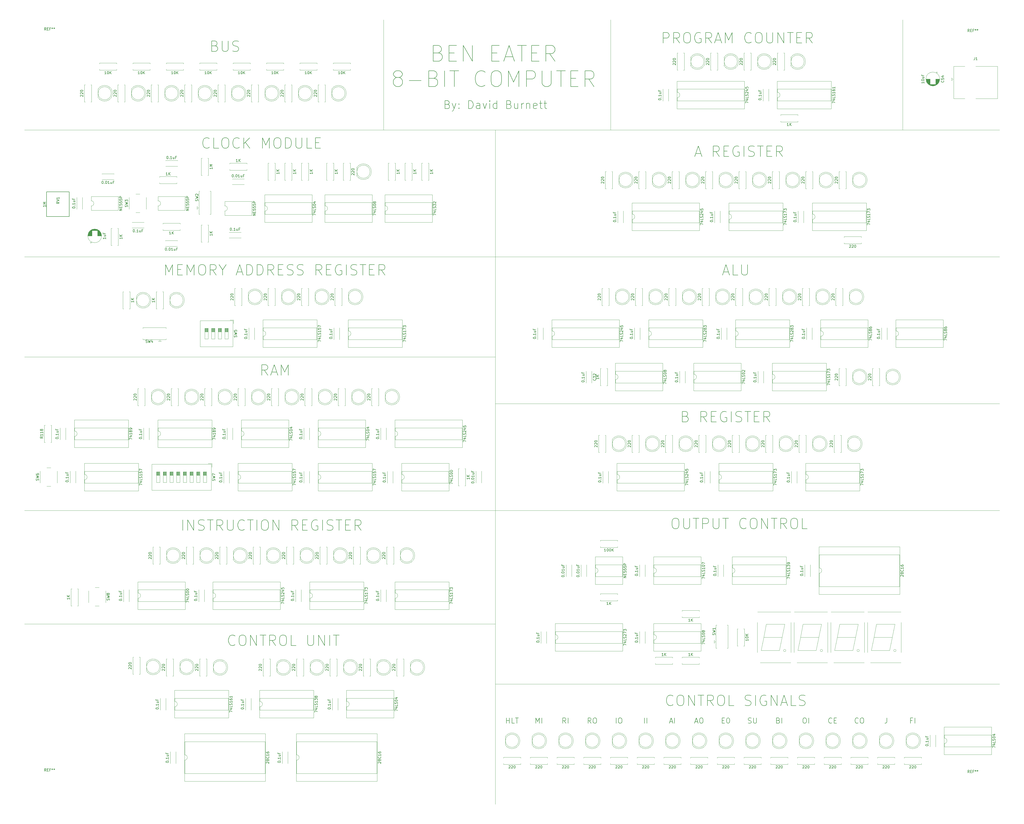
<source format=gbr>
%TF.GenerationSoftware,KiCad,Pcbnew,7.0.9*%
%TF.CreationDate,2023-12-29T18:28:01-05:00*%
%TF.ProjectId,8 Bit Computer,38204269-7420-4436-9f6d-70757465722e,rev?*%
%TF.SameCoordinates,Original*%
%TF.FileFunction,Legend,Top*%
%TF.FilePolarity,Positive*%
%FSLAX46Y46*%
G04 Gerber Fmt 4.6, Leading zero omitted, Abs format (unit mm)*
G04 Created by KiCad (PCBNEW 7.0.9) date 2023-12-29 18:28:01*
%MOMM*%
%LPD*%
G01*
G04 APERTURE LIST*
%ADD10C,0.120000*%
%ADD11C,0.150000*%
%ADD12C,0.200000*%
G04 APERTURE END LIST*
D10*
X341630000Y-90170000D02*
X481330000Y-90170000D01*
X341630000Y-90170000D02*
X289560000Y-90170000D01*
X247015000Y-90170000D02*
X247015000Y-48260000D01*
X333375000Y-90170000D02*
X333375000Y-48260000D01*
X444500000Y-90170000D02*
X444500000Y-48260000D01*
X289560000Y-234950000D02*
X481330000Y-234950000D01*
X110490000Y-234950000D02*
X289560000Y-234950000D01*
X110490000Y-176530000D02*
X289560000Y-176530000D01*
X110490000Y-138430000D02*
X289560000Y-138430000D01*
X289560000Y-194310000D02*
X481330000Y-194310000D01*
X289560000Y-138430000D02*
X481330000Y-138430000D01*
X289560000Y-138430000D02*
X289560000Y-90170000D01*
X289560000Y-138430000D02*
X289560000Y-346710000D01*
X110490000Y-278130000D02*
X289560000Y-278130000D01*
X289560000Y-300990000D02*
X481330000Y-300990000D01*
X110490000Y-90170000D02*
X289560000Y-90170000D01*
D11*
X353349285Y-57087676D02*
X353349285Y-53087676D01*
X353349285Y-53087676D02*
X354873095Y-53087676D01*
X354873095Y-53087676D02*
X355254047Y-53278152D01*
X355254047Y-53278152D02*
X355444524Y-53468628D01*
X355444524Y-53468628D02*
X355635000Y-53849580D01*
X355635000Y-53849580D02*
X355635000Y-54421009D01*
X355635000Y-54421009D02*
X355444524Y-54801961D01*
X355444524Y-54801961D02*
X355254047Y-54992438D01*
X355254047Y-54992438D02*
X354873095Y-55182914D01*
X354873095Y-55182914D02*
X353349285Y-55182914D01*
X359635000Y-57087676D02*
X358301666Y-55182914D01*
X357349285Y-57087676D02*
X357349285Y-53087676D01*
X357349285Y-53087676D02*
X358873095Y-53087676D01*
X358873095Y-53087676D02*
X359254047Y-53278152D01*
X359254047Y-53278152D02*
X359444524Y-53468628D01*
X359444524Y-53468628D02*
X359635000Y-53849580D01*
X359635000Y-53849580D02*
X359635000Y-54421009D01*
X359635000Y-54421009D02*
X359444524Y-54801961D01*
X359444524Y-54801961D02*
X359254047Y-54992438D01*
X359254047Y-54992438D02*
X358873095Y-55182914D01*
X358873095Y-55182914D02*
X357349285Y-55182914D01*
X362111190Y-53087676D02*
X362873095Y-53087676D01*
X362873095Y-53087676D02*
X363254047Y-53278152D01*
X363254047Y-53278152D02*
X363635000Y-53659104D01*
X363635000Y-53659104D02*
X363825476Y-54421009D01*
X363825476Y-54421009D02*
X363825476Y-55754342D01*
X363825476Y-55754342D02*
X363635000Y-56516247D01*
X363635000Y-56516247D02*
X363254047Y-56897200D01*
X363254047Y-56897200D02*
X362873095Y-57087676D01*
X362873095Y-57087676D02*
X362111190Y-57087676D01*
X362111190Y-57087676D02*
X361730238Y-56897200D01*
X361730238Y-56897200D02*
X361349285Y-56516247D01*
X361349285Y-56516247D02*
X361158809Y-55754342D01*
X361158809Y-55754342D02*
X361158809Y-54421009D01*
X361158809Y-54421009D02*
X361349285Y-53659104D01*
X361349285Y-53659104D02*
X361730238Y-53278152D01*
X361730238Y-53278152D02*
X362111190Y-53087676D01*
X367635000Y-53278152D02*
X367254047Y-53087676D01*
X367254047Y-53087676D02*
X366682619Y-53087676D01*
X366682619Y-53087676D02*
X366111190Y-53278152D01*
X366111190Y-53278152D02*
X365730238Y-53659104D01*
X365730238Y-53659104D02*
X365539761Y-54040057D01*
X365539761Y-54040057D02*
X365349285Y-54801961D01*
X365349285Y-54801961D02*
X365349285Y-55373390D01*
X365349285Y-55373390D02*
X365539761Y-56135295D01*
X365539761Y-56135295D02*
X365730238Y-56516247D01*
X365730238Y-56516247D02*
X366111190Y-56897200D01*
X366111190Y-56897200D02*
X366682619Y-57087676D01*
X366682619Y-57087676D02*
X367063571Y-57087676D01*
X367063571Y-57087676D02*
X367635000Y-56897200D01*
X367635000Y-56897200D02*
X367825476Y-56706723D01*
X367825476Y-56706723D02*
X367825476Y-55373390D01*
X367825476Y-55373390D02*
X367063571Y-55373390D01*
X371825476Y-57087676D02*
X370492142Y-55182914D01*
X369539761Y-57087676D02*
X369539761Y-53087676D01*
X369539761Y-53087676D02*
X371063571Y-53087676D01*
X371063571Y-53087676D02*
X371444523Y-53278152D01*
X371444523Y-53278152D02*
X371635000Y-53468628D01*
X371635000Y-53468628D02*
X371825476Y-53849580D01*
X371825476Y-53849580D02*
X371825476Y-54421009D01*
X371825476Y-54421009D02*
X371635000Y-54801961D01*
X371635000Y-54801961D02*
X371444523Y-54992438D01*
X371444523Y-54992438D02*
X371063571Y-55182914D01*
X371063571Y-55182914D02*
X369539761Y-55182914D01*
X373349285Y-55944819D02*
X375254047Y-55944819D01*
X372968333Y-57087676D02*
X374301666Y-53087676D01*
X374301666Y-53087676D02*
X375635000Y-57087676D01*
X376968332Y-57087676D02*
X376968332Y-53087676D01*
X376968332Y-53087676D02*
X378301666Y-55944819D01*
X378301666Y-55944819D02*
X379634999Y-53087676D01*
X379634999Y-53087676D02*
X379634999Y-57087676D01*
X386873095Y-56706723D02*
X386682619Y-56897200D01*
X386682619Y-56897200D02*
X386111190Y-57087676D01*
X386111190Y-57087676D02*
X385730238Y-57087676D01*
X385730238Y-57087676D02*
X385158809Y-56897200D01*
X385158809Y-56897200D02*
X384777857Y-56516247D01*
X384777857Y-56516247D02*
X384587380Y-56135295D01*
X384587380Y-56135295D02*
X384396904Y-55373390D01*
X384396904Y-55373390D02*
X384396904Y-54801961D01*
X384396904Y-54801961D02*
X384587380Y-54040057D01*
X384587380Y-54040057D02*
X384777857Y-53659104D01*
X384777857Y-53659104D02*
X385158809Y-53278152D01*
X385158809Y-53278152D02*
X385730238Y-53087676D01*
X385730238Y-53087676D02*
X386111190Y-53087676D01*
X386111190Y-53087676D02*
X386682619Y-53278152D01*
X386682619Y-53278152D02*
X386873095Y-53468628D01*
X389349285Y-53087676D02*
X390111190Y-53087676D01*
X390111190Y-53087676D02*
X390492142Y-53278152D01*
X390492142Y-53278152D02*
X390873095Y-53659104D01*
X390873095Y-53659104D02*
X391063571Y-54421009D01*
X391063571Y-54421009D02*
X391063571Y-55754342D01*
X391063571Y-55754342D02*
X390873095Y-56516247D01*
X390873095Y-56516247D02*
X390492142Y-56897200D01*
X390492142Y-56897200D02*
X390111190Y-57087676D01*
X390111190Y-57087676D02*
X389349285Y-57087676D01*
X389349285Y-57087676D02*
X388968333Y-56897200D01*
X388968333Y-56897200D02*
X388587380Y-56516247D01*
X388587380Y-56516247D02*
X388396904Y-55754342D01*
X388396904Y-55754342D02*
X388396904Y-54421009D01*
X388396904Y-54421009D02*
X388587380Y-53659104D01*
X388587380Y-53659104D02*
X388968333Y-53278152D01*
X388968333Y-53278152D02*
X389349285Y-53087676D01*
X392777856Y-53087676D02*
X392777856Y-56325771D01*
X392777856Y-56325771D02*
X392968333Y-56706723D01*
X392968333Y-56706723D02*
X393158809Y-56897200D01*
X393158809Y-56897200D02*
X393539761Y-57087676D01*
X393539761Y-57087676D02*
X394301666Y-57087676D01*
X394301666Y-57087676D02*
X394682618Y-56897200D01*
X394682618Y-56897200D02*
X394873095Y-56706723D01*
X394873095Y-56706723D02*
X395063571Y-56325771D01*
X395063571Y-56325771D02*
X395063571Y-53087676D01*
X396968332Y-57087676D02*
X396968332Y-53087676D01*
X396968332Y-53087676D02*
X399254047Y-57087676D01*
X399254047Y-57087676D02*
X399254047Y-53087676D01*
X400587380Y-53087676D02*
X402873094Y-53087676D01*
X401730237Y-57087676D02*
X401730237Y-53087676D01*
X404206427Y-54992438D02*
X405539761Y-54992438D01*
X406111189Y-57087676D02*
X404206427Y-57087676D01*
X404206427Y-57087676D02*
X404206427Y-53087676D01*
X404206427Y-53087676D02*
X406111189Y-53087676D01*
X410111190Y-57087676D02*
X408777856Y-55182914D01*
X407825475Y-57087676D02*
X407825475Y-53087676D01*
X407825475Y-53087676D02*
X409349285Y-53087676D01*
X409349285Y-53087676D02*
X409730237Y-53278152D01*
X409730237Y-53278152D02*
X409920714Y-53468628D01*
X409920714Y-53468628D02*
X410111190Y-53849580D01*
X410111190Y-53849580D02*
X410111190Y-54421009D01*
X410111190Y-54421009D02*
X409920714Y-54801961D01*
X409920714Y-54801961D02*
X409730237Y-54992438D01*
X409730237Y-54992438D02*
X409349285Y-55182914D01*
X409349285Y-55182914D02*
X407825475Y-55182914D01*
X267925000Y-60835057D02*
X268782143Y-61120771D01*
X268782143Y-61120771D02*
X269067857Y-61406485D01*
X269067857Y-61406485D02*
X269353571Y-61977914D01*
X269353571Y-61977914D02*
X269353571Y-62835057D01*
X269353571Y-62835057D02*
X269067857Y-63406485D01*
X269067857Y-63406485D02*
X268782143Y-63692200D01*
X268782143Y-63692200D02*
X268210714Y-63977914D01*
X268210714Y-63977914D02*
X265925000Y-63977914D01*
X265925000Y-63977914D02*
X265925000Y-57977914D01*
X265925000Y-57977914D02*
X267925000Y-57977914D01*
X267925000Y-57977914D02*
X268496429Y-58263628D01*
X268496429Y-58263628D02*
X268782143Y-58549342D01*
X268782143Y-58549342D02*
X269067857Y-59120771D01*
X269067857Y-59120771D02*
X269067857Y-59692200D01*
X269067857Y-59692200D02*
X268782143Y-60263628D01*
X268782143Y-60263628D02*
X268496429Y-60549342D01*
X268496429Y-60549342D02*
X267925000Y-60835057D01*
X267925000Y-60835057D02*
X265925000Y-60835057D01*
X271925000Y-60835057D02*
X273925000Y-60835057D01*
X274782143Y-63977914D02*
X271925000Y-63977914D01*
X271925000Y-63977914D02*
X271925000Y-57977914D01*
X271925000Y-57977914D02*
X274782143Y-57977914D01*
X277353571Y-63977914D02*
X277353571Y-57977914D01*
X277353571Y-57977914D02*
X280782142Y-63977914D01*
X280782142Y-63977914D02*
X280782142Y-57977914D01*
X288210714Y-60835057D02*
X290210714Y-60835057D01*
X291067857Y-63977914D02*
X288210714Y-63977914D01*
X288210714Y-63977914D02*
X288210714Y-57977914D01*
X288210714Y-57977914D02*
X291067857Y-57977914D01*
X293353571Y-62263628D02*
X296210714Y-62263628D01*
X292782142Y-63977914D02*
X294782142Y-57977914D01*
X294782142Y-57977914D02*
X296782142Y-63977914D01*
X297924999Y-57977914D02*
X301353571Y-57977914D01*
X299639285Y-63977914D02*
X299639285Y-57977914D01*
X303353571Y-60835057D02*
X305353571Y-60835057D01*
X306210714Y-63977914D02*
X303353571Y-63977914D01*
X303353571Y-63977914D02*
X303353571Y-57977914D01*
X303353571Y-57977914D02*
X306210714Y-57977914D01*
X312210713Y-63977914D02*
X310210713Y-61120771D01*
X308782142Y-63977914D02*
X308782142Y-57977914D01*
X308782142Y-57977914D02*
X311067856Y-57977914D01*
X311067856Y-57977914D02*
X311639285Y-58263628D01*
X311639285Y-58263628D02*
X311924999Y-58549342D01*
X311924999Y-58549342D02*
X312210713Y-59120771D01*
X312210713Y-59120771D02*
X312210713Y-59977914D01*
X312210713Y-59977914D02*
X311924999Y-60549342D01*
X311924999Y-60549342D02*
X311639285Y-60835057D01*
X311639285Y-60835057D02*
X311067856Y-61120771D01*
X311067856Y-61120771D02*
X308782142Y-61120771D01*
X251925000Y-70209342D02*
X251353571Y-69923628D01*
X251353571Y-69923628D02*
X251067857Y-69637914D01*
X251067857Y-69637914D02*
X250782143Y-69066485D01*
X250782143Y-69066485D02*
X250782143Y-68780771D01*
X250782143Y-68780771D02*
X251067857Y-68209342D01*
X251067857Y-68209342D02*
X251353571Y-67923628D01*
X251353571Y-67923628D02*
X251925000Y-67637914D01*
X251925000Y-67637914D02*
X253067857Y-67637914D01*
X253067857Y-67637914D02*
X253639286Y-67923628D01*
X253639286Y-67923628D02*
X253925000Y-68209342D01*
X253925000Y-68209342D02*
X254210714Y-68780771D01*
X254210714Y-68780771D02*
X254210714Y-69066485D01*
X254210714Y-69066485D02*
X253925000Y-69637914D01*
X253925000Y-69637914D02*
X253639286Y-69923628D01*
X253639286Y-69923628D02*
X253067857Y-70209342D01*
X253067857Y-70209342D02*
X251925000Y-70209342D01*
X251925000Y-70209342D02*
X251353571Y-70495057D01*
X251353571Y-70495057D02*
X251067857Y-70780771D01*
X251067857Y-70780771D02*
X250782143Y-71352200D01*
X250782143Y-71352200D02*
X250782143Y-72495057D01*
X250782143Y-72495057D02*
X251067857Y-73066485D01*
X251067857Y-73066485D02*
X251353571Y-73352200D01*
X251353571Y-73352200D02*
X251925000Y-73637914D01*
X251925000Y-73637914D02*
X253067857Y-73637914D01*
X253067857Y-73637914D02*
X253639286Y-73352200D01*
X253639286Y-73352200D02*
X253925000Y-73066485D01*
X253925000Y-73066485D02*
X254210714Y-72495057D01*
X254210714Y-72495057D02*
X254210714Y-71352200D01*
X254210714Y-71352200D02*
X253925000Y-70780771D01*
X253925000Y-70780771D02*
X253639286Y-70495057D01*
X253639286Y-70495057D02*
X253067857Y-70209342D01*
X256782143Y-71352200D02*
X261353572Y-71352200D01*
X266210714Y-70495057D02*
X267067857Y-70780771D01*
X267067857Y-70780771D02*
X267353571Y-71066485D01*
X267353571Y-71066485D02*
X267639285Y-71637914D01*
X267639285Y-71637914D02*
X267639285Y-72495057D01*
X267639285Y-72495057D02*
X267353571Y-73066485D01*
X267353571Y-73066485D02*
X267067857Y-73352200D01*
X267067857Y-73352200D02*
X266496428Y-73637914D01*
X266496428Y-73637914D02*
X264210714Y-73637914D01*
X264210714Y-73637914D02*
X264210714Y-67637914D01*
X264210714Y-67637914D02*
X266210714Y-67637914D01*
X266210714Y-67637914D02*
X266782143Y-67923628D01*
X266782143Y-67923628D02*
X267067857Y-68209342D01*
X267067857Y-68209342D02*
X267353571Y-68780771D01*
X267353571Y-68780771D02*
X267353571Y-69352200D01*
X267353571Y-69352200D02*
X267067857Y-69923628D01*
X267067857Y-69923628D02*
X266782143Y-70209342D01*
X266782143Y-70209342D02*
X266210714Y-70495057D01*
X266210714Y-70495057D02*
X264210714Y-70495057D01*
X270210714Y-73637914D02*
X270210714Y-67637914D01*
X272210714Y-67637914D02*
X275639286Y-67637914D01*
X273925000Y-73637914D02*
X273925000Y-67637914D01*
X285639286Y-73066485D02*
X285353572Y-73352200D01*
X285353572Y-73352200D02*
X284496429Y-73637914D01*
X284496429Y-73637914D02*
X283925001Y-73637914D01*
X283925001Y-73637914D02*
X283067858Y-73352200D01*
X283067858Y-73352200D02*
X282496429Y-72780771D01*
X282496429Y-72780771D02*
X282210715Y-72209342D01*
X282210715Y-72209342D02*
X281925001Y-71066485D01*
X281925001Y-71066485D02*
X281925001Y-70209342D01*
X281925001Y-70209342D02*
X282210715Y-69066485D01*
X282210715Y-69066485D02*
X282496429Y-68495057D01*
X282496429Y-68495057D02*
X283067858Y-67923628D01*
X283067858Y-67923628D02*
X283925001Y-67637914D01*
X283925001Y-67637914D02*
X284496429Y-67637914D01*
X284496429Y-67637914D02*
X285353572Y-67923628D01*
X285353572Y-67923628D02*
X285639286Y-68209342D01*
X289353572Y-67637914D02*
X290496429Y-67637914D01*
X290496429Y-67637914D02*
X291067858Y-67923628D01*
X291067858Y-67923628D02*
X291639286Y-68495057D01*
X291639286Y-68495057D02*
X291925001Y-69637914D01*
X291925001Y-69637914D02*
X291925001Y-71637914D01*
X291925001Y-71637914D02*
X291639286Y-72780771D01*
X291639286Y-72780771D02*
X291067858Y-73352200D01*
X291067858Y-73352200D02*
X290496429Y-73637914D01*
X290496429Y-73637914D02*
X289353572Y-73637914D01*
X289353572Y-73637914D02*
X288782144Y-73352200D01*
X288782144Y-73352200D02*
X288210715Y-72780771D01*
X288210715Y-72780771D02*
X287925001Y-71637914D01*
X287925001Y-71637914D02*
X287925001Y-69637914D01*
X287925001Y-69637914D02*
X288210715Y-68495057D01*
X288210715Y-68495057D02*
X288782144Y-67923628D01*
X288782144Y-67923628D02*
X289353572Y-67637914D01*
X294496429Y-73637914D02*
X294496429Y-67637914D01*
X294496429Y-67637914D02*
X296496429Y-71923628D01*
X296496429Y-71923628D02*
X298496429Y-67637914D01*
X298496429Y-67637914D02*
X298496429Y-73637914D01*
X301353572Y-73637914D02*
X301353572Y-67637914D01*
X301353572Y-67637914D02*
X303639286Y-67637914D01*
X303639286Y-67637914D02*
X304210715Y-67923628D01*
X304210715Y-67923628D02*
X304496429Y-68209342D01*
X304496429Y-68209342D02*
X304782143Y-68780771D01*
X304782143Y-68780771D02*
X304782143Y-69637914D01*
X304782143Y-69637914D02*
X304496429Y-70209342D01*
X304496429Y-70209342D02*
X304210715Y-70495057D01*
X304210715Y-70495057D02*
X303639286Y-70780771D01*
X303639286Y-70780771D02*
X301353572Y-70780771D01*
X307353572Y-67637914D02*
X307353572Y-72495057D01*
X307353572Y-72495057D02*
X307639286Y-73066485D01*
X307639286Y-73066485D02*
X307925001Y-73352200D01*
X307925001Y-73352200D02*
X308496429Y-73637914D01*
X308496429Y-73637914D02*
X309639286Y-73637914D01*
X309639286Y-73637914D02*
X310210715Y-73352200D01*
X310210715Y-73352200D02*
X310496429Y-73066485D01*
X310496429Y-73066485D02*
X310782143Y-72495057D01*
X310782143Y-72495057D02*
X310782143Y-67637914D01*
X312782143Y-67637914D02*
X316210715Y-67637914D01*
X314496429Y-73637914D02*
X314496429Y-67637914D01*
X318210715Y-70495057D02*
X320210715Y-70495057D01*
X321067858Y-73637914D02*
X318210715Y-73637914D01*
X318210715Y-73637914D02*
X318210715Y-67637914D01*
X318210715Y-67637914D02*
X321067858Y-67637914D01*
X327067857Y-73637914D02*
X325067857Y-70780771D01*
X323639286Y-73637914D02*
X323639286Y-67637914D01*
X323639286Y-67637914D02*
X325925000Y-67637914D01*
X325925000Y-67637914D02*
X326496429Y-67923628D01*
X326496429Y-67923628D02*
X326782143Y-68209342D01*
X326782143Y-68209342D02*
X327067857Y-68780771D01*
X327067857Y-68780771D02*
X327067857Y-69637914D01*
X327067857Y-69637914D02*
X326782143Y-70209342D01*
X326782143Y-70209342D02*
X326496429Y-70495057D01*
X326496429Y-70495057D02*
X325925000Y-70780771D01*
X325925000Y-70780771D02*
X323639286Y-70780771D01*
X271417142Y-80453628D02*
X271845714Y-80596485D01*
X271845714Y-80596485D02*
X271988571Y-80739342D01*
X271988571Y-80739342D02*
X272131428Y-81025057D01*
X272131428Y-81025057D02*
X272131428Y-81453628D01*
X272131428Y-81453628D02*
X271988571Y-81739342D01*
X271988571Y-81739342D02*
X271845714Y-81882200D01*
X271845714Y-81882200D02*
X271559999Y-82025057D01*
X271559999Y-82025057D02*
X270417142Y-82025057D01*
X270417142Y-82025057D02*
X270417142Y-79025057D01*
X270417142Y-79025057D02*
X271417142Y-79025057D01*
X271417142Y-79025057D02*
X271702857Y-79167914D01*
X271702857Y-79167914D02*
X271845714Y-79310771D01*
X271845714Y-79310771D02*
X271988571Y-79596485D01*
X271988571Y-79596485D02*
X271988571Y-79882200D01*
X271988571Y-79882200D02*
X271845714Y-80167914D01*
X271845714Y-80167914D02*
X271702857Y-80310771D01*
X271702857Y-80310771D02*
X271417142Y-80453628D01*
X271417142Y-80453628D02*
X270417142Y-80453628D01*
X273131428Y-80025057D02*
X273845714Y-82025057D01*
X274559999Y-80025057D02*
X273845714Y-82025057D01*
X273845714Y-82025057D02*
X273559999Y-82739342D01*
X273559999Y-82739342D02*
X273417142Y-82882200D01*
X273417142Y-82882200D02*
X273131428Y-83025057D01*
X275702856Y-81739342D02*
X275845713Y-81882200D01*
X275845713Y-81882200D02*
X275702856Y-82025057D01*
X275702856Y-82025057D02*
X275559999Y-81882200D01*
X275559999Y-81882200D02*
X275702856Y-81739342D01*
X275702856Y-81739342D02*
X275702856Y-82025057D01*
X275702856Y-80167914D02*
X275845713Y-80310771D01*
X275845713Y-80310771D02*
X275702856Y-80453628D01*
X275702856Y-80453628D02*
X275559999Y-80310771D01*
X275559999Y-80310771D02*
X275702856Y-80167914D01*
X275702856Y-80167914D02*
X275702856Y-80453628D01*
X279417141Y-82025057D02*
X279417141Y-79025057D01*
X279417141Y-79025057D02*
X280131427Y-79025057D01*
X280131427Y-79025057D02*
X280559998Y-79167914D01*
X280559998Y-79167914D02*
X280845713Y-79453628D01*
X280845713Y-79453628D02*
X280988570Y-79739342D01*
X280988570Y-79739342D02*
X281131427Y-80310771D01*
X281131427Y-80310771D02*
X281131427Y-80739342D01*
X281131427Y-80739342D02*
X280988570Y-81310771D01*
X280988570Y-81310771D02*
X280845713Y-81596485D01*
X280845713Y-81596485D02*
X280559998Y-81882200D01*
X280559998Y-81882200D02*
X280131427Y-82025057D01*
X280131427Y-82025057D02*
X279417141Y-82025057D01*
X283702856Y-82025057D02*
X283702856Y-80453628D01*
X283702856Y-80453628D02*
X283559998Y-80167914D01*
X283559998Y-80167914D02*
X283274284Y-80025057D01*
X283274284Y-80025057D02*
X282702856Y-80025057D01*
X282702856Y-80025057D02*
X282417141Y-80167914D01*
X283702856Y-81882200D02*
X283417141Y-82025057D01*
X283417141Y-82025057D02*
X282702856Y-82025057D01*
X282702856Y-82025057D02*
X282417141Y-81882200D01*
X282417141Y-81882200D02*
X282274284Y-81596485D01*
X282274284Y-81596485D02*
X282274284Y-81310771D01*
X282274284Y-81310771D02*
X282417141Y-81025057D01*
X282417141Y-81025057D02*
X282702856Y-80882200D01*
X282702856Y-80882200D02*
X283417141Y-80882200D01*
X283417141Y-80882200D02*
X283702856Y-80739342D01*
X284845713Y-80025057D02*
X285559999Y-82025057D01*
X285559999Y-82025057D02*
X286274284Y-80025057D01*
X287417141Y-82025057D02*
X287417141Y-80025057D01*
X287417141Y-79025057D02*
X287274284Y-79167914D01*
X287274284Y-79167914D02*
X287417141Y-79310771D01*
X287417141Y-79310771D02*
X287559998Y-79167914D01*
X287559998Y-79167914D02*
X287417141Y-79025057D01*
X287417141Y-79025057D02*
X287417141Y-79310771D01*
X290131427Y-82025057D02*
X290131427Y-79025057D01*
X290131427Y-81882200D02*
X289845712Y-82025057D01*
X289845712Y-82025057D02*
X289274284Y-82025057D01*
X289274284Y-82025057D02*
X288988569Y-81882200D01*
X288988569Y-81882200D02*
X288845712Y-81739342D01*
X288845712Y-81739342D02*
X288702855Y-81453628D01*
X288702855Y-81453628D02*
X288702855Y-80596485D01*
X288702855Y-80596485D02*
X288845712Y-80310771D01*
X288845712Y-80310771D02*
X288988569Y-80167914D01*
X288988569Y-80167914D02*
X289274284Y-80025057D01*
X289274284Y-80025057D02*
X289845712Y-80025057D01*
X289845712Y-80025057D02*
X290131427Y-80167914D01*
X294845712Y-80453628D02*
X295274284Y-80596485D01*
X295274284Y-80596485D02*
X295417141Y-80739342D01*
X295417141Y-80739342D02*
X295559998Y-81025057D01*
X295559998Y-81025057D02*
X295559998Y-81453628D01*
X295559998Y-81453628D02*
X295417141Y-81739342D01*
X295417141Y-81739342D02*
X295274284Y-81882200D01*
X295274284Y-81882200D02*
X294988569Y-82025057D01*
X294988569Y-82025057D02*
X293845712Y-82025057D01*
X293845712Y-82025057D02*
X293845712Y-79025057D01*
X293845712Y-79025057D02*
X294845712Y-79025057D01*
X294845712Y-79025057D02*
X295131427Y-79167914D01*
X295131427Y-79167914D02*
X295274284Y-79310771D01*
X295274284Y-79310771D02*
X295417141Y-79596485D01*
X295417141Y-79596485D02*
X295417141Y-79882200D01*
X295417141Y-79882200D02*
X295274284Y-80167914D01*
X295274284Y-80167914D02*
X295131427Y-80310771D01*
X295131427Y-80310771D02*
X294845712Y-80453628D01*
X294845712Y-80453628D02*
X293845712Y-80453628D01*
X298131427Y-80025057D02*
X298131427Y-82025057D01*
X296845712Y-80025057D02*
X296845712Y-81596485D01*
X296845712Y-81596485D02*
X296988569Y-81882200D01*
X296988569Y-81882200D02*
X297274284Y-82025057D01*
X297274284Y-82025057D02*
X297702855Y-82025057D01*
X297702855Y-82025057D02*
X297988569Y-81882200D01*
X297988569Y-81882200D02*
X298131427Y-81739342D01*
X299559998Y-82025057D02*
X299559998Y-80025057D01*
X299559998Y-80596485D02*
X299702855Y-80310771D01*
X299702855Y-80310771D02*
X299845713Y-80167914D01*
X299845713Y-80167914D02*
X300131427Y-80025057D01*
X300131427Y-80025057D02*
X300417141Y-80025057D01*
X301417141Y-80025057D02*
X301417141Y-82025057D01*
X301417141Y-80310771D02*
X301559998Y-80167914D01*
X301559998Y-80167914D02*
X301845713Y-80025057D01*
X301845713Y-80025057D02*
X302274284Y-80025057D01*
X302274284Y-80025057D02*
X302559998Y-80167914D01*
X302559998Y-80167914D02*
X302702856Y-80453628D01*
X302702856Y-80453628D02*
X302702856Y-82025057D01*
X305274284Y-81882200D02*
X304988570Y-82025057D01*
X304988570Y-82025057D02*
X304417142Y-82025057D01*
X304417142Y-82025057D02*
X304131427Y-81882200D01*
X304131427Y-81882200D02*
X303988570Y-81596485D01*
X303988570Y-81596485D02*
X303988570Y-80453628D01*
X303988570Y-80453628D02*
X304131427Y-80167914D01*
X304131427Y-80167914D02*
X304417142Y-80025057D01*
X304417142Y-80025057D02*
X304988570Y-80025057D01*
X304988570Y-80025057D02*
X305274284Y-80167914D01*
X305274284Y-80167914D02*
X305417142Y-80453628D01*
X305417142Y-80453628D02*
X305417142Y-80739342D01*
X305417142Y-80739342D02*
X303988570Y-81025057D01*
X306274285Y-80025057D02*
X307417142Y-80025057D01*
X306702856Y-79025057D02*
X306702856Y-81596485D01*
X306702856Y-81596485D02*
X306845713Y-81882200D01*
X306845713Y-81882200D02*
X307131428Y-82025057D01*
X307131428Y-82025057D02*
X307417142Y-82025057D01*
X307988571Y-80025057D02*
X309131428Y-80025057D01*
X308417142Y-79025057D02*
X308417142Y-81596485D01*
X308417142Y-81596485D02*
X308559999Y-81882200D01*
X308559999Y-81882200D02*
X308845714Y-82025057D01*
X308845714Y-82025057D02*
X309131428Y-82025057D01*
X346233809Y-315877438D02*
X346233809Y-313877438D01*
X347186190Y-315877438D02*
X347186190Y-313877438D01*
X357095239Y-308801723D02*
X356904763Y-308992200D01*
X356904763Y-308992200D02*
X356333334Y-309182676D01*
X356333334Y-309182676D02*
X355952382Y-309182676D01*
X355952382Y-309182676D02*
X355380953Y-308992200D01*
X355380953Y-308992200D02*
X355000001Y-308611247D01*
X355000001Y-308611247D02*
X354809524Y-308230295D01*
X354809524Y-308230295D02*
X354619048Y-307468390D01*
X354619048Y-307468390D02*
X354619048Y-306896961D01*
X354619048Y-306896961D02*
X354809524Y-306135057D01*
X354809524Y-306135057D02*
X355000001Y-305754104D01*
X355000001Y-305754104D02*
X355380953Y-305373152D01*
X355380953Y-305373152D02*
X355952382Y-305182676D01*
X355952382Y-305182676D02*
X356333334Y-305182676D01*
X356333334Y-305182676D02*
X356904763Y-305373152D01*
X356904763Y-305373152D02*
X357095239Y-305563628D01*
X359571429Y-305182676D02*
X360333334Y-305182676D01*
X360333334Y-305182676D02*
X360714286Y-305373152D01*
X360714286Y-305373152D02*
X361095239Y-305754104D01*
X361095239Y-305754104D02*
X361285715Y-306516009D01*
X361285715Y-306516009D02*
X361285715Y-307849342D01*
X361285715Y-307849342D02*
X361095239Y-308611247D01*
X361095239Y-308611247D02*
X360714286Y-308992200D01*
X360714286Y-308992200D02*
X360333334Y-309182676D01*
X360333334Y-309182676D02*
X359571429Y-309182676D01*
X359571429Y-309182676D02*
X359190477Y-308992200D01*
X359190477Y-308992200D02*
X358809524Y-308611247D01*
X358809524Y-308611247D02*
X358619048Y-307849342D01*
X358619048Y-307849342D02*
X358619048Y-306516009D01*
X358619048Y-306516009D02*
X358809524Y-305754104D01*
X358809524Y-305754104D02*
X359190477Y-305373152D01*
X359190477Y-305373152D02*
X359571429Y-305182676D01*
X363000000Y-309182676D02*
X363000000Y-305182676D01*
X363000000Y-305182676D02*
X365285715Y-309182676D01*
X365285715Y-309182676D02*
X365285715Y-305182676D01*
X366619048Y-305182676D02*
X368904762Y-305182676D01*
X367761905Y-309182676D02*
X367761905Y-305182676D01*
X372523810Y-309182676D02*
X371190476Y-307277914D01*
X370238095Y-309182676D02*
X370238095Y-305182676D01*
X370238095Y-305182676D02*
X371761905Y-305182676D01*
X371761905Y-305182676D02*
X372142857Y-305373152D01*
X372142857Y-305373152D02*
X372333334Y-305563628D01*
X372333334Y-305563628D02*
X372523810Y-305944580D01*
X372523810Y-305944580D02*
X372523810Y-306516009D01*
X372523810Y-306516009D02*
X372333334Y-306896961D01*
X372333334Y-306896961D02*
X372142857Y-307087438D01*
X372142857Y-307087438D02*
X371761905Y-307277914D01*
X371761905Y-307277914D02*
X370238095Y-307277914D01*
X375000000Y-305182676D02*
X375761905Y-305182676D01*
X375761905Y-305182676D02*
X376142857Y-305373152D01*
X376142857Y-305373152D02*
X376523810Y-305754104D01*
X376523810Y-305754104D02*
X376714286Y-306516009D01*
X376714286Y-306516009D02*
X376714286Y-307849342D01*
X376714286Y-307849342D02*
X376523810Y-308611247D01*
X376523810Y-308611247D02*
X376142857Y-308992200D01*
X376142857Y-308992200D02*
X375761905Y-309182676D01*
X375761905Y-309182676D02*
X375000000Y-309182676D01*
X375000000Y-309182676D02*
X374619048Y-308992200D01*
X374619048Y-308992200D02*
X374238095Y-308611247D01*
X374238095Y-308611247D02*
X374047619Y-307849342D01*
X374047619Y-307849342D02*
X374047619Y-306516009D01*
X374047619Y-306516009D02*
X374238095Y-305754104D01*
X374238095Y-305754104D02*
X374619048Y-305373152D01*
X374619048Y-305373152D02*
X375000000Y-305182676D01*
X380333333Y-309182676D02*
X378428571Y-309182676D01*
X378428571Y-309182676D02*
X378428571Y-305182676D01*
X384523809Y-308992200D02*
X385095238Y-309182676D01*
X385095238Y-309182676D02*
X386047619Y-309182676D01*
X386047619Y-309182676D02*
X386428571Y-308992200D01*
X386428571Y-308992200D02*
X386619047Y-308801723D01*
X386619047Y-308801723D02*
X386809524Y-308420771D01*
X386809524Y-308420771D02*
X386809524Y-308039819D01*
X386809524Y-308039819D02*
X386619047Y-307658866D01*
X386619047Y-307658866D02*
X386428571Y-307468390D01*
X386428571Y-307468390D02*
X386047619Y-307277914D01*
X386047619Y-307277914D02*
X385285714Y-307087438D01*
X385285714Y-307087438D02*
X384904762Y-306896961D01*
X384904762Y-306896961D02*
X384714285Y-306706485D01*
X384714285Y-306706485D02*
X384523809Y-306325533D01*
X384523809Y-306325533D02*
X384523809Y-305944580D01*
X384523809Y-305944580D02*
X384714285Y-305563628D01*
X384714285Y-305563628D02*
X384904762Y-305373152D01*
X384904762Y-305373152D02*
X385285714Y-305182676D01*
X385285714Y-305182676D02*
X386238095Y-305182676D01*
X386238095Y-305182676D02*
X386809524Y-305373152D01*
X388523809Y-309182676D02*
X388523809Y-305182676D01*
X392523810Y-305373152D02*
X392142857Y-305182676D01*
X392142857Y-305182676D02*
X391571429Y-305182676D01*
X391571429Y-305182676D02*
X391000000Y-305373152D01*
X391000000Y-305373152D02*
X390619048Y-305754104D01*
X390619048Y-305754104D02*
X390428571Y-306135057D01*
X390428571Y-306135057D02*
X390238095Y-306896961D01*
X390238095Y-306896961D02*
X390238095Y-307468390D01*
X390238095Y-307468390D02*
X390428571Y-308230295D01*
X390428571Y-308230295D02*
X390619048Y-308611247D01*
X390619048Y-308611247D02*
X391000000Y-308992200D01*
X391000000Y-308992200D02*
X391571429Y-309182676D01*
X391571429Y-309182676D02*
X391952381Y-309182676D01*
X391952381Y-309182676D02*
X392523810Y-308992200D01*
X392523810Y-308992200D02*
X392714286Y-308801723D01*
X392714286Y-308801723D02*
X392714286Y-307468390D01*
X392714286Y-307468390D02*
X391952381Y-307468390D01*
X394428571Y-309182676D02*
X394428571Y-305182676D01*
X394428571Y-305182676D02*
X396714286Y-309182676D01*
X396714286Y-309182676D02*
X396714286Y-305182676D01*
X398428571Y-308039819D02*
X400333333Y-308039819D01*
X398047619Y-309182676D02*
X399380952Y-305182676D01*
X399380952Y-305182676D02*
X400714286Y-309182676D01*
X403952380Y-309182676D02*
X402047618Y-309182676D01*
X402047618Y-309182676D02*
X402047618Y-305182676D01*
X405095237Y-308992200D02*
X405666666Y-309182676D01*
X405666666Y-309182676D02*
X406619047Y-309182676D01*
X406619047Y-309182676D02*
X406999999Y-308992200D01*
X406999999Y-308992200D02*
X407190475Y-308801723D01*
X407190475Y-308801723D02*
X407380952Y-308420771D01*
X407380952Y-308420771D02*
X407380952Y-308039819D01*
X407380952Y-308039819D02*
X407190475Y-307658866D01*
X407190475Y-307658866D02*
X406999999Y-307468390D01*
X406999999Y-307468390D02*
X406619047Y-307277914D01*
X406619047Y-307277914D02*
X405857142Y-307087438D01*
X405857142Y-307087438D02*
X405476190Y-306896961D01*
X405476190Y-306896961D02*
X405285713Y-306706485D01*
X405285713Y-306706485D02*
X405095237Y-306325533D01*
X405095237Y-306325533D02*
X405095237Y-305944580D01*
X405095237Y-305944580D02*
X405285713Y-305563628D01*
X405285713Y-305563628D02*
X405476190Y-305373152D01*
X405476190Y-305373152D02*
X405857142Y-305182676D01*
X405857142Y-305182676D02*
X406809523Y-305182676D01*
X406809523Y-305182676D02*
X407380952Y-305373152D01*
X375809047Y-314829819D02*
X376475714Y-314829819D01*
X376761428Y-315877438D02*
X375809047Y-315877438D01*
X375809047Y-315877438D02*
X375809047Y-313877438D01*
X375809047Y-313877438D02*
X376761428Y-313877438D01*
X377999523Y-313877438D02*
X378190000Y-313877438D01*
X378190000Y-313877438D02*
X378380476Y-313972676D01*
X378380476Y-313972676D02*
X378475714Y-314067914D01*
X378475714Y-314067914D02*
X378570952Y-314258390D01*
X378570952Y-314258390D02*
X378666190Y-314639342D01*
X378666190Y-314639342D02*
X378666190Y-315115533D01*
X378666190Y-315115533D02*
X378570952Y-315496485D01*
X378570952Y-315496485D02*
X378475714Y-315686961D01*
X378475714Y-315686961D02*
X378380476Y-315782200D01*
X378380476Y-315782200D02*
X378190000Y-315877438D01*
X378190000Y-315877438D02*
X377999523Y-315877438D01*
X377999523Y-315877438D02*
X377809047Y-315782200D01*
X377809047Y-315782200D02*
X377713809Y-315686961D01*
X377713809Y-315686961D02*
X377618571Y-315496485D01*
X377618571Y-315496485D02*
X377523333Y-315115533D01*
X377523333Y-315115533D02*
X377523333Y-314639342D01*
X377523333Y-314639342D02*
X377618571Y-314258390D01*
X377618571Y-314258390D02*
X377713809Y-314067914D01*
X377713809Y-314067914D02*
X377809047Y-313972676D01*
X377809047Y-313972676D02*
X377999523Y-313877438D01*
X407003333Y-313877438D02*
X407384286Y-313877438D01*
X407384286Y-313877438D02*
X407574762Y-313972676D01*
X407574762Y-313972676D02*
X407765238Y-314163152D01*
X407765238Y-314163152D02*
X407860476Y-314544104D01*
X407860476Y-314544104D02*
X407860476Y-315210771D01*
X407860476Y-315210771D02*
X407765238Y-315591723D01*
X407765238Y-315591723D02*
X407574762Y-315782200D01*
X407574762Y-315782200D02*
X407384286Y-315877438D01*
X407384286Y-315877438D02*
X407003333Y-315877438D01*
X407003333Y-315877438D02*
X406812857Y-315782200D01*
X406812857Y-315782200D02*
X406622381Y-315591723D01*
X406622381Y-315591723D02*
X406527143Y-315210771D01*
X406527143Y-315210771D02*
X406527143Y-314544104D01*
X406527143Y-314544104D02*
X406622381Y-314163152D01*
X406622381Y-314163152D02*
X406812857Y-313972676D01*
X406812857Y-313972676D02*
X407003333Y-313877438D01*
X408717619Y-315877438D02*
X408717619Y-313877438D01*
X361951904Y-199137438D02*
X362523332Y-199327914D01*
X362523332Y-199327914D02*
X362713809Y-199518390D01*
X362713809Y-199518390D02*
X362904285Y-199899342D01*
X362904285Y-199899342D02*
X362904285Y-200470771D01*
X362904285Y-200470771D02*
X362713809Y-200851723D01*
X362713809Y-200851723D02*
X362523332Y-201042200D01*
X362523332Y-201042200D02*
X362142380Y-201232676D01*
X362142380Y-201232676D02*
X360618570Y-201232676D01*
X360618570Y-201232676D02*
X360618570Y-197232676D01*
X360618570Y-197232676D02*
X361951904Y-197232676D01*
X361951904Y-197232676D02*
X362332856Y-197423152D01*
X362332856Y-197423152D02*
X362523332Y-197613628D01*
X362523332Y-197613628D02*
X362713809Y-197994580D01*
X362713809Y-197994580D02*
X362713809Y-198375533D01*
X362713809Y-198375533D02*
X362523332Y-198756485D01*
X362523332Y-198756485D02*
X362332856Y-198946961D01*
X362332856Y-198946961D02*
X361951904Y-199137438D01*
X361951904Y-199137438D02*
X360618570Y-199137438D01*
X369951904Y-201232676D02*
X368618570Y-199327914D01*
X367666189Y-201232676D02*
X367666189Y-197232676D01*
X367666189Y-197232676D02*
X369189999Y-197232676D01*
X369189999Y-197232676D02*
X369570951Y-197423152D01*
X369570951Y-197423152D02*
X369761428Y-197613628D01*
X369761428Y-197613628D02*
X369951904Y-197994580D01*
X369951904Y-197994580D02*
X369951904Y-198566009D01*
X369951904Y-198566009D02*
X369761428Y-198946961D01*
X369761428Y-198946961D02*
X369570951Y-199137438D01*
X369570951Y-199137438D02*
X369189999Y-199327914D01*
X369189999Y-199327914D02*
X367666189Y-199327914D01*
X371666189Y-199137438D02*
X372999523Y-199137438D01*
X373570951Y-201232676D02*
X371666189Y-201232676D01*
X371666189Y-201232676D02*
X371666189Y-197232676D01*
X371666189Y-197232676D02*
X373570951Y-197232676D01*
X377380476Y-197423152D02*
X376999523Y-197232676D01*
X376999523Y-197232676D02*
X376428095Y-197232676D01*
X376428095Y-197232676D02*
X375856666Y-197423152D01*
X375856666Y-197423152D02*
X375475714Y-197804104D01*
X375475714Y-197804104D02*
X375285237Y-198185057D01*
X375285237Y-198185057D02*
X375094761Y-198946961D01*
X375094761Y-198946961D02*
X375094761Y-199518390D01*
X375094761Y-199518390D02*
X375285237Y-200280295D01*
X375285237Y-200280295D02*
X375475714Y-200661247D01*
X375475714Y-200661247D02*
X375856666Y-201042200D01*
X375856666Y-201042200D02*
X376428095Y-201232676D01*
X376428095Y-201232676D02*
X376809047Y-201232676D01*
X376809047Y-201232676D02*
X377380476Y-201042200D01*
X377380476Y-201042200D02*
X377570952Y-200851723D01*
X377570952Y-200851723D02*
X377570952Y-199518390D01*
X377570952Y-199518390D02*
X376809047Y-199518390D01*
X379285237Y-201232676D02*
X379285237Y-197232676D01*
X380999523Y-201042200D02*
X381570952Y-201232676D01*
X381570952Y-201232676D02*
X382523333Y-201232676D01*
X382523333Y-201232676D02*
X382904285Y-201042200D01*
X382904285Y-201042200D02*
X383094761Y-200851723D01*
X383094761Y-200851723D02*
X383285238Y-200470771D01*
X383285238Y-200470771D02*
X383285238Y-200089819D01*
X383285238Y-200089819D02*
X383094761Y-199708866D01*
X383094761Y-199708866D02*
X382904285Y-199518390D01*
X382904285Y-199518390D02*
X382523333Y-199327914D01*
X382523333Y-199327914D02*
X381761428Y-199137438D01*
X381761428Y-199137438D02*
X381380476Y-198946961D01*
X381380476Y-198946961D02*
X381189999Y-198756485D01*
X381189999Y-198756485D02*
X380999523Y-198375533D01*
X380999523Y-198375533D02*
X380999523Y-197994580D01*
X380999523Y-197994580D02*
X381189999Y-197613628D01*
X381189999Y-197613628D02*
X381380476Y-197423152D01*
X381380476Y-197423152D02*
X381761428Y-197232676D01*
X381761428Y-197232676D02*
X382713809Y-197232676D01*
X382713809Y-197232676D02*
X383285238Y-197423152D01*
X384428095Y-197232676D02*
X386713809Y-197232676D01*
X385570952Y-201232676D02*
X385570952Y-197232676D01*
X388047142Y-199137438D02*
X389380476Y-199137438D01*
X389951904Y-201232676D02*
X388047142Y-201232676D01*
X388047142Y-201232676D02*
X388047142Y-197232676D01*
X388047142Y-197232676D02*
X389951904Y-197232676D01*
X393951905Y-201232676D02*
X392618571Y-199327914D01*
X391666190Y-201232676D02*
X391666190Y-197232676D01*
X391666190Y-197232676D02*
X393190000Y-197232676D01*
X393190000Y-197232676D02*
X393570952Y-197423152D01*
X393570952Y-197423152D02*
X393761429Y-197613628D01*
X393761429Y-197613628D02*
X393951905Y-197994580D01*
X393951905Y-197994580D02*
X393951905Y-198566009D01*
X393951905Y-198566009D02*
X393761429Y-198946961D01*
X393761429Y-198946961D02*
X393570952Y-199137438D01*
X393570952Y-199137438D02*
X393190000Y-199327914D01*
X393190000Y-199327914D02*
X391666190Y-199327914D01*
X202978095Y-183452676D02*
X201644761Y-181547914D01*
X200692380Y-183452676D02*
X200692380Y-179452676D01*
X200692380Y-179452676D02*
X202216190Y-179452676D01*
X202216190Y-179452676D02*
X202597142Y-179643152D01*
X202597142Y-179643152D02*
X202787619Y-179833628D01*
X202787619Y-179833628D02*
X202978095Y-180214580D01*
X202978095Y-180214580D02*
X202978095Y-180786009D01*
X202978095Y-180786009D02*
X202787619Y-181166961D01*
X202787619Y-181166961D02*
X202597142Y-181357438D01*
X202597142Y-181357438D02*
X202216190Y-181547914D01*
X202216190Y-181547914D02*
X200692380Y-181547914D01*
X204501904Y-182309819D02*
X206406666Y-182309819D01*
X204120952Y-183452676D02*
X205454285Y-179452676D01*
X205454285Y-179452676D02*
X206787619Y-183452676D01*
X208120951Y-183452676D02*
X208120951Y-179452676D01*
X208120951Y-179452676D02*
X209454285Y-182309819D01*
X209454285Y-182309819D02*
X210787618Y-179452676D01*
X210787618Y-179452676D02*
X210787618Y-183452676D01*
X182975714Y-58167438D02*
X183547142Y-58357914D01*
X183547142Y-58357914D02*
X183737619Y-58548390D01*
X183737619Y-58548390D02*
X183928095Y-58929342D01*
X183928095Y-58929342D02*
X183928095Y-59500771D01*
X183928095Y-59500771D02*
X183737619Y-59881723D01*
X183737619Y-59881723D02*
X183547142Y-60072200D01*
X183547142Y-60072200D02*
X183166190Y-60262676D01*
X183166190Y-60262676D02*
X181642380Y-60262676D01*
X181642380Y-60262676D02*
X181642380Y-56262676D01*
X181642380Y-56262676D02*
X182975714Y-56262676D01*
X182975714Y-56262676D02*
X183356666Y-56453152D01*
X183356666Y-56453152D02*
X183547142Y-56643628D01*
X183547142Y-56643628D02*
X183737619Y-57024580D01*
X183737619Y-57024580D02*
X183737619Y-57405533D01*
X183737619Y-57405533D02*
X183547142Y-57786485D01*
X183547142Y-57786485D02*
X183356666Y-57976961D01*
X183356666Y-57976961D02*
X182975714Y-58167438D01*
X182975714Y-58167438D02*
X181642380Y-58167438D01*
X185642380Y-56262676D02*
X185642380Y-59500771D01*
X185642380Y-59500771D02*
X185832857Y-59881723D01*
X185832857Y-59881723D02*
X186023333Y-60072200D01*
X186023333Y-60072200D02*
X186404285Y-60262676D01*
X186404285Y-60262676D02*
X187166190Y-60262676D01*
X187166190Y-60262676D02*
X187547142Y-60072200D01*
X187547142Y-60072200D02*
X187737619Y-59881723D01*
X187737619Y-59881723D02*
X187928095Y-59500771D01*
X187928095Y-59500771D02*
X187928095Y-56262676D01*
X189642380Y-60072200D02*
X190213809Y-60262676D01*
X190213809Y-60262676D02*
X191166190Y-60262676D01*
X191166190Y-60262676D02*
X191547142Y-60072200D01*
X191547142Y-60072200D02*
X191737618Y-59881723D01*
X191737618Y-59881723D02*
X191928095Y-59500771D01*
X191928095Y-59500771D02*
X191928095Y-59119819D01*
X191928095Y-59119819D02*
X191737618Y-58738866D01*
X191737618Y-58738866D02*
X191547142Y-58548390D01*
X191547142Y-58548390D02*
X191166190Y-58357914D01*
X191166190Y-58357914D02*
X190404285Y-58167438D01*
X190404285Y-58167438D02*
X190023333Y-57976961D01*
X190023333Y-57976961D02*
X189832856Y-57786485D01*
X189832856Y-57786485D02*
X189642380Y-57405533D01*
X189642380Y-57405533D02*
X189642380Y-57024580D01*
X189642380Y-57024580D02*
X189832856Y-56643628D01*
X189832856Y-56643628D02*
X190023333Y-56453152D01*
X190023333Y-56453152D02*
X190404285Y-56262676D01*
X190404285Y-56262676D02*
X191356666Y-56262676D01*
X191356666Y-56262676D02*
X191928095Y-56453152D01*
X365793809Y-99124819D02*
X367698571Y-99124819D01*
X365412857Y-100267676D02*
X366746190Y-96267676D01*
X366746190Y-96267676D02*
X368079524Y-100267676D01*
X374746190Y-100267676D02*
X373412856Y-98362914D01*
X372460475Y-100267676D02*
X372460475Y-96267676D01*
X372460475Y-96267676D02*
X373984285Y-96267676D01*
X373984285Y-96267676D02*
X374365237Y-96458152D01*
X374365237Y-96458152D02*
X374555714Y-96648628D01*
X374555714Y-96648628D02*
X374746190Y-97029580D01*
X374746190Y-97029580D02*
X374746190Y-97601009D01*
X374746190Y-97601009D02*
X374555714Y-97981961D01*
X374555714Y-97981961D02*
X374365237Y-98172438D01*
X374365237Y-98172438D02*
X373984285Y-98362914D01*
X373984285Y-98362914D02*
X372460475Y-98362914D01*
X376460475Y-98172438D02*
X377793809Y-98172438D01*
X378365237Y-100267676D02*
X376460475Y-100267676D01*
X376460475Y-100267676D02*
X376460475Y-96267676D01*
X376460475Y-96267676D02*
X378365237Y-96267676D01*
X382174762Y-96458152D02*
X381793809Y-96267676D01*
X381793809Y-96267676D02*
X381222381Y-96267676D01*
X381222381Y-96267676D02*
X380650952Y-96458152D01*
X380650952Y-96458152D02*
X380270000Y-96839104D01*
X380270000Y-96839104D02*
X380079523Y-97220057D01*
X380079523Y-97220057D02*
X379889047Y-97981961D01*
X379889047Y-97981961D02*
X379889047Y-98553390D01*
X379889047Y-98553390D02*
X380079523Y-99315295D01*
X380079523Y-99315295D02*
X380270000Y-99696247D01*
X380270000Y-99696247D02*
X380650952Y-100077200D01*
X380650952Y-100077200D02*
X381222381Y-100267676D01*
X381222381Y-100267676D02*
X381603333Y-100267676D01*
X381603333Y-100267676D02*
X382174762Y-100077200D01*
X382174762Y-100077200D02*
X382365238Y-99886723D01*
X382365238Y-99886723D02*
X382365238Y-98553390D01*
X382365238Y-98553390D02*
X381603333Y-98553390D01*
X384079523Y-100267676D02*
X384079523Y-96267676D01*
X385793809Y-100077200D02*
X386365238Y-100267676D01*
X386365238Y-100267676D02*
X387317619Y-100267676D01*
X387317619Y-100267676D02*
X387698571Y-100077200D01*
X387698571Y-100077200D02*
X387889047Y-99886723D01*
X387889047Y-99886723D02*
X388079524Y-99505771D01*
X388079524Y-99505771D02*
X388079524Y-99124819D01*
X388079524Y-99124819D02*
X387889047Y-98743866D01*
X387889047Y-98743866D02*
X387698571Y-98553390D01*
X387698571Y-98553390D02*
X387317619Y-98362914D01*
X387317619Y-98362914D02*
X386555714Y-98172438D01*
X386555714Y-98172438D02*
X386174762Y-97981961D01*
X386174762Y-97981961D02*
X385984285Y-97791485D01*
X385984285Y-97791485D02*
X385793809Y-97410533D01*
X385793809Y-97410533D02*
X385793809Y-97029580D01*
X385793809Y-97029580D02*
X385984285Y-96648628D01*
X385984285Y-96648628D02*
X386174762Y-96458152D01*
X386174762Y-96458152D02*
X386555714Y-96267676D01*
X386555714Y-96267676D02*
X387508095Y-96267676D01*
X387508095Y-96267676D02*
X388079524Y-96458152D01*
X389222381Y-96267676D02*
X391508095Y-96267676D01*
X390365238Y-100267676D02*
X390365238Y-96267676D01*
X392841428Y-98172438D02*
X394174762Y-98172438D01*
X394746190Y-100267676D02*
X392841428Y-100267676D01*
X392841428Y-100267676D02*
X392841428Y-96267676D01*
X392841428Y-96267676D02*
X394746190Y-96267676D01*
X398746191Y-100267676D02*
X397412857Y-98362914D01*
X396460476Y-100267676D02*
X396460476Y-96267676D01*
X396460476Y-96267676D02*
X397984286Y-96267676D01*
X397984286Y-96267676D02*
X398365238Y-96458152D01*
X398365238Y-96458152D02*
X398555715Y-96648628D01*
X398555715Y-96648628D02*
X398746191Y-97029580D01*
X398746191Y-97029580D02*
X398746191Y-97601009D01*
X398746191Y-97601009D02*
X398555715Y-97981961D01*
X398555715Y-97981961D02*
X398365238Y-98172438D01*
X398365238Y-98172438D02*
X397984286Y-98362914D01*
X397984286Y-98362914D02*
X396460476Y-98362914D01*
X304927143Y-315877438D02*
X304927143Y-313877438D01*
X304927143Y-313877438D02*
X305593810Y-315306009D01*
X305593810Y-315306009D02*
X306260476Y-313877438D01*
X306260476Y-313877438D02*
X306260476Y-315877438D01*
X307212857Y-315877438D02*
X307212857Y-313877438D01*
X325961428Y-315877438D02*
X325294761Y-314925057D01*
X324818571Y-315877438D02*
X324818571Y-313877438D01*
X324818571Y-313877438D02*
X325580476Y-313877438D01*
X325580476Y-313877438D02*
X325770952Y-313972676D01*
X325770952Y-313972676D02*
X325866190Y-314067914D01*
X325866190Y-314067914D02*
X325961428Y-314258390D01*
X325961428Y-314258390D02*
X325961428Y-314544104D01*
X325961428Y-314544104D02*
X325866190Y-314734580D01*
X325866190Y-314734580D02*
X325770952Y-314829819D01*
X325770952Y-314829819D02*
X325580476Y-314925057D01*
X325580476Y-314925057D02*
X324818571Y-314925057D01*
X327199523Y-313877438D02*
X327580476Y-313877438D01*
X327580476Y-313877438D02*
X327770952Y-313972676D01*
X327770952Y-313972676D02*
X327961428Y-314163152D01*
X327961428Y-314163152D02*
X328056666Y-314544104D01*
X328056666Y-314544104D02*
X328056666Y-315210771D01*
X328056666Y-315210771D02*
X327961428Y-315591723D01*
X327961428Y-315591723D02*
X327770952Y-315782200D01*
X327770952Y-315782200D02*
X327580476Y-315877438D01*
X327580476Y-315877438D02*
X327199523Y-315877438D01*
X327199523Y-315877438D02*
X327009047Y-315782200D01*
X327009047Y-315782200D02*
X326818571Y-315591723D01*
X326818571Y-315591723D02*
X326723333Y-315210771D01*
X326723333Y-315210771D02*
X326723333Y-314544104D01*
X326723333Y-314544104D02*
X326818571Y-314163152D01*
X326818571Y-314163152D02*
X327009047Y-313972676D01*
X327009047Y-313972676D02*
X327199523Y-313877438D01*
X180755238Y-96711723D02*
X180564762Y-96902200D01*
X180564762Y-96902200D02*
X179993333Y-97092676D01*
X179993333Y-97092676D02*
X179612381Y-97092676D01*
X179612381Y-97092676D02*
X179040952Y-96902200D01*
X179040952Y-96902200D02*
X178660000Y-96521247D01*
X178660000Y-96521247D02*
X178469523Y-96140295D01*
X178469523Y-96140295D02*
X178279047Y-95378390D01*
X178279047Y-95378390D02*
X178279047Y-94806961D01*
X178279047Y-94806961D02*
X178469523Y-94045057D01*
X178469523Y-94045057D02*
X178660000Y-93664104D01*
X178660000Y-93664104D02*
X179040952Y-93283152D01*
X179040952Y-93283152D02*
X179612381Y-93092676D01*
X179612381Y-93092676D02*
X179993333Y-93092676D01*
X179993333Y-93092676D02*
X180564762Y-93283152D01*
X180564762Y-93283152D02*
X180755238Y-93473628D01*
X184374285Y-97092676D02*
X182469523Y-97092676D01*
X182469523Y-97092676D02*
X182469523Y-93092676D01*
X186469523Y-93092676D02*
X187231428Y-93092676D01*
X187231428Y-93092676D02*
X187612380Y-93283152D01*
X187612380Y-93283152D02*
X187993333Y-93664104D01*
X187993333Y-93664104D02*
X188183809Y-94426009D01*
X188183809Y-94426009D02*
X188183809Y-95759342D01*
X188183809Y-95759342D02*
X187993333Y-96521247D01*
X187993333Y-96521247D02*
X187612380Y-96902200D01*
X187612380Y-96902200D02*
X187231428Y-97092676D01*
X187231428Y-97092676D02*
X186469523Y-97092676D01*
X186469523Y-97092676D02*
X186088571Y-96902200D01*
X186088571Y-96902200D02*
X185707618Y-96521247D01*
X185707618Y-96521247D02*
X185517142Y-95759342D01*
X185517142Y-95759342D02*
X185517142Y-94426009D01*
X185517142Y-94426009D02*
X185707618Y-93664104D01*
X185707618Y-93664104D02*
X186088571Y-93283152D01*
X186088571Y-93283152D02*
X186469523Y-93092676D01*
X192183809Y-96711723D02*
X191993333Y-96902200D01*
X191993333Y-96902200D02*
X191421904Y-97092676D01*
X191421904Y-97092676D02*
X191040952Y-97092676D01*
X191040952Y-97092676D02*
X190469523Y-96902200D01*
X190469523Y-96902200D02*
X190088571Y-96521247D01*
X190088571Y-96521247D02*
X189898094Y-96140295D01*
X189898094Y-96140295D02*
X189707618Y-95378390D01*
X189707618Y-95378390D02*
X189707618Y-94806961D01*
X189707618Y-94806961D02*
X189898094Y-94045057D01*
X189898094Y-94045057D02*
X190088571Y-93664104D01*
X190088571Y-93664104D02*
X190469523Y-93283152D01*
X190469523Y-93283152D02*
X191040952Y-93092676D01*
X191040952Y-93092676D02*
X191421904Y-93092676D01*
X191421904Y-93092676D02*
X191993333Y-93283152D01*
X191993333Y-93283152D02*
X192183809Y-93473628D01*
X193898094Y-97092676D02*
X193898094Y-93092676D01*
X196183809Y-97092676D02*
X194469523Y-94806961D01*
X196183809Y-93092676D02*
X193898094Y-95378390D01*
X200945713Y-97092676D02*
X200945713Y-93092676D01*
X200945713Y-93092676D02*
X202279047Y-95949819D01*
X202279047Y-95949819D02*
X203612380Y-93092676D01*
X203612380Y-93092676D02*
X203612380Y-97092676D01*
X206279047Y-93092676D02*
X207040952Y-93092676D01*
X207040952Y-93092676D02*
X207421904Y-93283152D01*
X207421904Y-93283152D02*
X207802857Y-93664104D01*
X207802857Y-93664104D02*
X207993333Y-94426009D01*
X207993333Y-94426009D02*
X207993333Y-95759342D01*
X207993333Y-95759342D02*
X207802857Y-96521247D01*
X207802857Y-96521247D02*
X207421904Y-96902200D01*
X207421904Y-96902200D02*
X207040952Y-97092676D01*
X207040952Y-97092676D02*
X206279047Y-97092676D01*
X206279047Y-97092676D02*
X205898095Y-96902200D01*
X205898095Y-96902200D02*
X205517142Y-96521247D01*
X205517142Y-96521247D02*
X205326666Y-95759342D01*
X205326666Y-95759342D02*
X205326666Y-94426009D01*
X205326666Y-94426009D02*
X205517142Y-93664104D01*
X205517142Y-93664104D02*
X205898095Y-93283152D01*
X205898095Y-93283152D02*
X206279047Y-93092676D01*
X209707618Y-97092676D02*
X209707618Y-93092676D01*
X209707618Y-93092676D02*
X210659999Y-93092676D01*
X210659999Y-93092676D02*
X211231428Y-93283152D01*
X211231428Y-93283152D02*
X211612380Y-93664104D01*
X211612380Y-93664104D02*
X211802857Y-94045057D01*
X211802857Y-94045057D02*
X211993333Y-94806961D01*
X211993333Y-94806961D02*
X211993333Y-95378390D01*
X211993333Y-95378390D02*
X211802857Y-96140295D01*
X211802857Y-96140295D02*
X211612380Y-96521247D01*
X211612380Y-96521247D02*
X211231428Y-96902200D01*
X211231428Y-96902200D02*
X210659999Y-97092676D01*
X210659999Y-97092676D02*
X209707618Y-97092676D01*
X213707618Y-93092676D02*
X213707618Y-96330771D01*
X213707618Y-96330771D02*
X213898095Y-96711723D01*
X213898095Y-96711723D02*
X214088571Y-96902200D01*
X214088571Y-96902200D02*
X214469523Y-97092676D01*
X214469523Y-97092676D02*
X215231428Y-97092676D01*
X215231428Y-97092676D02*
X215612380Y-96902200D01*
X215612380Y-96902200D02*
X215802857Y-96711723D01*
X215802857Y-96711723D02*
X215993333Y-96330771D01*
X215993333Y-96330771D02*
X215993333Y-93092676D01*
X219802856Y-97092676D02*
X217898094Y-97092676D01*
X217898094Y-97092676D02*
X217898094Y-93092676D01*
X221136189Y-94997438D02*
X222469523Y-94997438D01*
X223040951Y-97092676D02*
X221136189Y-97092676D01*
X221136189Y-97092676D02*
X221136189Y-93092676D01*
X221136189Y-93092676D02*
X223040951Y-93092676D01*
X427561428Y-315686961D02*
X427466190Y-315782200D01*
X427466190Y-315782200D02*
X427180476Y-315877438D01*
X427180476Y-315877438D02*
X426990000Y-315877438D01*
X426990000Y-315877438D02*
X426704285Y-315782200D01*
X426704285Y-315782200D02*
X426513809Y-315591723D01*
X426513809Y-315591723D02*
X426418571Y-315401247D01*
X426418571Y-315401247D02*
X426323333Y-315020295D01*
X426323333Y-315020295D02*
X426323333Y-314734580D01*
X426323333Y-314734580D02*
X426418571Y-314353628D01*
X426418571Y-314353628D02*
X426513809Y-314163152D01*
X426513809Y-314163152D02*
X426704285Y-313972676D01*
X426704285Y-313972676D02*
X426990000Y-313877438D01*
X426990000Y-313877438D02*
X427180476Y-313877438D01*
X427180476Y-313877438D02*
X427466190Y-313972676D01*
X427466190Y-313972676D02*
X427561428Y-314067914D01*
X428799523Y-313877438D02*
X429180476Y-313877438D01*
X429180476Y-313877438D02*
X429370952Y-313972676D01*
X429370952Y-313972676D02*
X429561428Y-314163152D01*
X429561428Y-314163152D02*
X429656666Y-314544104D01*
X429656666Y-314544104D02*
X429656666Y-315210771D01*
X429656666Y-315210771D02*
X429561428Y-315591723D01*
X429561428Y-315591723D02*
X429370952Y-315782200D01*
X429370952Y-315782200D02*
X429180476Y-315877438D01*
X429180476Y-315877438D02*
X428799523Y-315877438D01*
X428799523Y-315877438D02*
X428609047Y-315782200D01*
X428609047Y-315782200D02*
X428418571Y-315591723D01*
X428418571Y-315591723D02*
X428323333Y-315210771D01*
X428323333Y-315210771D02*
X428323333Y-314544104D01*
X428323333Y-314544104D02*
X428418571Y-314163152D01*
X428418571Y-314163152D02*
X428609047Y-313972676D01*
X428609047Y-313972676D02*
X428799523Y-313877438D01*
X365506190Y-315306009D02*
X366458571Y-315306009D01*
X365315714Y-315877438D02*
X365982380Y-313877438D01*
X365982380Y-313877438D02*
X366649047Y-315877438D01*
X367696666Y-313877438D02*
X368077619Y-313877438D01*
X368077619Y-313877438D02*
X368268095Y-313972676D01*
X368268095Y-313972676D02*
X368458571Y-314163152D01*
X368458571Y-314163152D02*
X368553809Y-314544104D01*
X368553809Y-314544104D02*
X368553809Y-315210771D01*
X368553809Y-315210771D02*
X368458571Y-315591723D01*
X368458571Y-315591723D02*
X368268095Y-315782200D01*
X368268095Y-315782200D02*
X368077619Y-315877438D01*
X368077619Y-315877438D02*
X367696666Y-315877438D01*
X367696666Y-315877438D02*
X367506190Y-315782200D01*
X367506190Y-315782200D02*
X367315714Y-315591723D01*
X367315714Y-315591723D02*
X367220476Y-315210771D01*
X367220476Y-315210771D02*
X367220476Y-314544104D01*
X367220476Y-314544104D02*
X367315714Y-314163152D01*
X367315714Y-314163152D02*
X367506190Y-313972676D01*
X367506190Y-313972676D02*
X367696666Y-313877438D01*
X190534048Y-285941723D02*
X190343572Y-286132200D01*
X190343572Y-286132200D02*
X189772143Y-286322676D01*
X189772143Y-286322676D02*
X189391191Y-286322676D01*
X189391191Y-286322676D02*
X188819762Y-286132200D01*
X188819762Y-286132200D02*
X188438810Y-285751247D01*
X188438810Y-285751247D02*
X188248333Y-285370295D01*
X188248333Y-285370295D02*
X188057857Y-284608390D01*
X188057857Y-284608390D02*
X188057857Y-284036961D01*
X188057857Y-284036961D02*
X188248333Y-283275057D01*
X188248333Y-283275057D02*
X188438810Y-282894104D01*
X188438810Y-282894104D02*
X188819762Y-282513152D01*
X188819762Y-282513152D02*
X189391191Y-282322676D01*
X189391191Y-282322676D02*
X189772143Y-282322676D01*
X189772143Y-282322676D02*
X190343572Y-282513152D01*
X190343572Y-282513152D02*
X190534048Y-282703628D01*
X193010238Y-282322676D02*
X193772143Y-282322676D01*
X193772143Y-282322676D02*
X194153095Y-282513152D01*
X194153095Y-282513152D02*
X194534048Y-282894104D01*
X194534048Y-282894104D02*
X194724524Y-283656009D01*
X194724524Y-283656009D02*
X194724524Y-284989342D01*
X194724524Y-284989342D02*
X194534048Y-285751247D01*
X194534048Y-285751247D02*
X194153095Y-286132200D01*
X194153095Y-286132200D02*
X193772143Y-286322676D01*
X193772143Y-286322676D02*
X193010238Y-286322676D01*
X193010238Y-286322676D02*
X192629286Y-286132200D01*
X192629286Y-286132200D02*
X192248333Y-285751247D01*
X192248333Y-285751247D02*
X192057857Y-284989342D01*
X192057857Y-284989342D02*
X192057857Y-283656009D01*
X192057857Y-283656009D02*
X192248333Y-282894104D01*
X192248333Y-282894104D02*
X192629286Y-282513152D01*
X192629286Y-282513152D02*
X193010238Y-282322676D01*
X196438809Y-286322676D02*
X196438809Y-282322676D01*
X196438809Y-282322676D02*
X198724524Y-286322676D01*
X198724524Y-286322676D02*
X198724524Y-282322676D01*
X200057857Y-282322676D02*
X202343571Y-282322676D01*
X201200714Y-286322676D02*
X201200714Y-282322676D01*
X205962619Y-286322676D02*
X204629285Y-284417914D01*
X203676904Y-286322676D02*
X203676904Y-282322676D01*
X203676904Y-282322676D02*
X205200714Y-282322676D01*
X205200714Y-282322676D02*
X205581666Y-282513152D01*
X205581666Y-282513152D02*
X205772143Y-282703628D01*
X205772143Y-282703628D02*
X205962619Y-283084580D01*
X205962619Y-283084580D02*
X205962619Y-283656009D01*
X205962619Y-283656009D02*
X205772143Y-284036961D01*
X205772143Y-284036961D02*
X205581666Y-284227438D01*
X205581666Y-284227438D02*
X205200714Y-284417914D01*
X205200714Y-284417914D02*
X203676904Y-284417914D01*
X208438809Y-282322676D02*
X209200714Y-282322676D01*
X209200714Y-282322676D02*
X209581666Y-282513152D01*
X209581666Y-282513152D02*
X209962619Y-282894104D01*
X209962619Y-282894104D02*
X210153095Y-283656009D01*
X210153095Y-283656009D02*
X210153095Y-284989342D01*
X210153095Y-284989342D02*
X209962619Y-285751247D01*
X209962619Y-285751247D02*
X209581666Y-286132200D01*
X209581666Y-286132200D02*
X209200714Y-286322676D01*
X209200714Y-286322676D02*
X208438809Y-286322676D01*
X208438809Y-286322676D02*
X208057857Y-286132200D01*
X208057857Y-286132200D02*
X207676904Y-285751247D01*
X207676904Y-285751247D02*
X207486428Y-284989342D01*
X207486428Y-284989342D02*
X207486428Y-283656009D01*
X207486428Y-283656009D02*
X207676904Y-282894104D01*
X207676904Y-282894104D02*
X208057857Y-282513152D01*
X208057857Y-282513152D02*
X208438809Y-282322676D01*
X213772142Y-286322676D02*
X211867380Y-286322676D01*
X211867380Y-286322676D02*
X211867380Y-282322676D01*
X218153094Y-282322676D02*
X218153094Y-285560771D01*
X218153094Y-285560771D02*
X218343571Y-285941723D01*
X218343571Y-285941723D02*
X218534047Y-286132200D01*
X218534047Y-286132200D02*
X218914999Y-286322676D01*
X218914999Y-286322676D02*
X219676904Y-286322676D01*
X219676904Y-286322676D02*
X220057856Y-286132200D01*
X220057856Y-286132200D02*
X220248333Y-285941723D01*
X220248333Y-285941723D02*
X220438809Y-285560771D01*
X220438809Y-285560771D02*
X220438809Y-282322676D01*
X222343570Y-286322676D02*
X222343570Y-282322676D01*
X222343570Y-282322676D02*
X224629285Y-286322676D01*
X224629285Y-286322676D02*
X224629285Y-282322676D01*
X226534046Y-286322676D02*
X226534046Y-282322676D01*
X227867380Y-282322676D02*
X230153094Y-282322676D01*
X229010237Y-286322676D02*
X229010237Y-282322676D01*
X355917619Y-315306009D02*
X356870000Y-315306009D01*
X355727143Y-315877438D02*
X356393809Y-313877438D01*
X356393809Y-313877438D02*
X357060476Y-315877438D01*
X357727143Y-315877438D02*
X357727143Y-313877438D01*
X397176667Y-314829819D02*
X397462381Y-314925057D01*
X397462381Y-314925057D02*
X397557619Y-315020295D01*
X397557619Y-315020295D02*
X397652857Y-315210771D01*
X397652857Y-315210771D02*
X397652857Y-315496485D01*
X397652857Y-315496485D02*
X397557619Y-315686961D01*
X397557619Y-315686961D02*
X397462381Y-315782200D01*
X397462381Y-315782200D02*
X397271905Y-315877438D01*
X397271905Y-315877438D02*
X396510000Y-315877438D01*
X396510000Y-315877438D02*
X396510000Y-313877438D01*
X396510000Y-313877438D02*
X397176667Y-313877438D01*
X397176667Y-313877438D02*
X397367143Y-313972676D01*
X397367143Y-313972676D02*
X397462381Y-314067914D01*
X397462381Y-314067914D02*
X397557619Y-314258390D01*
X397557619Y-314258390D02*
X397557619Y-314448866D01*
X397557619Y-314448866D02*
X397462381Y-314639342D01*
X397462381Y-314639342D02*
X397367143Y-314734580D01*
X397367143Y-314734580D02*
X397176667Y-314829819D01*
X397176667Y-314829819D02*
X396510000Y-314829819D01*
X398510000Y-315877438D02*
X398510000Y-313877438D01*
X316372857Y-315877438D02*
X315706190Y-314925057D01*
X315230000Y-315877438D02*
X315230000Y-313877438D01*
X315230000Y-313877438D02*
X315991905Y-313877438D01*
X315991905Y-313877438D02*
X316182381Y-313972676D01*
X316182381Y-313972676D02*
X316277619Y-314067914D01*
X316277619Y-314067914D02*
X316372857Y-314258390D01*
X316372857Y-314258390D02*
X316372857Y-314544104D01*
X316372857Y-314544104D02*
X316277619Y-314734580D01*
X316277619Y-314734580D02*
X316182381Y-314829819D01*
X316182381Y-314829819D02*
X315991905Y-314925057D01*
X315991905Y-314925057D02*
X315230000Y-314925057D01*
X317230000Y-315877438D02*
X317230000Y-313877438D01*
X438435714Y-313877438D02*
X438435714Y-315306009D01*
X438435714Y-315306009D02*
X438340475Y-315591723D01*
X438340475Y-315591723D02*
X438149999Y-315782200D01*
X438149999Y-315782200D02*
X437864285Y-315877438D01*
X437864285Y-315877438D02*
X437673809Y-315877438D01*
X417544285Y-315686961D02*
X417449047Y-315782200D01*
X417449047Y-315782200D02*
X417163333Y-315877438D01*
X417163333Y-315877438D02*
X416972857Y-315877438D01*
X416972857Y-315877438D02*
X416687142Y-315782200D01*
X416687142Y-315782200D02*
X416496666Y-315591723D01*
X416496666Y-315591723D02*
X416401428Y-315401247D01*
X416401428Y-315401247D02*
X416306190Y-315020295D01*
X416306190Y-315020295D02*
X416306190Y-314734580D01*
X416306190Y-314734580D02*
X416401428Y-314353628D01*
X416401428Y-314353628D02*
X416496666Y-314163152D01*
X416496666Y-314163152D02*
X416687142Y-313972676D01*
X416687142Y-313972676D02*
X416972857Y-313877438D01*
X416972857Y-313877438D02*
X417163333Y-313877438D01*
X417163333Y-313877438D02*
X417449047Y-313972676D01*
X417449047Y-313972676D02*
X417544285Y-314067914D01*
X418401428Y-314829819D02*
X419068095Y-314829819D01*
X419353809Y-315877438D02*
X418401428Y-315877438D01*
X418401428Y-315877438D02*
X418401428Y-313877438D01*
X418401428Y-313877438D02*
X419353809Y-313877438D01*
X385730952Y-315782200D02*
X386016666Y-315877438D01*
X386016666Y-315877438D02*
X386492857Y-315877438D01*
X386492857Y-315877438D02*
X386683333Y-315782200D01*
X386683333Y-315782200D02*
X386778571Y-315686961D01*
X386778571Y-315686961D02*
X386873809Y-315496485D01*
X386873809Y-315496485D02*
X386873809Y-315306009D01*
X386873809Y-315306009D02*
X386778571Y-315115533D01*
X386778571Y-315115533D02*
X386683333Y-315020295D01*
X386683333Y-315020295D02*
X386492857Y-314925057D01*
X386492857Y-314925057D02*
X386111904Y-314829819D01*
X386111904Y-314829819D02*
X385921428Y-314734580D01*
X385921428Y-314734580D02*
X385826190Y-314639342D01*
X385826190Y-314639342D02*
X385730952Y-314448866D01*
X385730952Y-314448866D02*
X385730952Y-314258390D01*
X385730952Y-314258390D02*
X385826190Y-314067914D01*
X385826190Y-314067914D02*
X385921428Y-313972676D01*
X385921428Y-313972676D02*
X386111904Y-313877438D01*
X386111904Y-313877438D02*
X386588095Y-313877438D01*
X386588095Y-313877438D02*
X386873809Y-313972676D01*
X387730952Y-313877438D02*
X387730952Y-315496485D01*
X387730952Y-315496485D02*
X387826190Y-315686961D01*
X387826190Y-315686961D02*
X387921428Y-315782200D01*
X387921428Y-315782200D02*
X388111904Y-315877438D01*
X388111904Y-315877438D02*
X388492857Y-315877438D01*
X388492857Y-315877438D02*
X388683333Y-315782200D01*
X388683333Y-315782200D02*
X388778571Y-315686961D01*
X388778571Y-315686961D02*
X388873809Y-315496485D01*
X388873809Y-315496485D02*
X388873809Y-313877438D01*
X170660475Y-242507676D02*
X170660475Y-238507676D01*
X172565237Y-242507676D02*
X172565237Y-238507676D01*
X172565237Y-238507676D02*
X174850952Y-242507676D01*
X174850952Y-242507676D02*
X174850952Y-238507676D01*
X176565237Y-242317200D02*
X177136666Y-242507676D01*
X177136666Y-242507676D02*
X178089047Y-242507676D01*
X178089047Y-242507676D02*
X178469999Y-242317200D01*
X178469999Y-242317200D02*
X178660475Y-242126723D01*
X178660475Y-242126723D02*
X178850952Y-241745771D01*
X178850952Y-241745771D02*
X178850952Y-241364819D01*
X178850952Y-241364819D02*
X178660475Y-240983866D01*
X178660475Y-240983866D02*
X178469999Y-240793390D01*
X178469999Y-240793390D02*
X178089047Y-240602914D01*
X178089047Y-240602914D02*
X177327142Y-240412438D01*
X177327142Y-240412438D02*
X176946190Y-240221961D01*
X176946190Y-240221961D02*
X176755713Y-240031485D01*
X176755713Y-240031485D02*
X176565237Y-239650533D01*
X176565237Y-239650533D02*
X176565237Y-239269580D01*
X176565237Y-239269580D02*
X176755713Y-238888628D01*
X176755713Y-238888628D02*
X176946190Y-238698152D01*
X176946190Y-238698152D02*
X177327142Y-238507676D01*
X177327142Y-238507676D02*
X178279523Y-238507676D01*
X178279523Y-238507676D02*
X178850952Y-238698152D01*
X179993809Y-238507676D02*
X182279523Y-238507676D01*
X181136666Y-242507676D02*
X181136666Y-238507676D01*
X185898571Y-242507676D02*
X184565237Y-240602914D01*
X183612856Y-242507676D02*
X183612856Y-238507676D01*
X183612856Y-238507676D02*
X185136666Y-238507676D01*
X185136666Y-238507676D02*
X185517618Y-238698152D01*
X185517618Y-238698152D02*
X185708095Y-238888628D01*
X185708095Y-238888628D02*
X185898571Y-239269580D01*
X185898571Y-239269580D02*
X185898571Y-239841009D01*
X185898571Y-239841009D02*
X185708095Y-240221961D01*
X185708095Y-240221961D02*
X185517618Y-240412438D01*
X185517618Y-240412438D02*
X185136666Y-240602914D01*
X185136666Y-240602914D02*
X183612856Y-240602914D01*
X187612856Y-238507676D02*
X187612856Y-241745771D01*
X187612856Y-241745771D02*
X187803333Y-242126723D01*
X187803333Y-242126723D02*
X187993809Y-242317200D01*
X187993809Y-242317200D02*
X188374761Y-242507676D01*
X188374761Y-242507676D02*
X189136666Y-242507676D01*
X189136666Y-242507676D02*
X189517618Y-242317200D01*
X189517618Y-242317200D02*
X189708095Y-242126723D01*
X189708095Y-242126723D02*
X189898571Y-241745771D01*
X189898571Y-241745771D02*
X189898571Y-238507676D01*
X194089047Y-242126723D02*
X193898571Y-242317200D01*
X193898571Y-242317200D02*
X193327142Y-242507676D01*
X193327142Y-242507676D02*
X192946190Y-242507676D01*
X192946190Y-242507676D02*
X192374761Y-242317200D01*
X192374761Y-242317200D02*
X191993809Y-241936247D01*
X191993809Y-241936247D02*
X191803332Y-241555295D01*
X191803332Y-241555295D02*
X191612856Y-240793390D01*
X191612856Y-240793390D02*
X191612856Y-240221961D01*
X191612856Y-240221961D02*
X191803332Y-239460057D01*
X191803332Y-239460057D02*
X191993809Y-239079104D01*
X191993809Y-239079104D02*
X192374761Y-238698152D01*
X192374761Y-238698152D02*
X192946190Y-238507676D01*
X192946190Y-238507676D02*
X193327142Y-238507676D01*
X193327142Y-238507676D02*
X193898571Y-238698152D01*
X193898571Y-238698152D02*
X194089047Y-238888628D01*
X195231904Y-238507676D02*
X197517618Y-238507676D01*
X196374761Y-242507676D02*
X196374761Y-238507676D01*
X198850951Y-242507676D02*
X198850951Y-238507676D01*
X201517618Y-238507676D02*
X202279523Y-238507676D01*
X202279523Y-238507676D02*
X202660475Y-238698152D01*
X202660475Y-238698152D02*
X203041428Y-239079104D01*
X203041428Y-239079104D02*
X203231904Y-239841009D01*
X203231904Y-239841009D02*
X203231904Y-241174342D01*
X203231904Y-241174342D02*
X203041428Y-241936247D01*
X203041428Y-241936247D02*
X202660475Y-242317200D01*
X202660475Y-242317200D02*
X202279523Y-242507676D01*
X202279523Y-242507676D02*
X201517618Y-242507676D01*
X201517618Y-242507676D02*
X201136666Y-242317200D01*
X201136666Y-242317200D02*
X200755713Y-241936247D01*
X200755713Y-241936247D02*
X200565237Y-241174342D01*
X200565237Y-241174342D02*
X200565237Y-239841009D01*
X200565237Y-239841009D02*
X200755713Y-239079104D01*
X200755713Y-239079104D02*
X201136666Y-238698152D01*
X201136666Y-238698152D02*
X201517618Y-238507676D01*
X204946189Y-242507676D02*
X204946189Y-238507676D01*
X204946189Y-238507676D02*
X207231904Y-242507676D01*
X207231904Y-242507676D02*
X207231904Y-238507676D01*
X214469999Y-242507676D02*
X213136665Y-240602914D01*
X212184284Y-242507676D02*
X212184284Y-238507676D01*
X212184284Y-238507676D02*
X213708094Y-238507676D01*
X213708094Y-238507676D02*
X214089046Y-238698152D01*
X214089046Y-238698152D02*
X214279523Y-238888628D01*
X214279523Y-238888628D02*
X214469999Y-239269580D01*
X214469999Y-239269580D02*
X214469999Y-239841009D01*
X214469999Y-239841009D02*
X214279523Y-240221961D01*
X214279523Y-240221961D02*
X214089046Y-240412438D01*
X214089046Y-240412438D02*
X213708094Y-240602914D01*
X213708094Y-240602914D02*
X212184284Y-240602914D01*
X216184284Y-240412438D02*
X217517618Y-240412438D01*
X218089046Y-242507676D02*
X216184284Y-242507676D01*
X216184284Y-242507676D02*
X216184284Y-238507676D01*
X216184284Y-238507676D02*
X218089046Y-238507676D01*
X221898571Y-238698152D02*
X221517618Y-238507676D01*
X221517618Y-238507676D02*
X220946190Y-238507676D01*
X220946190Y-238507676D02*
X220374761Y-238698152D01*
X220374761Y-238698152D02*
X219993809Y-239079104D01*
X219993809Y-239079104D02*
X219803332Y-239460057D01*
X219803332Y-239460057D02*
X219612856Y-240221961D01*
X219612856Y-240221961D02*
X219612856Y-240793390D01*
X219612856Y-240793390D02*
X219803332Y-241555295D01*
X219803332Y-241555295D02*
X219993809Y-241936247D01*
X219993809Y-241936247D02*
X220374761Y-242317200D01*
X220374761Y-242317200D02*
X220946190Y-242507676D01*
X220946190Y-242507676D02*
X221327142Y-242507676D01*
X221327142Y-242507676D02*
X221898571Y-242317200D01*
X221898571Y-242317200D02*
X222089047Y-242126723D01*
X222089047Y-242126723D02*
X222089047Y-240793390D01*
X222089047Y-240793390D02*
X221327142Y-240793390D01*
X223803332Y-242507676D02*
X223803332Y-238507676D01*
X225517618Y-242317200D02*
X226089047Y-242507676D01*
X226089047Y-242507676D02*
X227041428Y-242507676D01*
X227041428Y-242507676D02*
X227422380Y-242317200D01*
X227422380Y-242317200D02*
X227612856Y-242126723D01*
X227612856Y-242126723D02*
X227803333Y-241745771D01*
X227803333Y-241745771D02*
X227803333Y-241364819D01*
X227803333Y-241364819D02*
X227612856Y-240983866D01*
X227612856Y-240983866D02*
X227422380Y-240793390D01*
X227422380Y-240793390D02*
X227041428Y-240602914D01*
X227041428Y-240602914D02*
X226279523Y-240412438D01*
X226279523Y-240412438D02*
X225898571Y-240221961D01*
X225898571Y-240221961D02*
X225708094Y-240031485D01*
X225708094Y-240031485D02*
X225517618Y-239650533D01*
X225517618Y-239650533D02*
X225517618Y-239269580D01*
X225517618Y-239269580D02*
X225708094Y-238888628D01*
X225708094Y-238888628D02*
X225898571Y-238698152D01*
X225898571Y-238698152D02*
X226279523Y-238507676D01*
X226279523Y-238507676D02*
X227231904Y-238507676D01*
X227231904Y-238507676D02*
X227803333Y-238698152D01*
X228946190Y-238507676D02*
X231231904Y-238507676D01*
X230089047Y-242507676D02*
X230089047Y-238507676D01*
X232565237Y-240412438D02*
X233898571Y-240412438D01*
X234469999Y-242507676D02*
X232565237Y-242507676D01*
X232565237Y-242507676D02*
X232565237Y-238507676D01*
X232565237Y-238507676D02*
X234469999Y-238507676D01*
X238470000Y-242507676D02*
X237136666Y-240602914D01*
X236184285Y-242507676D02*
X236184285Y-238507676D01*
X236184285Y-238507676D02*
X237708095Y-238507676D01*
X237708095Y-238507676D02*
X238089047Y-238698152D01*
X238089047Y-238698152D02*
X238279524Y-238888628D01*
X238279524Y-238888628D02*
X238470000Y-239269580D01*
X238470000Y-239269580D02*
X238470000Y-239841009D01*
X238470000Y-239841009D02*
X238279524Y-240221961D01*
X238279524Y-240221961D02*
X238089047Y-240412438D01*
X238089047Y-240412438D02*
X237708095Y-240602914D01*
X237708095Y-240602914D02*
X236184285Y-240602914D01*
X376333333Y-144209819D02*
X378238095Y-144209819D01*
X375952381Y-145352676D02*
X377285714Y-141352676D01*
X377285714Y-141352676D02*
X378619048Y-145352676D01*
X381857142Y-145352676D02*
X379952380Y-145352676D01*
X379952380Y-145352676D02*
X379952380Y-141352676D01*
X383190475Y-141352676D02*
X383190475Y-144590771D01*
X383190475Y-144590771D02*
X383380952Y-144971723D01*
X383380952Y-144971723D02*
X383571428Y-145162200D01*
X383571428Y-145162200D02*
X383952380Y-145352676D01*
X383952380Y-145352676D02*
X384714285Y-145352676D01*
X384714285Y-145352676D02*
X385095237Y-145162200D01*
X385095237Y-145162200D02*
X385285714Y-144971723D01*
X385285714Y-144971723D02*
X385476190Y-144590771D01*
X385476190Y-144590771D02*
X385476190Y-141352676D01*
X293767142Y-315877438D02*
X293767142Y-313877438D01*
X293767142Y-314829819D02*
X294909999Y-314829819D01*
X294909999Y-315877438D02*
X294909999Y-313877438D01*
X296814761Y-315877438D02*
X295862380Y-315877438D01*
X295862380Y-315877438D02*
X295862380Y-313877438D01*
X297195714Y-313877438D02*
X298338571Y-313877438D01*
X297767142Y-315877438D02*
X297767142Y-313877438D01*
X357698572Y-237872676D02*
X358460477Y-237872676D01*
X358460477Y-237872676D02*
X358841429Y-238063152D01*
X358841429Y-238063152D02*
X359222382Y-238444104D01*
X359222382Y-238444104D02*
X359412858Y-239206009D01*
X359412858Y-239206009D02*
X359412858Y-240539342D01*
X359412858Y-240539342D02*
X359222382Y-241301247D01*
X359222382Y-241301247D02*
X358841429Y-241682200D01*
X358841429Y-241682200D02*
X358460477Y-241872676D01*
X358460477Y-241872676D02*
X357698572Y-241872676D01*
X357698572Y-241872676D02*
X357317620Y-241682200D01*
X357317620Y-241682200D02*
X356936667Y-241301247D01*
X356936667Y-241301247D02*
X356746191Y-240539342D01*
X356746191Y-240539342D02*
X356746191Y-239206009D01*
X356746191Y-239206009D02*
X356936667Y-238444104D01*
X356936667Y-238444104D02*
X357317620Y-238063152D01*
X357317620Y-238063152D02*
X357698572Y-237872676D01*
X361127143Y-237872676D02*
X361127143Y-241110771D01*
X361127143Y-241110771D02*
X361317620Y-241491723D01*
X361317620Y-241491723D02*
X361508096Y-241682200D01*
X361508096Y-241682200D02*
X361889048Y-241872676D01*
X361889048Y-241872676D02*
X362650953Y-241872676D01*
X362650953Y-241872676D02*
X363031905Y-241682200D01*
X363031905Y-241682200D02*
X363222382Y-241491723D01*
X363222382Y-241491723D02*
X363412858Y-241110771D01*
X363412858Y-241110771D02*
X363412858Y-237872676D01*
X364746191Y-237872676D02*
X367031905Y-237872676D01*
X365889048Y-241872676D02*
X365889048Y-237872676D01*
X368365238Y-241872676D02*
X368365238Y-237872676D01*
X368365238Y-237872676D02*
X369889048Y-237872676D01*
X369889048Y-237872676D02*
X370270000Y-238063152D01*
X370270000Y-238063152D02*
X370460477Y-238253628D01*
X370460477Y-238253628D02*
X370650953Y-238634580D01*
X370650953Y-238634580D02*
X370650953Y-239206009D01*
X370650953Y-239206009D02*
X370460477Y-239586961D01*
X370460477Y-239586961D02*
X370270000Y-239777438D01*
X370270000Y-239777438D02*
X369889048Y-239967914D01*
X369889048Y-239967914D02*
X368365238Y-239967914D01*
X372365238Y-237872676D02*
X372365238Y-241110771D01*
X372365238Y-241110771D02*
X372555715Y-241491723D01*
X372555715Y-241491723D02*
X372746191Y-241682200D01*
X372746191Y-241682200D02*
X373127143Y-241872676D01*
X373127143Y-241872676D02*
X373889048Y-241872676D01*
X373889048Y-241872676D02*
X374270000Y-241682200D01*
X374270000Y-241682200D02*
X374460477Y-241491723D01*
X374460477Y-241491723D02*
X374650953Y-241110771D01*
X374650953Y-241110771D02*
X374650953Y-237872676D01*
X375984286Y-237872676D02*
X378270000Y-237872676D01*
X377127143Y-241872676D02*
X377127143Y-237872676D01*
X384936667Y-241491723D02*
X384746191Y-241682200D01*
X384746191Y-241682200D02*
X384174762Y-241872676D01*
X384174762Y-241872676D02*
X383793810Y-241872676D01*
X383793810Y-241872676D02*
X383222381Y-241682200D01*
X383222381Y-241682200D02*
X382841429Y-241301247D01*
X382841429Y-241301247D02*
X382650952Y-240920295D01*
X382650952Y-240920295D02*
X382460476Y-240158390D01*
X382460476Y-240158390D02*
X382460476Y-239586961D01*
X382460476Y-239586961D02*
X382650952Y-238825057D01*
X382650952Y-238825057D02*
X382841429Y-238444104D01*
X382841429Y-238444104D02*
X383222381Y-238063152D01*
X383222381Y-238063152D02*
X383793810Y-237872676D01*
X383793810Y-237872676D02*
X384174762Y-237872676D01*
X384174762Y-237872676D02*
X384746191Y-238063152D01*
X384746191Y-238063152D02*
X384936667Y-238253628D01*
X387412857Y-237872676D02*
X388174762Y-237872676D01*
X388174762Y-237872676D02*
X388555714Y-238063152D01*
X388555714Y-238063152D02*
X388936667Y-238444104D01*
X388936667Y-238444104D02*
X389127143Y-239206009D01*
X389127143Y-239206009D02*
X389127143Y-240539342D01*
X389127143Y-240539342D02*
X388936667Y-241301247D01*
X388936667Y-241301247D02*
X388555714Y-241682200D01*
X388555714Y-241682200D02*
X388174762Y-241872676D01*
X388174762Y-241872676D02*
X387412857Y-241872676D01*
X387412857Y-241872676D02*
X387031905Y-241682200D01*
X387031905Y-241682200D02*
X386650952Y-241301247D01*
X386650952Y-241301247D02*
X386460476Y-240539342D01*
X386460476Y-240539342D02*
X386460476Y-239206009D01*
X386460476Y-239206009D02*
X386650952Y-238444104D01*
X386650952Y-238444104D02*
X387031905Y-238063152D01*
X387031905Y-238063152D02*
X387412857Y-237872676D01*
X390841428Y-241872676D02*
X390841428Y-237872676D01*
X390841428Y-237872676D02*
X393127143Y-241872676D01*
X393127143Y-241872676D02*
X393127143Y-237872676D01*
X394460476Y-237872676D02*
X396746190Y-237872676D01*
X395603333Y-241872676D02*
X395603333Y-237872676D01*
X400365238Y-241872676D02*
X399031904Y-239967914D01*
X398079523Y-241872676D02*
X398079523Y-237872676D01*
X398079523Y-237872676D02*
X399603333Y-237872676D01*
X399603333Y-237872676D02*
X399984285Y-238063152D01*
X399984285Y-238063152D02*
X400174762Y-238253628D01*
X400174762Y-238253628D02*
X400365238Y-238634580D01*
X400365238Y-238634580D02*
X400365238Y-239206009D01*
X400365238Y-239206009D02*
X400174762Y-239586961D01*
X400174762Y-239586961D02*
X399984285Y-239777438D01*
X399984285Y-239777438D02*
X399603333Y-239967914D01*
X399603333Y-239967914D02*
X398079523Y-239967914D01*
X402841428Y-237872676D02*
X403603333Y-237872676D01*
X403603333Y-237872676D02*
X403984285Y-238063152D01*
X403984285Y-238063152D02*
X404365238Y-238444104D01*
X404365238Y-238444104D02*
X404555714Y-239206009D01*
X404555714Y-239206009D02*
X404555714Y-240539342D01*
X404555714Y-240539342D02*
X404365238Y-241301247D01*
X404365238Y-241301247D02*
X403984285Y-241682200D01*
X403984285Y-241682200D02*
X403603333Y-241872676D01*
X403603333Y-241872676D02*
X402841428Y-241872676D01*
X402841428Y-241872676D02*
X402460476Y-241682200D01*
X402460476Y-241682200D02*
X402079523Y-241301247D01*
X402079523Y-241301247D02*
X401889047Y-240539342D01*
X401889047Y-240539342D02*
X401889047Y-239206009D01*
X401889047Y-239206009D02*
X402079523Y-238444104D01*
X402079523Y-238444104D02*
X402460476Y-238063152D01*
X402460476Y-238063152D02*
X402841428Y-237872676D01*
X408174761Y-241872676D02*
X406269999Y-241872676D01*
X406269999Y-241872676D02*
X406269999Y-237872676D01*
X164120951Y-145352676D02*
X164120951Y-141352676D01*
X164120951Y-141352676D02*
X165454285Y-144209819D01*
X165454285Y-144209819D02*
X166787618Y-141352676D01*
X166787618Y-141352676D02*
X166787618Y-145352676D01*
X168692380Y-143257438D02*
X170025714Y-143257438D01*
X170597142Y-145352676D02*
X168692380Y-145352676D01*
X168692380Y-145352676D02*
X168692380Y-141352676D01*
X168692380Y-141352676D02*
X170597142Y-141352676D01*
X172311428Y-145352676D02*
X172311428Y-141352676D01*
X172311428Y-141352676D02*
X173644762Y-144209819D01*
X173644762Y-144209819D02*
X174978095Y-141352676D01*
X174978095Y-141352676D02*
X174978095Y-145352676D01*
X177644762Y-141352676D02*
X178406667Y-141352676D01*
X178406667Y-141352676D02*
X178787619Y-141543152D01*
X178787619Y-141543152D02*
X179168572Y-141924104D01*
X179168572Y-141924104D02*
X179359048Y-142686009D01*
X179359048Y-142686009D02*
X179359048Y-144019342D01*
X179359048Y-144019342D02*
X179168572Y-144781247D01*
X179168572Y-144781247D02*
X178787619Y-145162200D01*
X178787619Y-145162200D02*
X178406667Y-145352676D01*
X178406667Y-145352676D02*
X177644762Y-145352676D01*
X177644762Y-145352676D02*
X177263810Y-145162200D01*
X177263810Y-145162200D02*
X176882857Y-144781247D01*
X176882857Y-144781247D02*
X176692381Y-144019342D01*
X176692381Y-144019342D02*
X176692381Y-142686009D01*
X176692381Y-142686009D02*
X176882857Y-141924104D01*
X176882857Y-141924104D02*
X177263810Y-141543152D01*
X177263810Y-141543152D02*
X177644762Y-141352676D01*
X183359048Y-145352676D02*
X182025714Y-143447914D01*
X181073333Y-145352676D02*
X181073333Y-141352676D01*
X181073333Y-141352676D02*
X182597143Y-141352676D01*
X182597143Y-141352676D02*
X182978095Y-141543152D01*
X182978095Y-141543152D02*
X183168572Y-141733628D01*
X183168572Y-141733628D02*
X183359048Y-142114580D01*
X183359048Y-142114580D02*
X183359048Y-142686009D01*
X183359048Y-142686009D02*
X183168572Y-143066961D01*
X183168572Y-143066961D02*
X182978095Y-143257438D01*
X182978095Y-143257438D02*
X182597143Y-143447914D01*
X182597143Y-143447914D02*
X181073333Y-143447914D01*
X185835238Y-143447914D02*
X185835238Y-145352676D01*
X184501905Y-141352676D02*
X185835238Y-143447914D01*
X185835238Y-143447914D02*
X187168572Y-141352676D01*
X191359047Y-144209819D02*
X193263809Y-144209819D01*
X190978095Y-145352676D02*
X192311428Y-141352676D01*
X192311428Y-141352676D02*
X193644762Y-145352676D01*
X194978094Y-145352676D02*
X194978094Y-141352676D01*
X194978094Y-141352676D02*
X195930475Y-141352676D01*
X195930475Y-141352676D02*
X196501904Y-141543152D01*
X196501904Y-141543152D02*
X196882856Y-141924104D01*
X196882856Y-141924104D02*
X197073333Y-142305057D01*
X197073333Y-142305057D02*
X197263809Y-143066961D01*
X197263809Y-143066961D02*
X197263809Y-143638390D01*
X197263809Y-143638390D02*
X197073333Y-144400295D01*
X197073333Y-144400295D02*
X196882856Y-144781247D01*
X196882856Y-144781247D02*
X196501904Y-145162200D01*
X196501904Y-145162200D02*
X195930475Y-145352676D01*
X195930475Y-145352676D02*
X194978094Y-145352676D01*
X198978094Y-145352676D02*
X198978094Y-141352676D01*
X198978094Y-141352676D02*
X199930475Y-141352676D01*
X199930475Y-141352676D02*
X200501904Y-141543152D01*
X200501904Y-141543152D02*
X200882856Y-141924104D01*
X200882856Y-141924104D02*
X201073333Y-142305057D01*
X201073333Y-142305057D02*
X201263809Y-143066961D01*
X201263809Y-143066961D02*
X201263809Y-143638390D01*
X201263809Y-143638390D02*
X201073333Y-144400295D01*
X201073333Y-144400295D02*
X200882856Y-144781247D01*
X200882856Y-144781247D02*
X200501904Y-145162200D01*
X200501904Y-145162200D02*
X199930475Y-145352676D01*
X199930475Y-145352676D02*
X198978094Y-145352676D01*
X205263809Y-145352676D02*
X203930475Y-143447914D01*
X202978094Y-145352676D02*
X202978094Y-141352676D01*
X202978094Y-141352676D02*
X204501904Y-141352676D01*
X204501904Y-141352676D02*
X204882856Y-141543152D01*
X204882856Y-141543152D02*
X205073333Y-141733628D01*
X205073333Y-141733628D02*
X205263809Y-142114580D01*
X205263809Y-142114580D02*
X205263809Y-142686009D01*
X205263809Y-142686009D02*
X205073333Y-143066961D01*
X205073333Y-143066961D02*
X204882856Y-143257438D01*
X204882856Y-143257438D02*
X204501904Y-143447914D01*
X204501904Y-143447914D02*
X202978094Y-143447914D01*
X206978094Y-143257438D02*
X208311428Y-143257438D01*
X208882856Y-145352676D02*
X206978094Y-145352676D01*
X206978094Y-145352676D02*
X206978094Y-141352676D01*
X206978094Y-141352676D02*
X208882856Y-141352676D01*
X210406666Y-145162200D02*
X210978095Y-145352676D01*
X210978095Y-145352676D02*
X211930476Y-145352676D01*
X211930476Y-145352676D02*
X212311428Y-145162200D01*
X212311428Y-145162200D02*
X212501904Y-144971723D01*
X212501904Y-144971723D02*
X212692381Y-144590771D01*
X212692381Y-144590771D02*
X212692381Y-144209819D01*
X212692381Y-144209819D02*
X212501904Y-143828866D01*
X212501904Y-143828866D02*
X212311428Y-143638390D01*
X212311428Y-143638390D02*
X211930476Y-143447914D01*
X211930476Y-143447914D02*
X211168571Y-143257438D01*
X211168571Y-143257438D02*
X210787619Y-143066961D01*
X210787619Y-143066961D02*
X210597142Y-142876485D01*
X210597142Y-142876485D02*
X210406666Y-142495533D01*
X210406666Y-142495533D02*
X210406666Y-142114580D01*
X210406666Y-142114580D02*
X210597142Y-141733628D01*
X210597142Y-141733628D02*
X210787619Y-141543152D01*
X210787619Y-141543152D02*
X211168571Y-141352676D01*
X211168571Y-141352676D02*
X212120952Y-141352676D01*
X212120952Y-141352676D02*
X212692381Y-141543152D01*
X214216190Y-145162200D02*
X214787619Y-145352676D01*
X214787619Y-145352676D02*
X215740000Y-145352676D01*
X215740000Y-145352676D02*
X216120952Y-145162200D01*
X216120952Y-145162200D02*
X216311428Y-144971723D01*
X216311428Y-144971723D02*
X216501905Y-144590771D01*
X216501905Y-144590771D02*
X216501905Y-144209819D01*
X216501905Y-144209819D02*
X216311428Y-143828866D01*
X216311428Y-143828866D02*
X216120952Y-143638390D01*
X216120952Y-143638390D02*
X215740000Y-143447914D01*
X215740000Y-143447914D02*
X214978095Y-143257438D01*
X214978095Y-143257438D02*
X214597143Y-143066961D01*
X214597143Y-143066961D02*
X214406666Y-142876485D01*
X214406666Y-142876485D02*
X214216190Y-142495533D01*
X214216190Y-142495533D02*
X214216190Y-142114580D01*
X214216190Y-142114580D02*
X214406666Y-141733628D01*
X214406666Y-141733628D02*
X214597143Y-141543152D01*
X214597143Y-141543152D02*
X214978095Y-141352676D01*
X214978095Y-141352676D02*
X215930476Y-141352676D01*
X215930476Y-141352676D02*
X216501905Y-141543152D01*
X223549524Y-145352676D02*
X222216190Y-143447914D01*
X221263809Y-145352676D02*
X221263809Y-141352676D01*
X221263809Y-141352676D02*
X222787619Y-141352676D01*
X222787619Y-141352676D02*
X223168571Y-141543152D01*
X223168571Y-141543152D02*
X223359048Y-141733628D01*
X223359048Y-141733628D02*
X223549524Y-142114580D01*
X223549524Y-142114580D02*
X223549524Y-142686009D01*
X223549524Y-142686009D02*
X223359048Y-143066961D01*
X223359048Y-143066961D02*
X223168571Y-143257438D01*
X223168571Y-143257438D02*
X222787619Y-143447914D01*
X222787619Y-143447914D02*
X221263809Y-143447914D01*
X225263809Y-143257438D02*
X226597143Y-143257438D01*
X227168571Y-145352676D02*
X225263809Y-145352676D01*
X225263809Y-145352676D02*
X225263809Y-141352676D01*
X225263809Y-141352676D02*
X227168571Y-141352676D01*
X230978096Y-141543152D02*
X230597143Y-141352676D01*
X230597143Y-141352676D02*
X230025715Y-141352676D01*
X230025715Y-141352676D02*
X229454286Y-141543152D01*
X229454286Y-141543152D02*
X229073334Y-141924104D01*
X229073334Y-141924104D02*
X228882857Y-142305057D01*
X228882857Y-142305057D02*
X228692381Y-143066961D01*
X228692381Y-143066961D02*
X228692381Y-143638390D01*
X228692381Y-143638390D02*
X228882857Y-144400295D01*
X228882857Y-144400295D02*
X229073334Y-144781247D01*
X229073334Y-144781247D02*
X229454286Y-145162200D01*
X229454286Y-145162200D02*
X230025715Y-145352676D01*
X230025715Y-145352676D02*
X230406667Y-145352676D01*
X230406667Y-145352676D02*
X230978096Y-145162200D01*
X230978096Y-145162200D02*
X231168572Y-144971723D01*
X231168572Y-144971723D02*
X231168572Y-143638390D01*
X231168572Y-143638390D02*
X230406667Y-143638390D01*
X232882857Y-145352676D02*
X232882857Y-141352676D01*
X234597143Y-145162200D02*
X235168572Y-145352676D01*
X235168572Y-145352676D02*
X236120953Y-145352676D01*
X236120953Y-145352676D02*
X236501905Y-145162200D01*
X236501905Y-145162200D02*
X236692381Y-144971723D01*
X236692381Y-144971723D02*
X236882858Y-144590771D01*
X236882858Y-144590771D02*
X236882858Y-144209819D01*
X236882858Y-144209819D02*
X236692381Y-143828866D01*
X236692381Y-143828866D02*
X236501905Y-143638390D01*
X236501905Y-143638390D02*
X236120953Y-143447914D01*
X236120953Y-143447914D02*
X235359048Y-143257438D01*
X235359048Y-143257438D02*
X234978096Y-143066961D01*
X234978096Y-143066961D02*
X234787619Y-142876485D01*
X234787619Y-142876485D02*
X234597143Y-142495533D01*
X234597143Y-142495533D02*
X234597143Y-142114580D01*
X234597143Y-142114580D02*
X234787619Y-141733628D01*
X234787619Y-141733628D02*
X234978096Y-141543152D01*
X234978096Y-141543152D02*
X235359048Y-141352676D01*
X235359048Y-141352676D02*
X236311429Y-141352676D01*
X236311429Y-141352676D02*
X236882858Y-141543152D01*
X238025715Y-141352676D02*
X240311429Y-141352676D01*
X239168572Y-145352676D02*
X239168572Y-141352676D01*
X241644762Y-143257438D02*
X242978096Y-143257438D01*
X243549524Y-145352676D02*
X241644762Y-145352676D01*
X241644762Y-145352676D02*
X241644762Y-141352676D01*
X241644762Y-141352676D02*
X243549524Y-141352676D01*
X247549525Y-145352676D02*
X246216191Y-143447914D01*
X245263810Y-145352676D02*
X245263810Y-141352676D01*
X245263810Y-141352676D02*
X246787620Y-141352676D01*
X246787620Y-141352676D02*
X247168572Y-141543152D01*
X247168572Y-141543152D02*
X247359049Y-141733628D01*
X247359049Y-141733628D02*
X247549525Y-142114580D01*
X247549525Y-142114580D02*
X247549525Y-142686009D01*
X247549525Y-142686009D02*
X247359049Y-143066961D01*
X247359049Y-143066961D02*
X247168572Y-143257438D01*
X247168572Y-143257438D02*
X246787620Y-143447914D01*
X246787620Y-143447914D02*
X245263810Y-143447914D01*
X448119524Y-314829819D02*
X447452857Y-314829819D01*
X447452857Y-315877438D02*
X447452857Y-313877438D01*
X447452857Y-313877438D02*
X448405238Y-313877438D01*
X449167143Y-315877438D02*
X449167143Y-313877438D01*
X335502381Y-315877438D02*
X335502381Y-313877438D01*
X336835714Y-313877438D02*
X337216667Y-313877438D01*
X337216667Y-313877438D02*
X337407143Y-313972676D01*
X337407143Y-313972676D02*
X337597619Y-314163152D01*
X337597619Y-314163152D02*
X337692857Y-314544104D01*
X337692857Y-314544104D02*
X337692857Y-315210771D01*
X337692857Y-315210771D02*
X337597619Y-315591723D01*
X337597619Y-315591723D02*
X337407143Y-315782200D01*
X337407143Y-315782200D02*
X337216667Y-315877438D01*
X337216667Y-315877438D02*
X336835714Y-315877438D01*
X336835714Y-315877438D02*
X336645238Y-315782200D01*
X336645238Y-315782200D02*
X336454762Y-315591723D01*
X336454762Y-315591723D02*
X336359524Y-315210771D01*
X336359524Y-315210771D02*
X336359524Y-314544104D01*
X336359524Y-314544104D02*
X336454762Y-314163152D01*
X336454762Y-314163152D02*
X336645238Y-313972676D01*
X336645238Y-313972676D02*
X336835714Y-313877438D01*
X188897143Y-127429819D02*
X188992381Y-127429819D01*
X188992381Y-127429819D02*
X189087619Y-127477438D01*
X189087619Y-127477438D02*
X189135238Y-127525057D01*
X189135238Y-127525057D02*
X189182857Y-127620295D01*
X189182857Y-127620295D02*
X189230476Y-127810771D01*
X189230476Y-127810771D02*
X189230476Y-128048866D01*
X189230476Y-128048866D02*
X189182857Y-128239342D01*
X189182857Y-128239342D02*
X189135238Y-128334580D01*
X189135238Y-128334580D02*
X189087619Y-128382200D01*
X189087619Y-128382200D02*
X188992381Y-128429819D01*
X188992381Y-128429819D02*
X188897143Y-128429819D01*
X188897143Y-128429819D02*
X188801905Y-128382200D01*
X188801905Y-128382200D02*
X188754286Y-128334580D01*
X188754286Y-128334580D02*
X188706667Y-128239342D01*
X188706667Y-128239342D02*
X188659048Y-128048866D01*
X188659048Y-128048866D02*
X188659048Y-127810771D01*
X188659048Y-127810771D02*
X188706667Y-127620295D01*
X188706667Y-127620295D02*
X188754286Y-127525057D01*
X188754286Y-127525057D02*
X188801905Y-127477438D01*
X188801905Y-127477438D02*
X188897143Y-127429819D01*
X189659048Y-128334580D02*
X189706667Y-128382200D01*
X189706667Y-128382200D02*
X189659048Y-128429819D01*
X189659048Y-128429819D02*
X189611429Y-128382200D01*
X189611429Y-128382200D02*
X189659048Y-128334580D01*
X189659048Y-128334580D02*
X189659048Y-128429819D01*
X190659047Y-128429819D02*
X190087619Y-128429819D01*
X190373333Y-128429819D02*
X190373333Y-127429819D01*
X190373333Y-127429819D02*
X190278095Y-127572676D01*
X190278095Y-127572676D02*
X190182857Y-127667914D01*
X190182857Y-127667914D02*
X190087619Y-127715533D01*
X191516190Y-127763152D02*
X191516190Y-128429819D01*
X191087619Y-127763152D02*
X191087619Y-128286961D01*
X191087619Y-128286961D02*
X191135238Y-128382200D01*
X191135238Y-128382200D02*
X191230476Y-128429819D01*
X191230476Y-128429819D02*
X191373333Y-128429819D01*
X191373333Y-128429819D02*
X191468571Y-128382200D01*
X191468571Y-128382200D02*
X191516190Y-128334580D01*
X192325714Y-127906009D02*
X191992381Y-127906009D01*
X191992381Y-128429819D02*
X191992381Y-127429819D01*
X191992381Y-127429819D02*
X192468571Y-127429819D01*
X149697200Y-119396332D02*
X149744819Y-119253475D01*
X149744819Y-119253475D02*
X149744819Y-119015380D01*
X149744819Y-119015380D02*
X149697200Y-118920142D01*
X149697200Y-118920142D02*
X149649580Y-118872523D01*
X149649580Y-118872523D02*
X149554342Y-118824904D01*
X149554342Y-118824904D02*
X149459104Y-118824904D01*
X149459104Y-118824904D02*
X149363866Y-118872523D01*
X149363866Y-118872523D02*
X149316247Y-118920142D01*
X149316247Y-118920142D02*
X149268628Y-119015380D01*
X149268628Y-119015380D02*
X149221009Y-119205856D01*
X149221009Y-119205856D02*
X149173390Y-119301094D01*
X149173390Y-119301094D02*
X149125771Y-119348713D01*
X149125771Y-119348713D02*
X149030533Y-119396332D01*
X149030533Y-119396332D02*
X148935295Y-119396332D01*
X148935295Y-119396332D02*
X148840057Y-119348713D01*
X148840057Y-119348713D02*
X148792438Y-119301094D01*
X148792438Y-119301094D02*
X148744819Y-119205856D01*
X148744819Y-119205856D02*
X148744819Y-118967761D01*
X148744819Y-118967761D02*
X148792438Y-118824904D01*
X148744819Y-118491570D02*
X149744819Y-118253475D01*
X149744819Y-118253475D02*
X149030533Y-118062999D01*
X149030533Y-118062999D02*
X149744819Y-117872523D01*
X149744819Y-117872523D02*
X148744819Y-117634428D01*
X148744819Y-117348713D02*
X148744819Y-116729666D01*
X148744819Y-116729666D02*
X149125771Y-117062999D01*
X149125771Y-117062999D02*
X149125771Y-116920142D01*
X149125771Y-116920142D02*
X149173390Y-116824904D01*
X149173390Y-116824904D02*
X149221009Y-116777285D01*
X149221009Y-116777285D02*
X149316247Y-116729666D01*
X149316247Y-116729666D02*
X149554342Y-116729666D01*
X149554342Y-116729666D02*
X149649580Y-116777285D01*
X149649580Y-116777285D02*
X149697200Y-116824904D01*
X149697200Y-116824904D02*
X149744819Y-116920142D01*
X149744819Y-116920142D02*
X149744819Y-117205856D01*
X149744819Y-117205856D02*
X149697200Y-117301094D01*
X149697200Y-117301094D02*
X149649580Y-117348713D01*
X371269819Y-124872856D02*
X371269819Y-124777618D01*
X371269819Y-124777618D02*
X371317438Y-124682380D01*
X371317438Y-124682380D02*
X371365057Y-124634761D01*
X371365057Y-124634761D02*
X371460295Y-124587142D01*
X371460295Y-124587142D02*
X371650771Y-124539523D01*
X371650771Y-124539523D02*
X371888866Y-124539523D01*
X371888866Y-124539523D02*
X372079342Y-124587142D01*
X372079342Y-124587142D02*
X372174580Y-124634761D01*
X372174580Y-124634761D02*
X372222200Y-124682380D01*
X372222200Y-124682380D02*
X372269819Y-124777618D01*
X372269819Y-124777618D02*
X372269819Y-124872856D01*
X372269819Y-124872856D02*
X372222200Y-124968094D01*
X372222200Y-124968094D02*
X372174580Y-125015713D01*
X372174580Y-125015713D02*
X372079342Y-125063332D01*
X372079342Y-125063332D02*
X371888866Y-125110951D01*
X371888866Y-125110951D02*
X371650771Y-125110951D01*
X371650771Y-125110951D02*
X371460295Y-125063332D01*
X371460295Y-125063332D02*
X371365057Y-125015713D01*
X371365057Y-125015713D02*
X371317438Y-124968094D01*
X371317438Y-124968094D02*
X371269819Y-124872856D01*
X372174580Y-124110951D02*
X372222200Y-124063332D01*
X372222200Y-124063332D02*
X372269819Y-124110951D01*
X372269819Y-124110951D02*
X372222200Y-124158570D01*
X372222200Y-124158570D02*
X372174580Y-124110951D01*
X372174580Y-124110951D02*
X372269819Y-124110951D01*
X372269819Y-123110952D02*
X372269819Y-123682380D01*
X372269819Y-123396666D02*
X371269819Y-123396666D01*
X371269819Y-123396666D02*
X371412676Y-123491904D01*
X371412676Y-123491904D02*
X371507914Y-123587142D01*
X371507914Y-123587142D02*
X371555533Y-123682380D01*
X371603152Y-122253809D02*
X372269819Y-122253809D01*
X371603152Y-122682380D02*
X372126961Y-122682380D01*
X372126961Y-122682380D02*
X372222200Y-122634761D01*
X372222200Y-122634761D02*
X372269819Y-122539523D01*
X372269819Y-122539523D02*
X372269819Y-122396666D01*
X372269819Y-122396666D02*
X372222200Y-122301428D01*
X372222200Y-122301428D02*
X372174580Y-122253809D01*
X371746009Y-121444285D02*
X371746009Y-121777618D01*
X372269819Y-121777618D02*
X371269819Y-121777618D01*
X371269819Y-121777618D02*
X371269819Y-121301428D01*
X434769819Y-169322856D02*
X434769819Y-169227618D01*
X434769819Y-169227618D02*
X434817438Y-169132380D01*
X434817438Y-169132380D02*
X434865057Y-169084761D01*
X434865057Y-169084761D02*
X434960295Y-169037142D01*
X434960295Y-169037142D02*
X435150771Y-168989523D01*
X435150771Y-168989523D02*
X435388866Y-168989523D01*
X435388866Y-168989523D02*
X435579342Y-169037142D01*
X435579342Y-169037142D02*
X435674580Y-169084761D01*
X435674580Y-169084761D02*
X435722200Y-169132380D01*
X435722200Y-169132380D02*
X435769819Y-169227618D01*
X435769819Y-169227618D02*
X435769819Y-169322856D01*
X435769819Y-169322856D02*
X435722200Y-169418094D01*
X435722200Y-169418094D02*
X435674580Y-169465713D01*
X435674580Y-169465713D02*
X435579342Y-169513332D01*
X435579342Y-169513332D02*
X435388866Y-169560951D01*
X435388866Y-169560951D02*
X435150771Y-169560951D01*
X435150771Y-169560951D02*
X434960295Y-169513332D01*
X434960295Y-169513332D02*
X434865057Y-169465713D01*
X434865057Y-169465713D02*
X434817438Y-169418094D01*
X434817438Y-169418094D02*
X434769819Y-169322856D01*
X435674580Y-168560951D02*
X435722200Y-168513332D01*
X435722200Y-168513332D02*
X435769819Y-168560951D01*
X435769819Y-168560951D02*
X435722200Y-168608570D01*
X435722200Y-168608570D02*
X435674580Y-168560951D01*
X435674580Y-168560951D02*
X435769819Y-168560951D01*
X435769819Y-167560952D02*
X435769819Y-168132380D01*
X435769819Y-167846666D02*
X434769819Y-167846666D01*
X434769819Y-167846666D02*
X434912676Y-167941904D01*
X434912676Y-167941904D02*
X435007914Y-168037142D01*
X435007914Y-168037142D02*
X435055533Y-168132380D01*
X435103152Y-166703809D02*
X435769819Y-166703809D01*
X435103152Y-167132380D02*
X435626961Y-167132380D01*
X435626961Y-167132380D02*
X435722200Y-167084761D01*
X435722200Y-167084761D02*
X435769819Y-166989523D01*
X435769819Y-166989523D02*
X435769819Y-166846666D01*
X435769819Y-166846666D02*
X435722200Y-166751428D01*
X435722200Y-166751428D02*
X435674580Y-166703809D01*
X435246009Y-165894285D02*
X435246009Y-166227618D01*
X435769819Y-166227618D02*
X434769819Y-166227618D01*
X434769819Y-166227618D02*
X434769819Y-165751428D01*
X303959819Y-169322856D02*
X303959819Y-169227618D01*
X303959819Y-169227618D02*
X304007438Y-169132380D01*
X304007438Y-169132380D02*
X304055057Y-169084761D01*
X304055057Y-169084761D02*
X304150295Y-169037142D01*
X304150295Y-169037142D02*
X304340771Y-168989523D01*
X304340771Y-168989523D02*
X304578866Y-168989523D01*
X304578866Y-168989523D02*
X304769342Y-169037142D01*
X304769342Y-169037142D02*
X304864580Y-169084761D01*
X304864580Y-169084761D02*
X304912200Y-169132380D01*
X304912200Y-169132380D02*
X304959819Y-169227618D01*
X304959819Y-169227618D02*
X304959819Y-169322856D01*
X304959819Y-169322856D02*
X304912200Y-169418094D01*
X304912200Y-169418094D02*
X304864580Y-169465713D01*
X304864580Y-169465713D02*
X304769342Y-169513332D01*
X304769342Y-169513332D02*
X304578866Y-169560951D01*
X304578866Y-169560951D02*
X304340771Y-169560951D01*
X304340771Y-169560951D02*
X304150295Y-169513332D01*
X304150295Y-169513332D02*
X304055057Y-169465713D01*
X304055057Y-169465713D02*
X304007438Y-169418094D01*
X304007438Y-169418094D02*
X303959819Y-169322856D01*
X304864580Y-168560951D02*
X304912200Y-168513332D01*
X304912200Y-168513332D02*
X304959819Y-168560951D01*
X304959819Y-168560951D02*
X304912200Y-168608570D01*
X304912200Y-168608570D02*
X304864580Y-168560951D01*
X304864580Y-168560951D02*
X304959819Y-168560951D01*
X304959819Y-167560952D02*
X304959819Y-168132380D01*
X304959819Y-167846666D02*
X303959819Y-167846666D01*
X303959819Y-167846666D02*
X304102676Y-167941904D01*
X304102676Y-167941904D02*
X304197914Y-168037142D01*
X304197914Y-168037142D02*
X304245533Y-168132380D01*
X304293152Y-166703809D02*
X304959819Y-166703809D01*
X304293152Y-167132380D02*
X304816961Y-167132380D01*
X304816961Y-167132380D02*
X304912200Y-167084761D01*
X304912200Y-167084761D02*
X304959819Y-166989523D01*
X304959819Y-166989523D02*
X304959819Y-166846666D01*
X304959819Y-166846666D02*
X304912200Y-166751428D01*
X304912200Y-166751428D02*
X304864580Y-166703809D01*
X304436009Y-165894285D02*
X304436009Y-166227618D01*
X304959819Y-166227618D02*
X303959819Y-166227618D01*
X303959819Y-166227618D02*
X303959819Y-165751428D01*
X140080952Y-109604819D02*
X140176190Y-109604819D01*
X140176190Y-109604819D02*
X140271428Y-109652438D01*
X140271428Y-109652438D02*
X140319047Y-109700057D01*
X140319047Y-109700057D02*
X140366666Y-109795295D01*
X140366666Y-109795295D02*
X140414285Y-109985771D01*
X140414285Y-109985771D02*
X140414285Y-110223866D01*
X140414285Y-110223866D02*
X140366666Y-110414342D01*
X140366666Y-110414342D02*
X140319047Y-110509580D01*
X140319047Y-110509580D02*
X140271428Y-110557200D01*
X140271428Y-110557200D02*
X140176190Y-110604819D01*
X140176190Y-110604819D02*
X140080952Y-110604819D01*
X140080952Y-110604819D02*
X139985714Y-110557200D01*
X139985714Y-110557200D02*
X139938095Y-110509580D01*
X139938095Y-110509580D02*
X139890476Y-110414342D01*
X139890476Y-110414342D02*
X139842857Y-110223866D01*
X139842857Y-110223866D02*
X139842857Y-109985771D01*
X139842857Y-109985771D02*
X139890476Y-109795295D01*
X139890476Y-109795295D02*
X139938095Y-109700057D01*
X139938095Y-109700057D02*
X139985714Y-109652438D01*
X139985714Y-109652438D02*
X140080952Y-109604819D01*
X140842857Y-110509580D02*
X140890476Y-110557200D01*
X140890476Y-110557200D02*
X140842857Y-110604819D01*
X140842857Y-110604819D02*
X140795238Y-110557200D01*
X140795238Y-110557200D02*
X140842857Y-110509580D01*
X140842857Y-110509580D02*
X140842857Y-110604819D01*
X141509523Y-109604819D02*
X141604761Y-109604819D01*
X141604761Y-109604819D02*
X141699999Y-109652438D01*
X141699999Y-109652438D02*
X141747618Y-109700057D01*
X141747618Y-109700057D02*
X141795237Y-109795295D01*
X141795237Y-109795295D02*
X141842856Y-109985771D01*
X141842856Y-109985771D02*
X141842856Y-110223866D01*
X141842856Y-110223866D02*
X141795237Y-110414342D01*
X141795237Y-110414342D02*
X141747618Y-110509580D01*
X141747618Y-110509580D02*
X141699999Y-110557200D01*
X141699999Y-110557200D02*
X141604761Y-110604819D01*
X141604761Y-110604819D02*
X141509523Y-110604819D01*
X141509523Y-110604819D02*
X141414285Y-110557200D01*
X141414285Y-110557200D02*
X141366666Y-110509580D01*
X141366666Y-110509580D02*
X141319047Y-110414342D01*
X141319047Y-110414342D02*
X141271428Y-110223866D01*
X141271428Y-110223866D02*
X141271428Y-109985771D01*
X141271428Y-109985771D02*
X141319047Y-109795295D01*
X141319047Y-109795295D02*
X141366666Y-109700057D01*
X141366666Y-109700057D02*
X141414285Y-109652438D01*
X141414285Y-109652438D02*
X141509523Y-109604819D01*
X142795237Y-110604819D02*
X142223809Y-110604819D01*
X142509523Y-110604819D02*
X142509523Y-109604819D01*
X142509523Y-109604819D02*
X142414285Y-109747676D01*
X142414285Y-109747676D02*
X142319047Y-109842914D01*
X142319047Y-109842914D02*
X142223809Y-109890533D01*
X143652380Y-109938152D02*
X143652380Y-110604819D01*
X143223809Y-109938152D02*
X143223809Y-110461961D01*
X143223809Y-110461961D02*
X143271428Y-110557200D01*
X143271428Y-110557200D02*
X143366666Y-110604819D01*
X143366666Y-110604819D02*
X143509523Y-110604819D01*
X143509523Y-110604819D02*
X143604761Y-110557200D01*
X143604761Y-110557200D02*
X143652380Y-110509580D01*
X144461904Y-110081009D02*
X144128571Y-110081009D01*
X144128571Y-110604819D02*
X144128571Y-109604819D01*
X144128571Y-109604819D02*
X144604761Y-109604819D01*
X141364819Y-131040238D02*
X141364819Y-131611666D01*
X141364819Y-131325952D02*
X140364819Y-131325952D01*
X140364819Y-131325952D02*
X140507676Y-131421190D01*
X140507676Y-131421190D02*
X140602914Y-131516428D01*
X140602914Y-131516428D02*
X140650533Y-131611666D01*
X140698152Y-130183095D02*
X141364819Y-130183095D01*
X140698152Y-130611666D02*
X141221961Y-130611666D01*
X141221961Y-130611666D02*
X141317200Y-130564047D01*
X141317200Y-130564047D02*
X141364819Y-130468809D01*
X141364819Y-130468809D02*
X141364819Y-130325952D01*
X141364819Y-130325952D02*
X141317200Y-130230714D01*
X141317200Y-130230714D02*
X141269580Y-130183095D01*
X140841009Y-129373571D02*
X140841009Y-129706904D01*
X141364819Y-129706904D02*
X140364819Y-129706904D01*
X140364819Y-129706904D02*
X140364819Y-129230714D01*
X189610952Y-107109819D02*
X189706190Y-107109819D01*
X189706190Y-107109819D02*
X189801428Y-107157438D01*
X189801428Y-107157438D02*
X189849047Y-107205057D01*
X189849047Y-107205057D02*
X189896666Y-107300295D01*
X189896666Y-107300295D02*
X189944285Y-107490771D01*
X189944285Y-107490771D02*
X189944285Y-107728866D01*
X189944285Y-107728866D02*
X189896666Y-107919342D01*
X189896666Y-107919342D02*
X189849047Y-108014580D01*
X189849047Y-108014580D02*
X189801428Y-108062200D01*
X189801428Y-108062200D02*
X189706190Y-108109819D01*
X189706190Y-108109819D02*
X189610952Y-108109819D01*
X189610952Y-108109819D02*
X189515714Y-108062200D01*
X189515714Y-108062200D02*
X189468095Y-108014580D01*
X189468095Y-108014580D02*
X189420476Y-107919342D01*
X189420476Y-107919342D02*
X189372857Y-107728866D01*
X189372857Y-107728866D02*
X189372857Y-107490771D01*
X189372857Y-107490771D02*
X189420476Y-107300295D01*
X189420476Y-107300295D02*
X189468095Y-107205057D01*
X189468095Y-107205057D02*
X189515714Y-107157438D01*
X189515714Y-107157438D02*
X189610952Y-107109819D01*
X190372857Y-108014580D02*
X190420476Y-108062200D01*
X190420476Y-108062200D02*
X190372857Y-108109819D01*
X190372857Y-108109819D02*
X190325238Y-108062200D01*
X190325238Y-108062200D02*
X190372857Y-108014580D01*
X190372857Y-108014580D02*
X190372857Y-108109819D01*
X191039523Y-107109819D02*
X191134761Y-107109819D01*
X191134761Y-107109819D02*
X191229999Y-107157438D01*
X191229999Y-107157438D02*
X191277618Y-107205057D01*
X191277618Y-107205057D02*
X191325237Y-107300295D01*
X191325237Y-107300295D02*
X191372856Y-107490771D01*
X191372856Y-107490771D02*
X191372856Y-107728866D01*
X191372856Y-107728866D02*
X191325237Y-107919342D01*
X191325237Y-107919342D02*
X191277618Y-108014580D01*
X191277618Y-108014580D02*
X191229999Y-108062200D01*
X191229999Y-108062200D02*
X191134761Y-108109819D01*
X191134761Y-108109819D02*
X191039523Y-108109819D01*
X191039523Y-108109819D02*
X190944285Y-108062200D01*
X190944285Y-108062200D02*
X190896666Y-108014580D01*
X190896666Y-108014580D02*
X190849047Y-107919342D01*
X190849047Y-107919342D02*
X190801428Y-107728866D01*
X190801428Y-107728866D02*
X190801428Y-107490771D01*
X190801428Y-107490771D02*
X190849047Y-107300295D01*
X190849047Y-107300295D02*
X190896666Y-107205057D01*
X190896666Y-107205057D02*
X190944285Y-107157438D01*
X190944285Y-107157438D02*
X191039523Y-107109819D01*
X192325237Y-108109819D02*
X191753809Y-108109819D01*
X192039523Y-108109819D02*
X192039523Y-107109819D01*
X192039523Y-107109819D02*
X191944285Y-107252676D01*
X191944285Y-107252676D02*
X191849047Y-107347914D01*
X191849047Y-107347914D02*
X191753809Y-107395533D01*
X193182380Y-107443152D02*
X193182380Y-108109819D01*
X192753809Y-107443152D02*
X192753809Y-107966961D01*
X192753809Y-107966961D02*
X192801428Y-108062200D01*
X192801428Y-108062200D02*
X192896666Y-108109819D01*
X192896666Y-108109819D02*
X193039523Y-108109819D01*
X193039523Y-108109819D02*
X193134761Y-108062200D01*
X193134761Y-108062200D02*
X193182380Y-108014580D01*
X193991904Y-107586009D02*
X193658571Y-107586009D01*
X193658571Y-108109819D02*
X193658571Y-107109819D01*
X193658571Y-107109819D02*
X194134761Y-107109819D01*
X128699819Y-119712856D02*
X128699819Y-119617618D01*
X128699819Y-119617618D02*
X128747438Y-119522380D01*
X128747438Y-119522380D02*
X128795057Y-119474761D01*
X128795057Y-119474761D02*
X128890295Y-119427142D01*
X128890295Y-119427142D02*
X129080771Y-119379523D01*
X129080771Y-119379523D02*
X129318866Y-119379523D01*
X129318866Y-119379523D02*
X129509342Y-119427142D01*
X129509342Y-119427142D02*
X129604580Y-119474761D01*
X129604580Y-119474761D02*
X129652200Y-119522380D01*
X129652200Y-119522380D02*
X129699819Y-119617618D01*
X129699819Y-119617618D02*
X129699819Y-119712856D01*
X129699819Y-119712856D02*
X129652200Y-119808094D01*
X129652200Y-119808094D02*
X129604580Y-119855713D01*
X129604580Y-119855713D02*
X129509342Y-119903332D01*
X129509342Y-119903332D02*
X129318866Y-119950951D01*
X129318866Y-119950951D02*
X129080771Y-119950951D01*
X129080771Y-119950951D02*
X128890295Y-119903332D01*
X128890295Y-119903332D02*
X128795057Y-119855713D01*
X128795057Y-119855713D02*
X128747438Y-119808094D01*
X128747438Y-119808094D02*
X128699819Y-119712856D01*
X129604580Y-118950951D02*
X129652200Y-118903332D01*
X129652200Y-118903332D02*
X129699819Y-118950951D01*
X129699819Y-118950951D02*
X129652200Y-118998570D01*
X129652200Y-118998570D02*
X129604580Y-118950951D01*
X129604580Y-118950951D02*
X129699819Y-118950951D01*
X129699819Y-117950952D02*
X129699819Y-118522380D01*
X129699819Y-118236666D02*
X128699819Y-118236666D01*
X128699819Y-118236666D02*
X128842676Y-118331904D01*
X128842676Y-118331904D02*
X128937914Y-118427142D01*
X128937914Y-118427142D02*
X128985533Y-118522380D01*
X129033152Y-117093809D02*
X129699819Y-117093809D01*
X129033152Y-117522380D02*
X129556961Y-117522380D01*
X129556961Y-117522380D02*
X129652200Y-117474761D01*
X129652200Y-117474761D02*
X129699819Y-117379523D01*
X129699819Y-117379523D02*
X129699819Y-117236666D01*
X129699819Y-117236666D02*
X129652200Y-117141428D01*
X129652200Y-117141428D02*
X129604580Y-117093809D01*
X129176009Y-116284285D02*
X129176009Y-116617618D01*
X129699819Y-116617618D02*
X128699819Y-116617618D01*
X128699819Y-116617618D02*
X128699819Y-116141428D01*
X194104819Y-169322856D02*
X194104819Y-169227618D01*
X194104819Y-169227618D02*
X194152438Y-169132380D01*
X194152438Y-169132380D02*
X194200057Y-169084761D01*
X194200057Y-169084761D02*
X194295295Y-169037142D01*
X194295295Y-169037142D02*
X194485771Y-168989523D01*
X194485771Y-168989523D02*
X194723866Y-168989523D01*
X194723866Y-168989523D02*
X194914342Y-169037142D01*
X194914342Y-169037142D02*
X195009580Y-169084761D01*
X195009580Y-169084761D02*
X195057200Y-169132380D01*
X195057200Y-169132380D02*
X195104819Y-169227618D01*
X195104819Y-169227618D02*
X195104819Y-169322856D01*
X195104819Y-169322856D02*
X195057200Y-169418094D01*
X195057200Y-169418094D02*
X195009580Y-169465713D01*
X195009580Y-169465713D02*
X194914342Y-169513332D01*
X194914342Y-169513332D02*
X194723866Y-169560951D01*
X194723866Y-169560951D02*
X194485771Y-169560951D01*
X194485771Y-169560951D02*
X194295295Y-169513332D01*
X194295295Y-169513332D02*
X194200057Y-169465713D01*
X194200057Y-169465713D02*
X194152438Y-169418094D01*
X194152438Y-169418094D02*
X194104819Y-169322856D01*
X195009580Y-168560951D02*
X195057200Y-168513332D01*
X195057200Y-168513332D02*
X195104819Y-168560951D01*
X195104819Y-168560951D02*
X195057200Y-168608570D01*
X195057200Y-168608570D02*
X195009580Y-168560951D01*
X195009580Y-168560951D02*
X195104819Y-168560951D01*
X195104819Y-167560952D02*
X195104819Y-168132380D01*
X195104819Y-167846666D02*
X194104819Y-167846666D01*
X194104819Y-167846666D02*
X194247676Y-167941904D01*
X194247676Y-167941904D02*
X194342914Y-168037142D01*
X194342914Y-168037142D02*
X194390533Y-168132380D01*
X194438152Y-166703809D02*
X195104819Y-166703809D01*
X194438152Y-167132380D02*
X194961961Y-167132380D01*
X194961961Y-167132380D02*
X195057200Y-167084761D01*
X195057200Y-167084761D02*
X195104819Y-166989523D01*
X195104819Y-166989523D02*
X195104819Y-166846666D01*
X195104819Y-166846666D02*
X195057200Y-166751428D01*
X195057200Y-166751428D02*
X195009580Y-166703809D01*
X194581009Y-165894285D02*
X194581009Y-166227618D01*
X195104819Y-166227618D02*
X194104819Y-166227618D01*
X194104819Y-166227618D02*
X194104819Y-165751428D01*
X146479819Y-269017856D02*
X146479819Y-268922618D01*
X146479819Y-268922618D02*
X146527438Y-268827380D01*
X146527438Y-268827380D02*
X146575057Y-268779761D01*
X146575057Y-268779761D02*
X146670295Y-268732142D01*
X146670295Y-268732142D02*
X146860771Y-268684523D01*
X146860771Y-268684523D02*
X147098866Y-268684523D01*
X147098866Y-268684523D02*
X147289342Y-268732142D01*
X147289342Y-268732142D02*
X147384580Y-268779761D01*
X147384580Y-268779761D02*
X147432200Y-268827380D01*
X147432200Y-268827380D02*
X147479819Y-268922618D01*
X147479819Y-268922618D02*
X147479819Y-269017856D01*
X147479819Y-269017856D02*
X147432200Y-269113094D01*
X147432200Y-269113094D02*
X147384580Y-269160713D01*
X147384580Y-269160713D02*
X147289342Y-269208332D01*
X147289342Y-269208332D02*
X147098866Y-269255951D01*
X147098866Y-269255951D02*
X146860771Y-269255951D01*
X146860771Y-269255951D02*
X146670295Y-269208332D01*
X146670295Y-269208332D02*
X146575057Y-269160713D01*
X146575057Y-269160713D02*
X146527438Y-269113094D01*
X146527438Y-269113094D02*
X146479819Y-269017856D01*
X147384580Y-268255951D02*
X147432200Y-268208332D01*
X147432200Y-268208332D02*
X147479819Y-268255951D01*
X147479819Y-268255951D02*
X147432200Y-268303570D01*
X147432200Y-268303570D02*
X147384580Y-268255951D01*
X147384580Y-268255951D02*
X147479819Y-268255951D01*
X147479819Y-267255952D02*
X147479819Y-267827380D01*
X147479819Y-267541666D02*
X146479819Y-267541666D01*
X146479819Y-267541666D02*
X146622676Y-267636904D01*
X146622676Y-267636904D02*
X146717914Y-267732142D01*
X146717914Y-267732142D02*
X146765533Y-267827380D01*
X146813152Y-266398809D02*
X147479819Y-266398809D01*
X146813152Y-266827380D02*
X147336961Y-266827380D01*
X147336961Y-266827380D02*
X147432200Y-266779761D01*
X147432200Y-266779761D02*
X147479819Y-266684523D01*
X147479819Y-266684523D02*
X147479819Y-266541666D01*
X147479819Y-266541666D02*
X147432200Y-266446428D01*
X147432200Y-266446428D02*
X147384580Y-266398809D01*
X146956009Y-265589285D02*
X146956009Y-265922618D01*
X147479819Y-265922618D02*
X146479819Y-265922618D01*
X146479819Y-265922618D02*
X146479819Y-265446428D01*
X141549523Y-68864819D02*
X140978095Y-68864819D01*
X141263809Y-68864819D02*
X141263809Y-67864819D01*
X141263809Y-67864819D02*
X141168571Y-68007676D01*
X141168571Y-68007676D02*
X141073333Y-68102914D01*
X141073333Y-68102914D02*
X140978095Y-68150533D01*
X142168571Y-67864819D02*
X142263809Y-67864819D01*
X142263809Y-67864819D02*
X142359047Y-67912438D01*
X142359047Y-67912438D02*
X142406666Y-67960057D01*
X142406666Y-67960057D02*
X142454285Y-68055295D01*
X142454285Y-68055295D02*
X142501904Y-68245771D01*
X142501904Y-68245771D02*
X142501904Y-68483866D01*
X142501904Y-68483866D02*
X142454285Y-68674342D01*
X142454285Y-68674342D02*
X142406666Y-68769580D01*
X142406666Y-68769580D02*
X142359047Y-68817200D01*
X142359047Y-68817200D02*
X142263809Y-68864819D01*
X142263809Y-68864819D02*
X142168571Y-68864819D01*
X142168571Y-68864819D02*
X142073333Y-68817200D01*
X142073333Y-68817200D02*
X142025714Y-68769580D01*
X142025714Y-68769580D02*
X141978095Y-68674342D01*
X141978095Y-68674342D02*
X141930476Y-68483866D01*
X141930476Y-68483866D02*
X141930476Y-68245771D01*
X141930476Y-68245771D02*
X141978095Y-68055295D01*
X141978095Y-68055295D02*
X142025714Y-67960057D01*
X142025714Y-67960057D02*
X142073333Y-67912438D01*
X142073333Y-67912438D02*
X142168571Y-67864819D01*
X142930476Y-68864819D02*
X142930476Y-67864819D01*
X143501904Y-68864819D02*
X143073333Y-68293390D01*
X143501904Y-67864819D02*
X142930476Y-68436247D01*
X154249523Y-68864819D02*
X153678095Y-68864819D01*
X153963809Y-68864819D02*
X153963809Y-67864819D01*
X153963809Y-67864819D02*
X153868571Y-68007676D01*
X153868571Y-68007676D02*
X153773333Y-68102914D01*
X153773333Y-68102914D02*
X153678095Y-68150533D01*
X154868571Y-67864819D02*
X154963809Y-67864819D01*
X154963809Y-67864819D02*
X155059047Y-67912438D01*
X155059047Y-67912438D02*
X155106666Y-67960057D01*
X155106666Y-67960057D02*
X155154285Y-68055295D01*
X155154285Y-68055295D02*
X155201904Y-68245771D01*
X155201904Y-68245771D02*
X155201904Y-68483866D01*
X155201904Y-68483866D02*
X155154285Y-68674342D01*
X155154285Y-68674342D02*
X155106666Y-68769580D01*
X155106666Y-68769580D02*
X155059047Y-68817200D01*
X155059047Y-68817200D02*
X154963809Y-68864819D01*
X154963809Y-68864819D02*
X154868571Y-68864819D01*
X154868571Y-68864819D02*
X154773333Y-68817200D01*
X154773333Y-68817200D02*
X154725714Y-68769580D01*
X154725714Y-68769580D02*
X154678095Y-68674342D01*
X154678095Y-68674342D02*
X154630476Y-68483866D01*
X154630476Y-68483866D02*
X154630476Y-68245771D01*
X154630476Y-68245771D02*
X154678095Y-68055295D01*
X154678095Y-68055295D02*
X154725714Y-67960057D01*
X154725714Y-67960057D02*
X154773333Y-67912438D01*
X154773333Y-67912438D02*
X154868571Y-67864819D01*
X155630476Y-68864819D02*
X155630476Y-67864819D01*
X156201904Y-68864819D02*
X155773333Y-68293390D01*
X156201904Y-67864819D02*
X155630476Y-68436247D01*
X166949523Y-68864819D02*
X166378095Y-68864819D01*
X166663809Y-68864819D02*
X166663809Y-67864819D01*
X166663809Y-67864819D02*
X166568571Y-68007676D01*
X166568571Y-68007676D02*
X166473333Y-68102914D01*
X166473333Y-68102914D02*
X166378095Y-68150533D01*
X167568571Y-67864819D02*
X167663809Y-67864819D01*
X167663809Y-67864819D02*
X167759047Y-67912438D01*
X167759047Y-67912438D02*
X167806666Y-67960057D01*
X167806666Y-67960057D02*
X167854285Y-68055295D01*
X167854285Y-68055295D02*
X167901904Y-68245771D01*
X167901904Y-68245771D02*
X167901904Y-68483866D01*
X167901904Y-68483866D02*
X167854285Y-68674342D01*
X167854285Y-68674342D02*
X167806666Y-68769580D01*
X167806666Y-68769580D02*
X167759047Y-68817200D01*
X167759047Y-68817200D02*
X167663809Y-68864819D01*
X167663809Y-68864819D02*
X167568571Y-68864819D01*
X167568571Y-68864819D02*
X167473333Y-68817200D01*
X167473333Y-68817200D02*
X167425714Y-68769580D01*
X167425714Y-68769580D02*
X167378095Y-68674342D01*
X167378095Y-68674342D02*
X167330476Y-68483866D01*
X167330476Y-68483866D02*
X167330476Y-68245771D01*
X167330476Y-68245771D02*
X167378095Y-68055295D01*
X167378095Y-68055295D02*
X167425714Y-67960057D01*
X167425714Y-67960057D02*
X167473333Y-67912438D01*
X167473333Y-67912438D02*
X167568571Y-67864819D01*
X168330476Y-68864819D02*
X168330476Y-67864819D01*
X168901904Y-68864819D02*
X168473333Y-68293390D01*
X168901904Y-67864819D02*
X168330476Y-68436247D01*
X179649523Y-68864819D02*
X179078095Y-68864819D01*
X179363809Y-68864819D02*
X179363809Y-67864819D01*
X179363809Y-67864819D02*
X179268571Y-68007676D01*
X179268571Y-68007676D02*
X179173333Y-68102914D01*
X179173333Y-68102914D02*
X179078095Y-68150533D01*
X180268571Y-67864819D02*
X180363809Y-67864819D01*
X180363809Y-67864819D02*
X180459047Y-67912438D01*
X180459047Y-67912438D02*
X180506666Y-67960057D01*
X180506666Y-67960057D02*
X180554285Y-68055295D01*
X180554285Y-68055295D02*
X180601904Y-68245771D01*
X180601904Y-68245771D02*
X180601904Y-68483866D01*
X180601904Y-68483866D02*
X180554285Y-68674342D01*
X180554285Y-68674342D02*
X180506666Y-68769580D01*
X180506666Y-68769580D02*
X180459047Y-68817200D01*
X180459047Y-68817200D02*
X180363809Y-68864819D01*
X180363809Y-68864819D02*
X180268571Y-68864819D01*
X180268571Y-68864819D02*
X180173333Y-68817200D01*
X180173333Y-68817200D02*
X180125714Y-68769580D01*
X180125714Y-68769580D02*
X180078095Y-68674342D01*
X180078095Y-68674342D02*
X180030476Y-68483866D01*
X180030476Y-68483866D02*
X180030476Y-68245771D01*
X180030476Y-68245771D02*
X180078095Y-68055295D01*
X180078095Y-68055295D02*
X180125714Y-67960057D01*
X180125714Y-67960057D02*
X180173333Y-67912438D01*
X180173333Y-67912438D02*
X180268571Y-67864819D01*
X181030476Y-68864819D02*
X181030476Y-67864819D01*
X181601904Y-68864819D02*
X181173333Y-68293390D01*
X181601904Y-67864819D02*
X181030476Y-68436247D01*
X192349523Y-68864819D02*
X191778095Y-68864819D01*
X192063809Y-68864819D02*
X192063809Y-67864819D01*
X192063809Y-67864819D02*
X191968571Y-68007676D01*
X191968571Y-68007676D02*
X191873333Y-68102914D01*
X191873333Y-68102914D02*
X191778095Y-68150533D01*
X192968571Y-67864819D02*
X193063809Y-67864819D01*
X193063809Y-67864819D02*
X193159047Y-67912438D01*
X193159047Y-67912438D02*
X193206666Y-67960057D01*
X193206666Y-67960057D02*
X193254285Y-68055295D01*
X193254285Y-68055295D02*
X193301904Y-68245771D01*
X193301904Y-68245771D02*
X193301904Y-68483866D01*
X193301904Y-68483866D02*
X193254285Y-68674342D01*
X193254285Y-68674342D02*
X193206666Y-68769580D01*
X193206666Y-68769580D02*
X193159047Y-68817200D01*
X193159047Y-68817200D02*
X193063809Y-68864819D01*
X193063809Y-68864819D02*
X192968571Y-68864819D01*
X192968571Y-68864819D02*
X192873333Y-68817200D01*
X192873333Y-68817200D02*
X192825714Y-68769580D01*
X192825714Y-68769580D02*
X192778095Y-68674342D01*
X192778095Y-68674342D02*
X192730476Y-68483866D01*
X192730476Y-68483866D02*
X192730476Y-68245771D01*
X192730476Y-68245771D02*
X192778095Y-68055295D01*
X192778095Y-68055295D02*
X192825714Y-67960057D01*
X192825714Y-67960057D02*
X192873333Y-67912438D01*
X192873333Y-67912438D02*
X192968571Y-67864819D01*
X193730476Y-68864819D02*
X193730476Y-67864819D01*
X194301904Y-68864819D02*
X193873333Y-68293390D01*
X194301904Y-67864819D02*
X193730476Y-68436247D01*
X205049523Y-68864819D02*
X204478095Y-68864819D01*
X204763809Y-68864819D02*
X204763809Y-67864819D01*
X204763809Y-67864819D02*
X204668571Y-68007676D01*
X204668571Y-68007676D02*
X204573333Y-68102914D01*
X204573333Y-68102914D02*
X204478095Y-68150533D01*
X205668571Y-67864819D02*
X205763809Y-67864819D01*
X205763809Y-67864819D02*
X205859047Y-67912438D01*
X205859047Y-67912438D02*
X205906666Y-67960057D01*
X205906666Y-67960057D02*
X205954285Y-68055295D01*
X205954285Y-68055295D02*
X206001904Y-68245771D01*
X206001904Y-68245771D02*
X206001904Y-68483866D01*
X206001904Y-68483866D02*
X205954285Y-68674342D01*
X205954285Y-68674342D02*
X205906666Y-68769580D01*
X205906666Y-68769580D02*
X205859047Y-68817200D01*
X205859047Y-68817200D02*
X205763809Y-68864819D01*
X205763809Y-68864819D02*
X205668571Y-68864819D01*
X205668571Y-68864819D02*
X205573333Y-68817200D01*
X205573333Y-68817200D02*
X205525714Y-68769580D01*
X205525714Y-68769580D02*
X205478095Y-68674342D01*
X205478095Y-68674342D02*
X205430476Y-68483866D01*
X205430476Y-68483866D02*
X205430476Y-68245771D01*
X205430476Y-68245771D02*
X205478095Y-68055295D01*
X205478095Y-68055295D02*
X205525714Y-67960057D01*
X205525714Y-67960057D02*
X205573333Y-67912438D01*
X205573333Y-67912438D02*
X205668571Y-67864819D01*
X206430476Y-68864819D02*
X206430476Y-67864819D01*
X207001904Y-68864819D02*
X206573333Y-68293390D01*
X207001904Y-67864819D02*
X206430476Y-68436247D01*
X217749523Y-68864819D02*
X217178095Y-68864819D01*
X217463809Y-68864819D02*
X217463809Y-67864819D01*
X217463809Y-67864819D02*
X217368571Y-68007676D01*
X217368571Y-68007676D02*
X217273333Y-68102914D01*
X217273333Y-68102914D02*
X217178095Y-68150533D01*
X218368571Y-67864819D02*
X218463809Y-67864819D01*
X218463809Y-67864819D02*
X218559047Y-67912438D01*
X218559047Y-67912438D02*
X218606666Y-67960057D01*
X218606666Y-67960057D02*
X218654285Y-68055295D01*
X218654285Y-68055295D02*
X218701904Y-68245771D01*
X218701904Y-68245771D02*
X218701904Y-68483866D01*
X218701904Y-68483866D02*
X218654285Y-68674342D01*
X218654285Y-68674342D02*
X218606666Y-68769580D01*
X218606666Y-68769580D02*
X218559047Y-68817200D01*
X218559047Y-68817200D02*
X218463809Y-68864819D01*
X218463809Y-68864819D02*
X218368571Y-68864819D01*
X218368571Y-68864819D02*
X218273333Y-68817200D01*
X218273333Y-68817200D02*
X218225714Y-68769580D01*
X218225714Y-68769580D02*
X218178095Y-68674342D01*
X218178095Y-68674342D02*
X218130476Y-68483866D01*
X218130476Y-68483866D02*
X218130476Y-68245771D01*
X218130476Y-68245771D02*
X218178095Y-68055295D01*
X218178095Y-68055295D02*
X218225714Y-67960057D01*
X218225714Y-67960057D02*
X218273333Y-67912438D01*
X218273333Y-67912438D02*
X218368571Y-67864819D01*
X219130476Y-68864819D02*
X219130476Y-67864819D01*
X219701904Y-68864819D02*
X219273333Y-68293390D01*
X219701904Y-67864819D02*
X219130476Y-68436247D01*
X230449523Y-68864819D02*
X229878095Y-68864819D01*
X230163809Y-68864819D02*
X230163809Y-67864819D01*
X230163809Y-67864819D02*
X230068571Y-68007676D01*
X230068571Y-68007676D02*
X229973333Y-68102914D01*
X229973333Y-68102914D02*
X229878095Y-68150533D01*
X231068571Y-67864819D02*
X231163809Y-67864819D01*
X231163809Y-67864819D02*
X231259047Y-67912438D01*
X231259047Y-67912438D02*
X231306666Y-67960057D01*
X231306666Y-67960057D02*
X231354285Y-68055295D01*
X231354285Y-68055295D02*
X231401904Y-68245771D01*
X231401904Y-68245771D02*
X231401904Y-68483866D01*
X231401904Y-68483866D02*
X231354285Y-68674342D01*
X231354285Y-68674342D02*
X231306666Y-68769580D01*
X231306666Y-68769580D02*
X231259047Y-68817200D01*
X231259047Y-68817200D02*
X231163809Y-68864819D01*
X231163809Y-68864819D02*
X231068571Y-68864819D01*
X231068571Y-68864819D02*
X230973333Y-68817200D01*
X230973333Y-68817200D02*
X230925714Y-68769580D01*
X230925714Y-68769580D02*
X230878095Y-68674342D01*
X230878095Y-68674342D02*
X230830476Y-68483866D01*
X230830476Y-68483866D02*
X230830476Y-68245771D01*
X230830476Y-68245771D02*
X230878095Y-68055295D01*
X230878095Y-68055295D02*
X230925714Y-67960057D01*
X230925714Y-67960057D02*
X230973333Y-67912438D01*
X230973333Y-67912438D02*
X231068571Y-67864819D01*
X231830476Y-68864819D02*
X231830476Y-67864819D01*
X232401904Y-68864819D02*
X231973333Y-68293390D01*
X232401904Y-67864819D02*
X231830476Y-68436247D01*
X131800057Y-77438094D02*
X131752438Y-77390475D01*
X131752438Y-77390475D02*
X131704819Y-77295237D01*
X131704819Y-77295237D02*
X131704819Y-77057142D01*
X131704819Y-77057142D02*
X131752438Y-76961904D01*
X131752438Y-76961904D02*
X131800057Y-76914285D01*
X131800057Y-76914285D02*
X131895295Y-76866666D01*
X131895295Y-76866666D02*
X131990533Y-76866666D01*
X131990533Y-76866666D02*
X132133390Y-76914285D01*
X132133390Y-76914285D02*
X132704819Y-77485713D01*
X132704819Y-77485713D02*
X132704819Y-76866666D01*
X131800057Y-76485713D02*
X131752438Y-76438094D01*
X131752438Y-76438094D02*
X131704819Y-76342856D01*
X131704819Y-76342856D02*
X131704819Y-76104761D01*
X131704819Y-76104761D02*
X131752438Y-76009523D01*
X131752438Y-76009523D02*
X131800057Y-75961904D01*
X131800057Y-75961904D02*
X131895295Y-75914285D01*
X131895295Y-75914285D02*
X131990533Y-75914285D01*
X131990533Y-75914285D02*
X132133390Y-75961904D01*
X132133390Y-75961904D02*
X132704819Y-76533332D01*
X132704819Y-76533332D02*
X132704819Y-75914285D01*
X131704819Y-75295237D02*
X131704819Y-75199999D01*
X131704819Y-75199999D02*
X131752438Y-75104761D01*
X131752438Y-75104761D02*
X131800057Y-75057142D01*
X131800057Y-75057142D02*
X131895295Y-75009523D01*
X131895295Y-75009523D02*
X132085771Y-74961904D01*
X132085771Y-74961904D02*
X132323866Y-74961904D01*
X132323866Y-74961904D02*
X132514342Y-75009523D01*
X132514342Y-75009523D02*
X132609580Y-75057142D01*
X132609580Y-75057142D02*
X132657200Y-75104761D01*
X132657200Y-75104761D02*
X132704819Y-75199999D01*
X132704819Y-75199999D02*
X132704819Y-75295237D01*
X132704819Y-75295237D02*
X132657200Y-75390475D01*
X132657200Y-75390475D02*
X132609580Y-75438094D01*
X132609580Y-75438094D02*
X132514342Y-75485713D01*
X132514342Y-75485713D02*
X132323866Y-75533332D01*
X132323866Y-75533332D02*
X132085771Y-75533332D01*
X132085771Y-75533332D02*
X131895295Y-75485713D01*
X131895295Y-75485713D02*
X131800057Y-75438094D01*
X131800057Y-75438094D02*
X131752438Y-75390475D01*
X131752438Y-75390475D02*
X131704819Y-75295237D01*
X144500057Y-77438094D02*
X144452438Y-77390475D01*
X144452438Y-77390475D02*
X144404819Y-77295237D01*
X144404819Y-77295237D02*
X144404819Y-77057142D01*
X144404819Y-77057142D02*
X144452438Y-76961904D01*
X144452438Y-76961904D02*
X144500057Y-76914285D01*
X144500057Y-76914285D02*
X144595295Y-76866666D01*
X144595295Y-76866666D02*
X144690533Y-76866666D01*
X144690533Y-76866666D02*
X144833390Y-76914285D01*
X144833390Y-76914285D02*
X145404819Y-77485713D01*
X145404819Y-77485713D02*
X145404819Y-76866666D01*
X144500057Y-76485713D02*
X144452438Y-76438094D01*
X144452438Y-76438094D02*
X144404819Y-76342856D01*
X144404819Y-76342856D02*
X144404819Y-76104761D01*
X144404819Y-76104761D02*
X144452438Y-76009523D01*
X144452438Y-76009523D02*
X144500057Y-75961904D01*
X144500057Y-75961904D02*
X144595295Y-75914285D01*
X144595295Y-75914285D02*
X144690533Y-75914285D01*
X144690533Y-75914285D02*
X144833390Y-75961904D01*
X144833390Y-75961904D02*
X145404819Y-76533332D01*
X145404819Y-76533332D02*
X145404819Y-75914285D01*
X144404819Y-75295237D02*
X144404819Y-75199999D01*
X144404819Y-75199999D02*
X144452438Y-75104761D01*
X144452438Y-75104761D02*
X144500057Y-75057142D01*
X144500057Y-75057142D02*
X144595295Y-75009523D01*
X144595295Y-75009523D02*
X144785771Y-74961904D01*
X144785771Y-74961904D02*
X145023866Y-74961904D01*
X145023866Y-74961904D02*
X145214342Y-75009523D01*
X145214342Y-75009523D02*
X145309580Y-75057142D01*
X145309580Y-75057142D02*
X145357200Y-75104761D01*
X145357200Y-75104761D02*
X145404819Y-75199999D01*
X145404819Y-75199999D02*
X145404819Y-75295237D01*
X145404819Y-75295237D02*
X145357200Y-75390475D01*
X145357200Y-75390475D02*
X145309580Y-75438094D01*
X145309580Y-75438094D02*
X145214342Y-75485713D01*
X145214342Y-75485713D02*
X145023866Y-75533332D01*
X145023866Y-75533332D02*
X144785771Y-75533332D01*
X144785771Y-75533332D02*
X144595295Y-75485713D01*
X144595295Y-75485713D02*
X144500057Y-75438094D01*
X144500057Y-75438094D02*
X144452438Y-75390475D01*
X144452438Y-75390475D02*
X144404819Y-75295237D01*
X157200057Y-77438094D02*
X157152438Y-77390475D01*
X157152438Y-77390475D02*
X157104819Y-77295237D01*
X157104819Y-77295237D02*
X157104819Y-77057142D01*
X157104819Y-77057142D02*
X157152438Y-76961904D01*
X157152438Y-76961904D02*
X157200057Y-76914285D01*
X157200057Y-76914285D02*
X157295295Y-76866666D01*
X157295295Y-76866666D02*
X157390533Y-76866666D01*
X157390533Y-76866666D02*
X157533390Y-76914285D01*
X157533390Y-76914285D02*
X158104819Y-77485713D01*
X158104819Y-77485713D02*
X158104819Y-76866666D01*
X157200057Y-76485713D02*
X157152438Y-76438094D01*
X157152438Y-76438094D02*
X157104819Y-76342856D01*
X157104819Y-76342856D02*
X157104819Y-76104761D01*
X157104819Y-76104761D02*
X157152438Y-76009523D01*
X157152438Y-76009523D02*
X157200057Y-75961904D01*
X157200057Y-75961904D02*
X157295295Y-75914285D01*
X157295295Y-75914285D02*
X157390533Y-75914285D01*
X157390533Y-75914285D02*
X157533390Y-75961904D01*
X157533390Y-75961904D02*
X158104819Y-76533332D01*
X158104819Y-76533332D02*
X158104819Y-75914285D01*
X157104819Y-75295237D02*
X157104819Y-75199999D01*
X157104819Y-75199999D02*
X157152438Y-75104761D01*
X157152438Y-75104761D02*
X157200057Y-75057142D01*
X157200057Y-75057142D02*
X157295295Y-75009523D01*
X157295295Y-75009523D02*
X157485771Y-74961904D01*
X157485771Y-74961904D02*
X157723866Y-74961904D01*
X157723866Y-74961904D02*
X157914342Y-75009523D01*
X157914342Y-75009523D02*
X158009580Y-75057142D01*
X158009580Y-75057142D02*
X158057200Y-75104761D01*
X158057200Y-75104761D02*
X158104819Y-75199999D01*
X158104819Y-75199999D02*
X158104819Y-75295237D01*
X158104819Y-75295237D02*
X158057200Y-75390475D01*
X158057200Y-75390475D02*
X158009580Y-75438094D01*
X158009580Y-75438094D02*
X157914342Y-75485713D01*
X157914342Y-75485713D02*
X157723866Y-75533332D01*
X157723866Y-75533332D02*
X157485771Y-75533332D01*
X157485771Y-75533332D02*
X157295295Y-75485713D01*
X157295295Y-75485713D02*
X157200057Y-75438094D01*
X157200057Y-75438094D02*
X157152438Y-75390475D01*
X157152438Y-75390475D02*
X157104819Y-75295237D01*
X169900057Y-77438094D02*
X169852438Y-77390475D01*
X169852438Y-77390475D02*
X169804819Y-77295237D01*
X169804819Y-77295237D02*
X169804819Y-77057142D01*
X169804819Y-77057142D02*
X169852438Y-76961904D01*
X169852438Y-76961904D02*
X169900057Y-76914285D01*
X169900057Y-76914285D02*
X169995295Y-76866666D01*
X169995295Y-76866666D02*
X170090533Y-76866666D01*
X170090533Y-76866666D02*
X170233390Y-76914285D01*
X170233390Y-76914285D02*
X170804819Y-77485713D01*
X170804819Y-77485713D02*
X170804819Y-76866666D01*
X169900057Y-76485713D02*
X169852438Y-76438094D01*
X169852438Y-76438094D02*
X169804819Y-76342856D01*
X169804819Y-76342856D02*
X169804819Y-76104761D01*
X169804819Y-76104761D02*
X169852438Y-76009523D01*
X169852438Y-76009523D02*
X169900057Y-75961904D01*
X169900057Y-75961904D02*
X169995295Y-75914285D01*
X169995295Y-75914285D02*
X170090533Y-75914285D01*
X170090533Y-75914285D02*
X170233390Y-75961904D01*
X170233390Y-75961904D02*
X170804819Y-76533332D01*
X170804819Y-76533332D02*
X170804819Y-75914285D01*
X169804819Y-75295237D02*
X169804819Y-75199999D01*
X169804819Y-75199999D02*
X169852438Y-75104761D01*
X169852438Y-75104761D02*
X169900057Y-75057142D01*
X169900057Y-75057142D02*
X169995295Y-75009523D01*
X169995295Y-75009523D02*
X170185771Y-74961904D01*
X170185771Y-74961904D02*
X170423866Y-74961904D01*
X170423866Y-74961904D02*
X170614342Y-75009523D01*
X170614342Y-75009523D02*
X170709580Y-75057142D01*
X170709580Y-75057142D02*
X170757200Y-75104761D01*
X170757200Y-75104761D02*
X170804819Y-75199999D01*
X170804819Y-75199999D02*
X170804819Y-75295237D01*
X170804819Y-75295237D02*
X170757200Y-75390475D01*
X170757200Y-75390475D02*
X170709580Y-75438094D01*
X170709580Y-75438094D02*
X170614342Y-75485713D01*
X170614342Y-75485713D02*
X170423866Y-75533332D01*
X170423866Y-75533332D02*
X170185771Y-75533332D01*
X170185771Y-75533332D02*
X169995295Y-75485713D01*
X169995295Y-75485713D02*
X169900057Y-75438094D01*
X169900057Y-75438094D02*
X169852438Y-75390475D01*
X169852438Y-75390475D02*
X169804819Y-75295237D01*
X182600057Y-77438094D02*
X182552438Y-77390475D01*
X182552438Y-77390475D02*
X182504819Y-77295237D01*
X182504819Y-77295237D02*
X182504819Y-77057142D01*
X182504819Y-77057142D02*
X182552438Y-76961904D01*
X182552438Y-76961904D02*
X182600057Y-76914285D01*
X182600057Y-76914285D02*
X182695295Y-76866666D01*
X182695295Y-76866666D02*
X182790533Y-76866666D01*
X182790533Y-76866666D02*
X182933390Y-76914285D01*
X182933390Y-76914285D02*
X183504819Y-77485713D01*
X183504819Y-77485713D02*
X183504819Y-76866666D01*
X182600057Y-76485713D02*
X182552438Y-76438094D01*
X182552438Y-76438094D02*
X182504819Y-76342856D01*
X182504819Y-76342856D02*
X182504819Y-76104761D01*
X182504819Y-76104761D02*
X182552438Y-76009523D01*
X182552438Y-76009523D02*
X182600057Y-75961904D01*
X182600057Y-75961904D02*
X182695295Y-75914285D01*
X182695295Y-75914285D02*
X182790533Y-75914285D01*
X182790533Y-75914285D02*
X182933390Y-75961904D01*
X182933390Y-75961904D02*
X183504819Y-76533332D01*
X183504819Y-76533332D02*
X183504819Y-75914285D01*
X182504819Y-75295237D02*
X182504819Y-75199999D01*
X182504819Y-75199999D02*
X182552438Y-75104761D01*
X182552438Y-75104761D02*
X182600057Y-75057142D01*
X182600057Y-75057142D02*
X182695295Y-75009523D01*
X182695295Y-75009523D02*
X182885771Y-74961904D01*
X182885771Y-74961904D02*
X183123866Y-74961904D01*
X183123866Y-74961904D02*
X183314342Y-75009523D01*
X183314342Y-75009523D02*
X183409580Y-75057142D01*
X183409580Y-75057142D02*
X183457200Y-75104761D01*
X183457200Y-75104761D02*
X183504819Y-75199999D01*
X183504819Y-75199999D02*
X183504819Y-75295237D01*
X183504819Y-75295237D02*
X183457200Y-75390475D01*
X183457200Y-75390475D02*
X183409580Y-75438094D01*
X183409580Y-75438094D02*
X183314342Y-75485713D01*
X183314342Y-75485713D02*
X183123866Y-75533332D01*
X183123866Y-75533332D02*
X182885771Y-75533332D01*
X182885771Y-75533332D02*
X182695295Y-75485713D01*
X182695295Y-75485713D02*
X182600057Y-75438094D01*
X182600057Y-75438094D02*
X182552438Y-75390475D01*
X182552438Y-75390475D02*
X182504819Y-75295237D01*
X195300057Y-77438094D02*
X195252438Y-77390475D01*
X195252438Y-77390475D02*
X195204819Y-77295237D01*
X195204819Y-77295237D02*
X195204819Y-77057142D01*
X195204819Y-77057142D02*
X195252438Y-76961904D01*
X195252438Y-76961904D02*
X195300057Y-76914285D01*
X195300057Y-76914285D02*
X195395295Y-76866666D01*
X195395295Y-76866666D02*
X195490533Y-76866666D01*
X195490533Y-76866666D02*
X195633390Y-76914285D01*
X195633390Y-76914285D02*
X196204819Y-77485713D01*
X196204819Y-77485713D02*
X196204819Y-76866666D01*
X195300057Y-76485713D02*
X195252438Y-76438094D01*
X195252438Y-76438094D02*
X195204819Y-76342856D01*
X195204819Y-76342856D02*
X195204819Y-76104761D01*
X195204819Y-76104761D02*
X195252438Y-76009523D01*
X195252438Y-76009523D02*
X195300057Y-75961904D01*
X195300057Y-75961904D02*
X195395295Y-75914285D01*
X195395295Y-75914285D02*
X195490533Y-75914285D01*
X195490533Y-75914285D02*
X195633390Y-75961904D01*
X195633390Y-75961904D02*
X196204819Y-76533332D01*
X196204819Y-76533332D02*
X196204819Y-75914285D01*
X195204819Y-75295237D02*
X195204819Y-75199999D01*
X195204819Y-75199999D02*
X195252438Y-75104761D01*
X195252438Y-75104761D02*
X195300057Y-75057142D01*
X195300057Y-75057142D02*
X195395295Y-75009523D01*
X195395295Y-75009523D02*
X195585771Y-74961904D01*
X195585771Y-74961904D02*
X195823866Y-74961904D01*
X195823866Y-74961904D02*
X196014342Y-75009523D01*
X196014342Y-75009523D02*
X196109580Y-75057142D01*
X196109580Y-75057142D02*
X196157200Y-75104761D01*
X196157200Y-75104761D02*
X196204819Y-75199999D01*
X196204819Y-75199999D02*
X196204819Y-75295237D01*
X196204819Y-75295237D02*
X196157200Y-75390475D01*
X196157200Y-75390475D02*
X196109580Y-75438094D01*
X196109580Y-75438094D02*
X196014342Y-75485713D01*
X196014342Y-75485713D02*
X195823866Y-75533332D01*
X195823866Y-75533332D02*
X195585771Y-75533332D01*
X195585771Y-75533332D02*
X195395295Y-75485713D01*
X195395295Y-75485713D02*
X195300057Y-75438094D01*
X195300057Y-75438094D02*
X195252438Y-75390475D01*
X195252438Y-75390475D02*
X195204819Y-75295237D01*
X208000057Y-77438094D02*
X207952438Y-77390475D01*
X207952438Y-77390475D02*
X207904819Y-77295237D01*
X207904819Y-77295237D02*
X207904819Y-77057142D01*
X207904819Y-77057142D02*
X207952438Y-76961904D01*
X207952438Y-76961904D02*
X208000057Y-76914285D01*
X208000057Y-76914285D02*
X208095295Y-76866666D01*
X208095295Y-76866666D02*
X208190533Y-76866666D01*
X208190533Y-76866666D02*
X208333390Y-76914285D01*
X208333390Y-76914285D02*
X208904819Y-77485713D01*
X208904819Y-77485713D02*
X208904819Y-76866666D01*
X208000057Y-76485713D02*
X207952438Y-76438094D01*
X207952438Y-76438094D02*
X207904819Y-76342856D01*
X207904819Y-76342856D02*
X207904819Y-76104761D01*
X207904819Y-76104761D02*
X207952438Y-76009523D01*
X207952438Y-76009523D02*
X208000057Y-75961904D01*
X208000057Y-75961904D02*
X208095295Y-75914285D01*
X208095295Y-75914285D02*
X208190533Y-75914285D01*
X208190533Y-75914285D02*
X208333390Y-75961904D01*
X208333390Y-75961904D02*
X208904819Y-76533332D01*
X208904819Y-76533332D02*
X208904819Y-75914285D01*
X207904819Y-75295237D02*
X207904819Y-75199999D01*
X207904819Y-75199999D02*
X207952438Y-75104761D01*
X207952438Y-75104761D02*
X208000057Y-75057142D01*
X208000057Y-75057142D02*
X208095295Y-75009523D01*
X208095295Y-75009523D02*
X208285771Y-74961904D01*
X208285771Y-74961904D02*
X208523866Y-74961904D01*
X208523866Y-74961904D02*
X208714342Y-75009523D01*
X208714342Y-75009523D02*
X208809580Y-75057142D01*
X208809580Y-75057142D02*
X208857200Y-75104761D01*
X208857200Y-75104761D02*
X208904819Y-75199999D01*
X208904819Y-75199999D02*
X208904819Y-75295237D01*
X208904819Y-75295237D02*
X208857200Y-75390475D01*
X208857200Y-75390475D02*
X208809580Y-75438094D01*
X208809580Y-75438094D02*
X208714342Y-75485713D01*
X208714342Y-75485713D02*
X208523866Y-75533332D01*
X208523866Y-75533332D02*
X208285771Y-75533332D01*
X208285771Y-75533332D02*
X208095295Y-75485713D01*
X208095295Y-75485713D02*
X208000057Y-75438094D01*
X208000057Y-75438094D02*
X207952438Y-75390475D01*
X207952438Y-75390475D02*
X207904819Y-75295237D01*
X220700057Y-77438094D02*
X220652438Y-77390475D01*
X220652438Y-77390475D02*
X220604819Y-77295237D01*
X220604819Y-77295237D02*
X220604819Y-77057142D01*
X220604819Y-77057142D02*
X220652438Y-76961904D01*
X220652438Y-76961904D02*
X220700057Y-76914285D01*
X220700057Y-76914285D02*
X220795295Y-76866666D01*
X220795295Y-76866666D02*
X220890533Y-76866666D01*
X220890533Y-76866666D02*
X221033390Y-76914285D01*
X221033390Y-76914285D02*
X221604819Y-77485713D01*
X221604819Y-77485713D02*
X221604819Y-76866666D01*
X220700057Y-76485713D02*
X220652438Y-76438094D01*
X220652438Y-76438094D02*
X220604819Y-76342856D01*
X220604819Y-76342856D02*
X220604819Y-76104761D01*
X220604819Y-76104761D02*
X220652438Y-76009523D01*
X220652438Y-76009523D02*
X220700057Y-75961904D01*
X220700057Y-75961904D02*
X220795295Y-75914285D01*
X220795295Y-75914285D02*
X220890533Y-75914285D01*
X220890533Y-75914285D02*
X221033390Y-75961904D01*
X221033390Y-75961904D02*
X221604819Y-76533332D01*
X221604819Y-76533332D02*
X221604819Y-75914285D01*
X220604819Y-75295237D02*
X220604819Y-75199999D01*
X220604819Y-75199999D02*
X220652438Y-75104761D01*
X220652438Y-75104761D02*
X220700057Y-75057142D01*
X220700057Y-75057142D02*
X220795295Y-75009523D01*
X220795295Y-75009523D02*
X220985771Y-74961904D01*
X220985771Y-74961904D02*
X221223866Y-74961904D01*
X221223866Y-74961904D02*
X221414342Y-75009523D01*
X221414342Y-75009523D02*
X221509580Y-75057142D01*
X221509580Y-75057142D02*
X221557200Y-75104761D01*
X221557200Y-75104761D02*
X221604819Y-75199999D01*
X221604819Y-75199999D02*
X221604819Y-75295237D01*
X221604819Y-75295237D02*
X221557200Y-75390475D01*
X221557200Y-75390475D02*
X221509580Y-75438094D01*
X221509580Y-75438094D02*
X221414342Y-75485713D01*
X221414342Y-75485713D02*
X221223866Y-75533332D01*
X221223866Y-75533332D02*
X220985771Y-75533332D01*
X220985771Y-75533332D02*
X220795295Y-75485713D01*
X220795295Y-75485713D02*
X220700057Y-75438094D01*
X220700057Y-75438094D02*
X220652438Y-75390475D01*
X220652438Y-75390475D02*
X220604819Y-75295237D01*
X329920057Y-110458094D02*
X329872438Y-110410475D01*
X329872438Y-110410475D02*
X329824819Y-110315237D01*
X329824819Y-110315237D02*
X329824819Y-110077142D01*
X329824819Y-110077142D02*
X329872438Y-109981904D01*
X329872438Y-109981904D02*
X329920057Y-109934285D01*
X329920057Y-109934285D02*
X330015295Y-109886666D01*
X330015295Y-109886666D02*
X330110533Y-109886666D01*
X330110533Y-109886666D02*
X330253390Y-109934285D01*
X330253390Y-109934285D02*
X330824819Y-110505713D01*
X330824819Y-110505713D02*
X330824819Y-109886666D01*
X329920057Y-109505713D02*
X329872438Y-109458094D01*
X329872438Y-109458094D02*
X329824819Y-109362856D01*
X329824819Y-109362856D02*
X329824819Y-109124761D01*
X329824819Y-109124761D02*
X329872438Y-109029523D01*
X329872438Y-109029523D02*
X329920057Y-108981904D01*
X329920057Y-108981904D02*
X330015295Y-108934285D01*
X330015295Y-108934285D02*
X330110533Y-108934285D01*
X330110533Y-108934285D02*
X330253390Y-108981904D01*
X330253390Y-108981904D02*
X330824819Y-109553332D01*
X330824819Y-109553332D02*
X330824819Y-108934285D01*
X329824819Y-108315237D02*
X329824819Y-108219999D01*
X329824819Y-108219999D02*
X329872438Y-108124761D01*
X329872438Y-108124761D02*
X329920057Y-108077142D01*
X329920057Y-108077142D02*
X330015295Y-108029523D01*
X330015295Y-108029523D02*
X330205771Y-107981904D01*
X330205771Y-107981904D02*
X330443866Y-107981904D01*
X330443866Y-107981904D02*
X330634342Y-108029523D01*
X330634342Y-108029523D02*
X330729580Y-108077142D01*
X330729580Y-108077142D02*
X330777200Y-108124761D01*
X330777200Y-108124761D02*
X330824819Y-108219999D01*
X330824819Y-108219999D02*
X330824819Y-108315237D01*
X330824819Y-108315237D02*
X330777200Y-108410475D01*
X330777200Y-108410475D02*
X330729580Y-108458094D01*
X330729580Y-108458094D02*
X330634342Y-108505713D01*
X330634342Y-108505713D02*
X330443866Y-108553332D01*
X330443866Y-108553332D02*
X330205771Y-108553332D01*
X330205771Y-108553332D02*
X330015295Y-108505713D01*
X330015295Y-108505713D02*
X329920057Y-108458094D01*
X329920057Y-108458094D02*
X329872438Y-108410475D01*
X329872438Y-108410475D02*
X329824819Y-108315237D01*
X342620057Y-110458094D02*
X342572438Y-110410475D01*
X342572438Y-110410475D02*
X342524819Y-110315237D01*
X342524819Y-110315237D02*
X342524819Y-110077142D01*
X342524819Y-110077142D02*
X342572438Y-109981904D01*
X342572438Y-109981904D02*
X342620057Y-109934285D01*
X342620057Y-109934285D02*
X342715295Y-109886666D01*
X342715295Y-109886666D02*
X342810533Y-109886666D01*
X342810533Y-109886666D02*
X342953390Y-109934285D01*
X342953390Y-109934285D02*
X343524819Y-110505713D01*
X343524819Y-110505713D02*
X343524819Y-109886666D01*
X342620057Y-109505713D02*
X342572438Y-109458094D01*
X342572438Y-109458094D02*
X342524819Y-109362856D01*
X342524819Y-109362856D02*
X342524819Y-109124761D01*
X342524819Y-109124761D02*
X342572438Y-109029523D01*
X342572438Y-109029523D02*
X342620057Y-108981904D01*
X342620057Y-108981904D02*
X342715295Y-108934285D01*
X342715295Y-108934285D02*
X342810533Y-108934285D01*
X342810533Y-108934285D02*
X342953390Y-108981904D01*
X342953390Y-108981904D02*
X343524819Y-109553332D01*
X343524819Y-109553332D02*
X343524819Y-108934285D01*
X342524819Y-108315237D02*
X342524819Y-108219999D01*
X342524819Y-108219999D02*
X342572438Y-108124761D01*
X342572438Y-108124761D02*
X342620057Y-108077142D01*
X342620057Y-108077142D02*
X342715295Y-108029523D01*
X342715295Y-108029523D02*
X342905771Y-107981904D01*
X342905771Y-107981904D02*
X343143866Y-107981904D01*
X343143866Y-107981904D02*
X343334342Y-108029523D01*
X343334342Y-108029523D02*
X343429580Y-108077142D01*
X343429580Y-108077142D02*
X343477200Y-108124761D01*
X343477200Y-108124761D02*
X343524819Y-108219999D01*
X343524819Y-108219999D02*
X343524819Y-108315237D01*
X343524819Y-108315237D02*
X343477200Y-108410475D01*
X343477200Y-108410475D02*
X343429580Y-108458094D01*
X343429580Y-108458094D02*
X343334342Y-108505713D01*
X343334342Y-108505713D02*
X343143866Y-108553332D01*
X343143866Y-108553332D02*
X342905771Y-108553332D01*
X342905771Y-108553332D02*
X342715295Y-108505713D01*
X342715295Y-108505713D02*
X342620057Y-108458094D01*
X342620057Y-108458094D02*
X342572438Y-108410475D01*
X342572438Y-108410475D02*
X342524819Y-108315237D01*
X355320057Y-110458094D02*
X355272438Y-110410475D01*
X355272438Y-110410475D02*
X355224819Y-110315237D01*
X355224819Y-110315237D02*
X355224819Y-110077142D01*
X355224819Y-110077142D02*
X355272438Y-109981904D01*
X355272438Y-109981904D02*
X355320057Y-109934285D01*
X355320057Y-109934285D02*
X355415295Y-109886666D01*
X355415295Y-109886666D02*
X355510533Y-109886666D01*
X355510533Y-109886666D02*
X355653390Y-109934285D01*
X355653390Y-109934285D02*
X356224819Y-110505713D01*
X356224819Y-110505713D02*
X356224819Y-109886666D01*
X355320057Y-109505713D02*
X355272438Y-109458094D01*
X355272438Y-109458094D02*
X355224819Y-109362856D01*
X355224819Y-109362856D02*
X355224819Y-109124761D01*
X355224819Y-109124761D02*
X355272438Y-109029523D01*
X355272438Y-109029523D02*
X355320057Y-108981904D01*
X355320057Y-108981904D02*
X355415295Y-108934285D01*
X355415295Y-108934285D02*
X355510533Y-108934285D01*
X355510533Y-108934285D02*
X355653390Y-108981904D01*
X355653390Y-108981904D02*
X356224819Y-109553332D01*
X356224819Y-109553332D02*
X356224819Y-108934285D01*
X355224819Y-108315237D02*
X355224819Y-108219999D01*
X355224819Y-108219999D02*
X355272438Y-108124761D01*
X355272438Y-108124761D02*
X355320057Y-108077142D01*
X355320057Y-108077142D02*
X355415295Y-108029523D01*
X355415295Y-108029523D02*
X355605771Y-107981904D01*
X355605771Y-107981904D02*
X355843866Y-107981904D01*
X355843866Y-107981904D02*
X356034342Y-108029523D01*
X356034342Y-108029523D02*
X356129580Y-108077142D01*
X356129580Y-108077142D02*
X356177200Y-108124761D01*
X356177200Y-108124761D02*
X356224819Y-108219999D01*
X356224819Y-108219999D02*
X356224819Y-108315237D01*
X356224819Y-108315237D02*
X356177200Y-108410475D01*
X356177200Y-108410475D02*
X356129580Y-108458094D01*
X356129580Y-108458094D02*
X356034342Y-108505713D01*
X356034342Y-108505713D02*
X355843866Y-108553332D01*
X355843866Y-108553332D02*
X355605771Y-108553332D01*
X355605771Y-108553332D02*
X355415295Y-108505713D01*
X355415295Y-108505713D02*
X355320057Y-108458094D01*
X355320057Y-108458094D02*
X355272438Y-108410475D01*
X355272438Y-108410475D02*
X355224819Y-108315237D01*
X368020057Y-110458094D02*
X367972438Y-110410475D01*
X367972438Y-110410475D02*
X367924819Y-110315237D01*
X367924819Y-110315237D02*
X367924819Y-110077142D01*
X367924819Y-110077142D02*
X367972438Y-109981904D01*
X367972438Y-109981904D02*
X368020057Y-109934285D01*
X368020057Y-109934285D02*
X368115295Y-109886666D01*
X368115295Y-109886666D02*
X368210533Y-109886666D01*
X368210533Y-109886666D02*
X368353390Y-109934285D01*
X368353390Y-109934285D02*
X368924819Y-110505713D01*
X368924819Y-110505713D02*
X368924819Y-109886666D01*
X368020057Y-109505713D02*
X367972438Y-109458094D01*
X367972438Y-109458094D02*
X367924819Y-109362856D01*
X367924819Y-109362856D02*
X367924819Y-109124761D01*
X367924819Y-109124761D02*
X367972438Y-109029523D01*
X367972438Y-109029523D02*
X368020057Y-108981904D01*
X368020057Y-108981904D02*
X368115295Y-108934285D01*
X368115295Y-108934285D02*
X368210533Y-108934285D01*
X368210533Y-108934285D02*
X368353390Y-108981904D01*
X368353390Y-108981904D02*
X368924819Y-109553332D01*
X368924819Y-109553332D02*
X368924819Y-108934285D01*
X367924819Y-108315237D02*
X367924819Y-108219999D01*
X367924819Y-108219999D02*
X367972438Y-108124761D01*
X367972438Y-108124761D02*
X368020057Y-108077142D01*
X368020057Y-108077142D02*
X368115295Y-108029523D01*
X368115295Y-108029523D02*
X368305771Y-107981904D01*
X368305771Y-107981904D02*
X368543866Y-107981904D01*
X368543866Y-107981904D02*
X368734342Y-108029523D01*
X368734342Y-108029523D02*
X368829580Y-108077142D01*
X368829580Y-108077142D02*
X368877200Y-108124761D01*
X368877200Y-108124761D02*
X368924819Y-108219999D01*
X368924819Y-108219999D02*
X368924819Y-108315237D01*
X368924819Y-108315237D02*
X368877200Y-108410475D01*
X368877200Y-108410475D02*
X368829580Y-108458094D01*
X368829580Y-108458094D02*
X368734342Y-108505713D01*
X368734342Y-108505713D02*
X368543866Y-108553332D01*
X368543866Y-108553332D02*
X368305771Y-108553332D01*
X368305771Y-108553332D02*
X368115295Y-108505713D01*
X368115295Y-108505713D02*
X368020057Y-108458094D01*
X368020057Y-108458094D02*
X367972438Y-108410475D01*
X367972438Y-108410475D02*
X367924819Y-108315237D01*
X380720057Y-110458094D02*
X380672438Y-110410475D01*
X380672438Y-110410475D02*
X380624819Y-110315237D01*
X380624819Y-110315237D02*
X380624819Y-110077142D01*
X380624819Y-110077142D02*
X380672438Y-109981904D01*
X380672438Y-109981904D02*
X380720057Y-109934285D01*
X380720057Y-109934285D02*
X380815295Y-109886666D01*
X380815295Y-109886666D02*
X380910533Y-109886666D01*
X380910533Y-109886666D02*
X381053390Y-109934285D01*
X381053390Y-109934285D02*
X381624819Y-110505713D01*
X381624819Y-110505713D02*
X381624819Y-109886666D01*
X380720057Y-109505713D02*
X380672438Y-109458094D01*
X380672438Y-109458094D02*
X380624819Y-109362856D01*
X380624819Y-109362856D02*
X380624819Y-109124761D01*
X380624819Y-109124761D02*
X380672438Y-109029523D01*
X380672438Y-109029523D02*
X380720057Y-108981904D01*
X380720057Y-108981904D02*
X380815295Y-108934285D01*
X380815295Y-108934285D02*
X380910533Y-108934285D01*
X380910533Y-108934285D02*
X381053390Y-108981904D01*
X381053390Y-108981904D02*
X381624819Y-109553332D01*
X381624819Y-109553332D02*
X381624819Y-108934285D01*
X380624819Y-108315237D02*
X380624819Y-108219999D01*
X380624819Y-108219999D02*
X380672438Y-108124761D01*
X380672438Y-108124761D02*
X380720057Y-108077142D01*
X380720057Y-108077142D02*
X380815295Y-108029523D01*
X380815295Y-108029523D02*
X381005771Y-107981904D01*
X381005771Y-107981904D02*
X381243866Y-107981904D01*
X381243866Y-107981904D02*
X381434342Y-108029523D01*
X381434342Y-108029523D02*
X381529580Y-108077142D01*
X381529580Y-108077142D02*
X381577200Y-108124761D01*
X381577200Y-108124761D02*
X381624819Y-108219999D01*
X381624819Y-108219999D02*
X381624819Y-108315237D01*
X381624819Y-108315237D02*
X381577200Y-108410475D01*
X381577200Y-108410475D02*
X381529580Y-108458094D01*
X381529580Y-108458094D02*
X381434342Y-108505713D01*
X381434342Y-108505713D02*
X381243866Y-108553332D01*
X381243866Y-108553332D02*
X381005771Y-108553332D01*
X381005771Y-108553332D02*
X380815295Y-108505713D01*
X380815295Y-108505713D02*
X380720057Y-108458094D01*
X380720057Y-108458094D02*
X380672438Y-108410475D01*
X380672438Y-108410475D02*
X380624819Y-108315237D01*
X393420057Y-110458094D02*
X393372438Y-110410475D01*
X393372438Y-110410475D02*
X393324819Y-110315237D01*
X393324819Y-110315237D02*
X393324819Y-110077142D01*
X393324819Y-110077142D02*
X393372438Y-109981904D01*
X393372438Y-109981904D02*
X393420057Y-109934285D01*
X393420057Y-109934285D02*
X393515295Y-109886666D01*
X393515295Y-109886666D02*
X393610533Y-109886666D01*
X393610533Y-109886666D02*
X393753390Y-109934285D01*
X393753390Y-109934285D02*
X394324819Y-110505713D01*
X394324819Y-110505713D02*
X394324819Y-109886666D01*
X393420057Y-109505713D02*
X393372438Y-109458094D01*
X393372438Y-109458094D02*
X393324819Y-109362856D01*
X393324819Y-109362856D02*
X393324819Y-109124761D01*
X393324819Y-109124761D02*
X393372438Y-109029523D01*
X393372438Y-109029523D02*
X393420057Y-108981904D01*
X393420057Y-108981904D02*
X393515295Y-108934285D01*
X393515295Y-108934285D02*
X393610533Y-108934285D01*
X393610533Y-108934285D02*
X393753390Y-108981904D01*
X393753390Y-108981904D02*
X394324819Y-109553332D01*
X394324819Y-109553332D02*
X394324819Y-108934285D01*
X393324819Y-108315237D02*
X393324819Y-108219999D01*
X393324819Y-108219999D02*
X393372438Y-108124761D01*
X393372438Y-108124761D02*
X393420057Y-108077142D01*
X393420057Y-108077142D02*
X393515295Y-108029523D01*
X393515295Y-108029523D02*
X393705771Y-107981904D01*
X393705771Y-107981904D02*
X393943866Y-107981904D01*
X393943866Y-107981904D02*
X394134342Y-108029523D01*
X394134342Y-108029523D02*
X394229580Y-108077142D01*
X394229580Y-108077142D02*
X394277200Y-108124761D01*
X394277200Y-108124761D02*
X394324819Y-108219999D01*
X394324819Y-108219999D02*
X394324819Y-108315237D01*
X394324819Y-108315237D02*
X394277200Y-108410475D01*
X394277200Y-108410475D02*
X394229580Y-108458094D01*
X394229580Y-108458094D02*
X394134342Y-108505713D01*
X394134342Y-108505713D02*
X393943866Y-108553332D01*
X393943866Y-108553332D02*
X393705771Y-108553332D01*
X393705771Y-108553332D02*
X393515295Y-108505713D01*
X393515295Y-108505713D02*
X393420057Y-108458094D01*
X393420057Y-108458094D02*
X393372438Y-108410475D01*
X393372438Y-108410475D02*
X393324819Y-108315237D01*
X406120057Y-110458094D02*
X406072438Y-110410475D01*
X406072438Y-110410475D02*
X406024819Y-110315237D01*
X406024819Y-110315237D02*
X406024819Y-110077142D01*
X406024819Y-110077142D02*
X406072438Y-109981904D01*
X406072438Y-109981904D02*
X406120057Y-109934285D01*
X406120057Y-109934285D02*
X406215295Y-109886666D01*
X406215295Y-109886666D02*
X406310533Y-109886666D01*
X406310533Y-109886666D02*
X406453390Y-109934285D01*
X406453390Y-109934285D02*
X407024819Y-110505713D01*
X407024819Y-110505713D02*
X407024819Y-109886666D01*
X406120057Y-109505713D02*
X406072438Y-109458094D01*
X406072438Y-109458094D02*
X406024819Y-109362856D01*
X406024819Y-109362856D02*
X406024819Y-109124761D01*
X406024819Y-109124761D02*
X406072438Y-109029523D01*
X406072438Y-109029523D02*
X406120057Y-108981904D01*
X406120057Y-108981904D02*
X406215295Y-108934285D01*
X406215295Y-108934285D02*
X406310533Y-108934285D01*
X406310533Y-108934285D02*
X406453390Y-108981904D01*
X406453390Y-108981904D02*
X407024819Y-109553332D01*
X407024819Y-109553332D02*
X407024819Y-108934285D01*
X406024819Y-108315237D02*
X406024819Y-108219999D01*
X406024819Y-108219999D02*
X406072438Y-108124761D01*
X406072438Y-108124761D02*
X406120057Y-108077142D01*
X406120057Y-108077142D02*
X406215295Y-108029523D01*
X406215295Y-108029523D02*
X406405771Y-107981904D01*
X406405771Y-107981904D02*
X406643866Y-107981904D01*
X406643866Y-107981904D02*
X406834342Y-108029523D01*
X406834342Y-108029523D02*
X406929580Y-108077142D01*
X406929580Y-108077142D02*
X406977200Y-108124761D01*
X406977200Y-108124761D02*
X407024819Y-108219999D01*
X407024819Y-108219999D02*
X407024819Y-108315237D01*
X407024819Y-108315237D02*
X406977200Y-108410475D01*
X406977200Y-108410475D02*
X406929580Y-108458094D01*
X406929580Y-108458094D02*
X406834342Y-108505713D01*
X406834342Y-108505713D02*
X406643866Y-108553332D01*
X406643866Y-108553332D02*
X406405771Y-108553332D01*
X406405771Y-108553332D02*
X406215295Y-108505713D01*
X406215295Y-108505713D02*
X406120057Y-108458094D01*
X406120057Y-108458094D02*
X406072438Y-108410475D01*
X406072438Y-108410475D02*
X406024819Y-108315237D01*
X418820057Y-110458094D02*
X418772438Y-110410475D01*
X418772438Y-110410475D02*
X418724819Y-110315237D01*
X418724819Y-110315237D02*
X418724819Y-110077142D01*
X418724819Y-110077142D02*
X418772438Y-109981904D01*
X418772438Y-109981904D02*
X418820057Y-109934285D01*
X418820057Y-109934285D02*
X418915295Y-109886666D01*
X418915295Y-109886666D02*
X419010533Y-109886666D01*
X419010533Y-109886666D02*
X419153390Y-109934285D01*
X419153390Y-109934285D02*
X419724819Y-110505713D01*
X419724819Y-110505713D02*
X419724819Y-109886666D01*
X418820057Y-109505713D02*
X418772438Y-109458094D01*
X418772438Y-109458094D02*
X418724819Y-109362856D01*
X418724819Y-109362856D02*
X418724819Y-109124761D01*
X418724819Y-109124761D02*
X418772438Y-109029523D01*
X418772438Y-109029523D02*
X418820057Y-108981904D01*
X418820057Y-108981904D02*
X418915295Y-108934285D01*
X418915295Y-108934285D02*
X419010533Y-108934285D01*
X419010533Y-108934285D02*
X419153390Y-108981904D01*
X419153390Y-108981904D02*
X419724819Y-109553332D01*
X419724819Y-109553332D02*
X419724819Y-108934285D01*
X418724819Y-108315237D02*
X418724819Y-108219999D01*
X418724819Y-108219999D02*
X418772438Y-108124761D01*
X418772438Y-108124761D02*
X418820057Y-108077142D01*
X418820057Y-108077142D02*
X418915295Y-108029523D01*
X418915295Y-108029523D02*
X419105771Y-107981904D01*
X419105771Y-107981904D02*
X419343866Y-107981904D01*
X419343866Y-107981904D02*
X419534342Y-108029523D01*
X419534342Y-108029523D02*
X419629580Y-108077142D01*
X419629580Y-108077142D02*
X419677200Y-108124761D01*
X419677200Y-108124761D02*
X419724819Y-108219999D01*
X419724819Y-108219999D02*
X419724819Y-108315237D01*
X419724819Y-108315237D02*
X419677200Y-108410475D01*
X419677200Y-108410475D02*
X419629580Y-108458094D01*
X419629580Y-108458094D02*
X419534342Y-108505713D01*
X419534342Y-108505713D02*
X419343866Y-108553332D01*
X419343866Y-108553332D02*
X419105771Y-108553332D01*
X419105771Y-108553332D02*
X418915295Y-108505713D01*
X418915295Y-108505713D02*
X418820057Y-108458094D01*
X418820057Y-108458094D02*
X418772438Y-108410475D01*
X418772438Y-108410475D02*
X418724819Y-108315237D01*
X418820057Y-185388094D02*
X418772438Y-185340475D01*
X418772438Y-185340475D02*
X418724819Y-185245237D01*
X418724819Y-185245237D02*
X418724819Y-185007142D01*
X418724819Y-185007142D02*
X418772438Y-184911904D01*
X418772438Y-184911904D02*
X418820057Y-184864285D01*
X418820057Y-184864285D02*
X418915295Y-184816666D01*
X418915295Y-184816666D02*
X419010533Y-184816666D01*
X419010533Y-184816666D02*
X419153390Y-184864285D01*
X419153390Y-184864285D02*
X419724819Y-185435713D01*
X419724819Y-185435713D02*
X419724819Y-184816666D01*
X418820057Y-184435713D02*
X418772438Y-184388094D01*
X418772438Y-184388094D02*
X418724819Y-184292856D01*
X418724819Y-184292856D02*
X418724819Y-184054761D01*
X418724819Y-184054761D02*
X418772438Y-183959523D01*
X418772438Y-183959523D02*
X418820057Y-183911904D01*
X418820057Y-183911904D02*
X418915295Y-183864285D01*
X418915295Y-183864285D02*
X419010533Y-183864285D01*
X419010533Y-183864285D02*
X419153390Y-183911904D01*
X419153390Y-183911904D02*
X419724819Y-184483332D01*
X419724819Y-184483332D02*
X419724819Y-183864285D01*
X418724819Y-183245237D02*
X418724819Y-183149999D01*
X418724819Y-183149999D02*
X418772438Y-183054761D01*
X418772438Y-183054761D02*
X418820057Y-183007142D01*
X418820057Y-183007142D02*
X418915295Y-182959523D01*
X418915295Y-182959523D02*
X419105771Y-182911904D01*
X419105771Y-182911904D02*
X419343866Y-182911904D01*
X419343866Y-182911904D02*
X419534342Y-182959523D01*
X419534342Y-182959523D02*
X419629580Y-183007142D01*
X419629580Y-183007142D02*
X419677200Y-183054761D01*
X419677200Y-183054761D02*
X419724819Y-183149999D01*
X419724819Y-183149999D02*
X419724819Y-183245237D01*
X419724819Y-183245237D02*
X419677200Y-183340475D01*
X419677200Y-183340475D02*
X419629580Y-183388094D01*
X419629580Y-183388094D02*
X419534342Y-183435713D01*
X419534342Y-183435713D02*
X419343866Y-183483332D01*
X419343866Y-183483332D02*
X419105771Y-183483332D01*
X419105771Y-183483332D02*
X418915295Y-183435713D01*
X418915295Y-183435713D02*
X418820057Y-183388094D01*
X418820057Y-183388094D02*
X418772438Y-183340475D01*
X418772438Y-183340475D02*
X418724819Y-183245237D01*
X431520057Y-185388094D02*
X431472438Y-185340475D01*
X431472438Y-185340475D02*
X431424819Y-185245237D01*
X431424819Y-185245237D02*
X431424819Y-185007142D01*
X431424819Y-185007142D02*
X431472438Y-184911904D01*
X431472438Y-184911904D02*
X431520057Y-184864285D01*
X431520057Y-184864285D02*
X431615295Y-184816666D01*
X431615295Y-184816666D02*
X431710533Y-184816666D01*
X431710533Y-184816666D02*
X431853390Y-184864285D01*
X431853390Y-184864285D02*
X432424819Y-185435713D01*
X432424819Y-185435713D02*
X432424819Y-184816666D01*
X431520057Y-184435713D02*
X431472438Y-184388094D01*
X431472438Y-184388094D02*
X431424819Y-184292856D01*
X431424819Y-184292856D02*
X431424819Y-184054761D01*
X431424819Y-184054761D02*
X431472438Y-183959523D01*
X431472438Y-183959523D02*
X431520057Y-183911904D01*
X431520057Y-183911904D02*
X431615295Y-183864285D01*
X431615295Y-183864285D02*
X431710533Y-183864285D01*
X431710533Y-183864285D02*
X431853390Y-183911904D01*
X431853390Y-183911904D02*
X432424819Y-184483332D01*
X432424819Y-184483332D02*
X432424819Y-183864285D01*
X431424819Y-183245237D02*
X431424819Y-183149999D01*
X431424819Y-183149999D02*
X431472438Y-183054761D01*
X431472438Y-183054761D02*
X431520057Y-183007142D01*
X431520057Y-183007142D02*
X431615295Y-182959523D01*
X431615295Y-182959523D02*
X431805771Y-182911904D01*
X431805771Y-182911904D02*
X432043866Y-182911904D01*
X432043866Y-182911904D02*
X432234342Y-182959523D01*
X432234342Y-182959523D02*
X432329580Y-183007142D01*
X432329580Y-183007142D02*
X432377200Y-183054761D01*
X432377200Y-183054761D02*
X432424819Y-183149999D01*
X432424819Y-183149999D02*
X432424819Y-183245237D01*
X432424819Y-183245237D02*
X432377200Y-183340475D01*
X432377200Y-183340475D02*
X432329580Y-183388094D01*
X432329580Y-183388094D02*
X432234342Y-183435713D01*
X432234342Y-183435713D02*
X432043866Y-183483332D01*
X432043866Y-183483332D02*
X431805771Y-183483332D01*
X431805771Y-183483332D02*
X431615295Y-183435713D01*
X431615295Y-183435713D02*
X431520057Y-183388094D01*
X431520057Y-183388094D02*
X431472438Y-183340475D01*
X431472438Y-183340475D02*
X431424819Y-183245237D01*
X328650057Y-154908094D02*
X328602438Y-154860475D01*
X328602438Y-154860475D02*
X328554819Y-154765237D01*
X328554819Y-154765237D02*
X328554819Y-154527142D01*
X328554819Y-154527142D02*
X328602438Y-154431904D01*
X328602438Y-154431904D02*
X328650057Y-154384285D01*
X328650057Y-154384285D02*
X328745295Y-154336666D01*
X328745295Y-154336666D02*
X328840533Y-154336666D01*
X328840533Y-154336666D02*
X328983390Y-154384285D01*
X328983390Y-154384285D02*
X329554819Y-154955713D01*
X329554819Y-154955713D02*
X329554819Y-154336666D01*
X328650057Y-153955713D02*
X328602438Y-153908094D01*
X328602438Y-153908094D02*
X328554819Y-153812856D01*
X328554819Y-153812856D02*
X328554819Y-153574761D01*
X328554819Y-153574761D02*
X328602438Y-153479523D01*
X328602438Y-153479523D02*
X328650057Y-153431904D01*
X328650057Y-153431904D02*
X328745295Y-153384285D01*
X328745295Y-153384285D02*
X328840533Y-153384285D01*
X328840533Y-153384285D02*
X328983390Y-153431904D01*
X328983390Y-153431904D02*
X329554819Y-154003332D01*
X329554819Y-154003332D02*
X329554819Y-153384285D01*
X328554819Y-152765237D02*
X328554819Y-152669999D01*
X328554819Y-152669999D02*
X328602438Y-152574761D01*
X328602438Y-152574761D02*
X328650057Y-152527142D01*
X328650057Y-152527142D02*
X328745295Y-152479523D01*
X328745295Y-152479523D02*
X328935771Y-152431904D01*
X328935771Y-152431904D02*
X329173866Y-152431904D01*
X329173866Y-152431904D02*
X329364342Y-152479523D01*
X329364342Y-152479523D02*
X329459580Y-152527142D01*
X329459580Y-152527142D02*
X329507200Y-152574761D01*
X329507200Y-152574761D02*
X329554819Y-152669999D01*
X329554819Y-152669999D02*
X329554819Y-152765237D01*
X329554819Y-152765237D02*
X329507200Y-152860475D01*
X329507200Y-152860475D02*
X329459580Y-152908094D01*
X329459580Y-152908094D02*
X329364342Y-152955713D01*
X329364342Y-152955713D02*
X329173866Y-153003332D01*
X329173866Y-153003332D02*
X328935771Y-153003332D01*
X328935771Y-153003332D02*
X328745295Y-152955713D01*
X328745295Y-152955713D02*
X328650057Y-152908094D01*
X328650057Y-152908094D02*
X328602438Y-152860475D01*
X328602438Y-152860475D02*
X328554819Y-152765237D01*
X341350057Y-154908094D02*
X341302438Y-154860475D01*
X341302438Y-154860475D02*
X341254819Y-154765237D01*
X341254819Y-154765237D02*
X341254819Y-154527142D01*
X341254819Y-154527142D02*
X341302438Y-154431904D01*
X341302438Y-154431904D02*
X341350057Y-154384285D01*
X341350057Y-154384285D02*
X341445295Y-154336666D01*
X341445295Y-154336666D02*
X341540533Y-154336666D01*
X341540533Y-154336666D02*
X341683390Y-154384285D01*
X341683390Y-154384285D02*
X342254819Y-154955713D01*
X342254819Y-154955713D02*
X342254819Y-154336666D01*
X341350057Y-153955713D02*
X341302438Y-153908094D01*
X341302438Y-153908094D02*
X341254819Y-153812856D01*
X341254819Y-153812856D02*
X341254819Y-153574761D01*
X341254819Y-153574761D02*
X341302438Y-153479523D01*
X341302438Y-153479523D02*
X341350057Y-153431904D01*
X341350057Y-153431904D02*
X341445295Y-153384285D01*
X341445295Y-153384285D02*
X341540533Y-153384285D01*
X341540533Y-153384285D02*
X341683390Y-153431904D01*
X341683390Y-153431904D02*
X342254819Y-154003332D01*
X342254819Y-154003332D02*
X342254819Y-153384285D01*
X341254819Y-152765237D02*
X341254819Y-152669999D01*
X341254819Y-152669999D02*
X341302438Y-152574761D01*
X341302438Y-152574761D02*
X341350057Y-152527142D01*
X341350057Y-152527142D02*
X341445295Y-152479523D01*
X341445295Y-152479523D02*
X341635771Y-152431904D01*
X341635771Y-152431904D02*
X341873866Y-152431904D01*
X341873866Y-152431904D02*
X342064342Y-152479523D01*
X342064342Y-152479523D02*
X342159580Y-152527142D01*
X342159580Y-152527142D02*
X342207200Y-152574761D01*
X342207200Y-152574761D02*
X342254819Y-152669999D01*
X342254819Y-152669999D02*
X342254819Y-152765237D01*
X342254819Y-152765237D02*
X342207200Y-152860475D01*
X342207200Y-152860475D02*
X342159580Y-152908094D01*
X342159580Y-152908094D02*
X342064342Y-152955713D01*
X342064342Y-152955713D02*
X341873866Y-153003332D01*
X341873866Y-153003332D02*
X341635771Y-153003332D01*
X341635771Y-153003332D02*
X341445295Y-152955713D01*
X341445295Y-152955713D02*
X341350057Y-152908094D01*
X341350057Y-152908094D02*
X341302438Y-152860475D01*
X341302438Y-152860475D02*
X341254819Y-152765237D01*
X354050057Y-154908094D02*
X354002438Y-154860475D01*
X354002438Y-154860475D02*
X353954819Y-154765237D01*
X353954819Y-154765237D02*
X353954819Y-154527142D01*
X353954819Y-154527142D02*
X354002438Y-154431904D01*
X354002438Y-154431904D02*
X354050057Y-154384285D01*
X354050057Y-154384285D02*
X354145295Y-154336666D01*
X354145295Y-154336666D02*
X354240533Y-154336666D01*
X354240533Y-154336666D02*
X354383390Y-154384285D01*
X354383390Y-154384285D02*
X354954819Y-154955713D01*
X354954819Y-154955713D02*
X354954819Y-154336666D01*
X354050057Y-153955713D02*
X354002438Y-153908094D01*
X354002438Y-153908094D02*
X353954819Y-153812856D01*
X353954819Y-153812856D02*
X353954819Y-153574761D01*
X353954819Y-153574761D02*
X354002438Y-153479523D01*
X354002438Y-153479523D02*
X354050057Y-153431904D01*
X354050057Y-153431904D02*
X354145295Y-153384285D01*
X354145295Y-153384285D02*
X354240533Y-153384285D01*
X354240533Y-153384285D02*
X354383390Y-153431904D01*
X354383390Y-153431904D02*
X354954819Y-154003332D01*
X354954819Y-154003332D02*
X354954819Y-153384285D01*
X353954819Y-152765237D02*
X353954819Y-152669999D01*
X353954819Y-152669999D02*
X354002438Y-152574761D01*
X354002438Y-152574761D02*
X354050057Y-152527142D01*
X354050057Y-152527142D02*
X354145295Y-152479523D01*
X354145295Y-152479523D02*
X354335771Y-152431904D01*
X354335771Y-152431904D02*
X354573866Y-152431904D01*
X354573866Y-152431904D02*
X354764342Y-152479523D01*
X354764342Y-152479523D02*
X354859580Y-152527142D01*
X354859580Y-152527142D02*
X354907200Y-152574761D01*
X354907200Y-152574761D02*
X354954819Y-152669999D01*
X354954819Y-152669999D02*
X354954819Y-152765237D01*
X354954819Y-152765237D02*
X354907200Y-152860475D01*
X354907200Y-152860475D02*
X354859580Y-152908094D01*
X354859580Y-152908094D02*
X354764342Y-152955713D01*
X354764342Y-152955713D02*
X354573866Y-153003332D01*
X354573866Y-153003332D02*
X354335771Y-153003332D01*
X354335771Y-153003332D02*
X354145295Y-152955713D01*
X354145295Y-152955713D02*
X354050057Y-152908094D01*
X354050057Y-152908094D02*
X354002438Y-152860475D01*
X354002438Y-152860475D02*
X353954819Y-152765237D01*
X366750057Y-154908094D02*
X366702438Y-154860475D01*
X366702438Y-154860475D02*
X366654819Y-154765237D01*
X366654819Y-154765237D02*
X366654819Y-154527142D01*
X366654819Y-154527142D02*
X366702438Y-154431904D01*
X366702438Y-154431904D02*
X366750057Y-154384285D01*
X366750057Y-154384285D02*
X366845295Y-154336666D01*
X366845295Y-154336666D02*
X366940533Y-154336666D01*
X366940533Y-154336666D02*
X367083390Y-154384285D01*
X367083390Y-154384285D02*
X367654819Y-154955713D01*
X367654819Y-154955713D02*
X367654819Y-154336666D01*
X366750057Y-153955713D02*
X366702438Y-153908094D01*
X366702438Y-153908094D02*
X366654819Y-153812856D01*
X366654819Y-153812856D02*
X366654819Y-153574761D01*
X366654819Y-153574761D02*
X366702438Y-153479523D01*
X366702438Y-153479523D02*
X366750057Y-153431904D01*
X366750057Y-153431904D02*
X366845295Y-153384285D01*
X366845295Y-153384285D02*
X366940533Y-153384285D01*
X366940533Y-153384285D02*
X367083390Y-153431904D01*
X367083390Y-153431904D02*
X367654819Y-154003332D01*
X367654819Y-154003332D02*
X367654819Y-153384285D01*
X366654819Y-152765237D02*
X366654819Y-152669999D01*
X366654819Y-152669999D02*
X366702438Y-152574761D01*
X366702438Y-152574761D02*
X366750057Y-152527142D01*
X366750057Y-152527142D02*
X366845295Y-152479523D01*
X366845295Y-152479523D02*
X367035771Y-152431904D01*
X367035771Y-152431904D02*
X367273866Y-152431904D01*
X367273866Y-152431904D02*
X367464342Y-152479523D01*
X367464342Y-152479523D02*
X367559580Y-152527142D01*
X367559580Y-152527142D02*
X367607200Y-152574761D01*
X367607200Y-152574761D02*
X367654819Y-152669999D01*
X367654819Y-152669999D02*
X367654819Y-152765237D01*
X367654819Y-152765237D02*
X367607200Y-152860475D01*
X367607200Y-152860475D02*
X367559580Y-152908094D01*
X367559580Y-152908094D02*
X367464342Y-152955713D01*
X367464342Y-152955713D02*
X367273866Y-153003332D01*
X367273866Y-153003332D02*
X367035771Y-153003332D01*
X367035771Y-153003332D02*
X366845295Y-152955713D01*
X366845295Y-152955713D02*
X366750057Y-152908094D01*
X366750057Y-152908094D02*
X366702438Y-152860475D01*
X366702438Y-152860475D02*
X366654819Y-152765237D01*
X379450057Y-154908094D02*
X379402438Y-154860475D01*
X379402438Y-154860475D02*
X379354819Y-154765237D01*
X379354819Y-154765237D02*
X379354819Y-154527142D01*
X379354819Y-154527142D02*
X379402438Y-154431904D01*
X379402438Y-154431904D02*
X379450057Y-154384285D01*
X379450057Y-154384285D02*
X379545295Y-154336666D01*
X379545295Y-154336666D02*
X379640533Y-154336666D01*
X379640533Y-154336666D02*
X379783390Y-154384285D01*
X379783390Y-154384285D02*
X380354819Y-154955713D01*
X380354819Y-154955713D02*
X380354819Y-154336666D01*
X379450057Y-153955713D02*
X379402438Y-153908094D01*
X379402438Y-153908094D02*
X379354819Y-153812856D01*
X379354819Y-153812856D02*
X379354819Y-153574761D01*
X379354819Y-153574761D02*
X379402438Y-153479523D01*
X379402438Y-153479523D02*
X379450057Y-153431904D01*
X379450057Y-153431904D02*
X379545295Y-153384285D01*
X379545295Y-153384285D02*
X379640533Y-153384285D01*
X379640533Y-153384285D02*
X379783390Y-153431904D01*
X379783390Y-153431904D02*
X380354819Y-154003332D01*
X380354819Y-154003332D02*
X380354819Y-153384285D01*
X379354819Y-152765237D02*
X379354819Y-152669999D01*
X379354819Y-152669999D02*
X379402438Y-152574761D01*
X379402438Y-152574761D02*
X379450057Y-152527142D01*
X379450057Y-152527142D02*
X379545295Y-152479523D01*
X379545295Y-152479523D02*
X379735771Y-152431904D01*
X379735771Y-152431904D02*
X379973866Y-152431904D01*
X379973866Y-152431904D02*
X380164342Y-152479523D01*
X380164342Y-152479523D02*
X380259580Y-152527142D01*
X380259580Y-152527142D02*
X380307200Y-152574761D01*
X380307200Y-152574761D02*
X380354819Y-152669999D01*
X380354819Y-152669999D02*
X380354819Y-152765237D01*
X380354819Y-152765237D02*
X380307200Y-152860475D01*
X380307200Y-152860475D02*
X380259580Y-152908094D01*
X380259580Y-152908094D02*
X380164342Y-152955713D01*
X380164342Y-152955713D02*
X379973866Y-153003332D01*
X379973866Y-153003332D02*
X379735771Y-153003332D01*
X379735771Y-153003332D02*
X379545295Y-152955713D01*
X379545295Y-152955713D02*
X379450057Y-152908094D01*
X379450057Y-152908094D02*
X379402438Y-152860475D01*
X379402438Y-152860475D02*
X379354819Y-152765237D01*
X392150057Y-154908094D02*
X392102438Y-154860475D01*
X392102438Y-154860475D02*
X392054819Y-154765237D01*
X392054819Y-154765237D02*
X392054819Y-154527142D01*
X392054819Y-154527142D02*
X392102438Y-154431904D01*
X392102438Y-154431904D02*
X392150057Y-154384285D01*
X392150057Y-154384285D02*
X392245295Y-154336666D01*
X392245295Y-154336666D02*
X392340533Y-154336666D01*
X392340533Y-154336666D02*
X392483390Y-154384285D01*
X392483390Y-154384285D02*
X393054819Y-154955713D01*
X393054819Y-154955713D02*
X393054819Y-154336666D01*
X392150057Y-153955713D02*
X392102438Y-153908094D01*
X392102438Y-153908094D02*
X392054819Y-153812856D01*
X392054819Y-153812856D02*
X392054819Y-153574761D01*
X392054819Y-153574761D02*
X392102438Y-153479523D01*
X392102438Y-153479523D02*
X392150057Y-153431904D01*
X392150057Y-153431904D02*
X392245295Y-153384285D01*
X392245295Y-153384285D02*
X392340533Y-153384285D01*
X392340533Y-153384285D02*
X392483390Y-153431904D01*
X392483390Y-153431904D02*
X393054819Y-154003332D01*
X393054819Y-154003332D02*
X393054819Y-153384285D01*
X392054819Y-152765237D02*
X392054819Y-152669999D01*
X392054819Y-152669999D02*
X392102438Y-152574761D01*
X392102438Y-152574761D02*
X392150057Y-152527142D01*
X392150057Y-152527142D02*
X392245295Y-152479523D01*
X392245295Y-152479523D02*
X392435771Y-152431904D01*
X392435771Y-152431904D02*
X392673866Y-152431904D01*
X392673866Y-152431904D02*
X392864342Y-152479523D01*
X392864342Y-152479523D02*
X392959580Y-152527142D01*
X392959580Y-152527142D02*
X393007200Y-152574761D01*
X393007200Y-152574761D02*
X393054819Y-152669999D01*
X393054819Y-152669999D02*
X393054819Y-152765237D01*
X393054819Y-152765237D02*
X393007200Y-152860475D01*
X393007200Y-152860475D02*
X392959580Y-152908094D01*
X392959580Y-152908094D02*
X392864342Y-152955713D01*
X392864342Y-152955713D02*
X392673866Y-153003332D01*
X392673866Y-153003332D02*
X392435771Y-153003332D01*
X392435771Y-153003332D02*
X392245295Y-152955713D01*
X392245295Y-152955713D02*
X392150057Y-152908094D01*
X392150057Y-152908094D02*
X392102438Y-152860475D01*
X392102438Y-152860475D02*
X392054819Y-152765237D01*
X404850057Y-154908094D02*
X404802438Y-154860475D01*
X404802438Y-154860475D02*
X404754819Y-154765237D01*
X404754819Y-154765237D02*
X404754819Y-154527142D01*
X404754819Y-154527142D02*
X404802438Y-154431904D01*
X404802438Y-154431904D02*
X404850057Y-154384285D01*
X404850057Y-154384285D02*
X404945295Y-154336666D01*
X404945295Y-154336666D02*
X405040533Y-154336666D01*
X405040533Y-154336666D02*
X405183390Y-154384285D01*
X405183390Y-154384285D02*
X405754819Y-154955713D01*
X405754819Y-154955713D02*
X405754819Y-154336666D01*
X404850057Y-153955713D02*
X404802438Y-153908094D01*
X404802438Y-153908094D02*
X404754819Y-153812856D01*
X404754819Y-153812856D02*
X404754819Y-153574761D01*
X404754819Y-153574761D02*
X404802438Y-153479523D01*
X404802438Y-153479523D02*
X404850057Y-153431904D01*
X404850057Y-153431904D02*
X404945295Y-153384285D01*
X404945295Y-153384285D02*
X405040533Y-153384285D01*
X405040533Y-153384285D02*
X405183390Y-153431904D01*
X405183390Y-153431904D02*
X405754819Y-154003332D01*
X405754819Y-154003332D02*
X405754819Y-153384285D01*
X404754819Y-152765237D02*
X404754819Y-152669999D01*
X404754819Y-152669999D02*
X404802438Y-152574761D01*
X404802438Y-152574761D02*
X404850057Y-152527142D01*
X404850057Y-152527142D02*
X404945295Y-152479523D01*
X404945295Y-152479523D02*
X405135771Y-152431904D01*
X405135771Y-152431904D02*
X405373866Y-152431904D01*
X405373866Y-152431904D02*
X405564342Y-152479523D01*
X405564342Y-152479523D02*
X405659580Y-152527142D01*
X405659580Y-152527142D02*
X405707200Y-152574761D01*
X405707200Y-152574761D02*
X405754819Y-152669999D01*
X405754819Y-152669999D02*
X405754819Y-152765237D01*
X405754819Y-152765237D02*
X405707200Y-152860475D01*
X405707200Y-152860475D02*
X405659580Y-152908094D01*
X405659580Y-152908094D02*
X405564342Y-152955713D01*
X405564342Y-152955713D02*
X405373866Y-153003332D01*
X405373866Y-153003332D02*
X405135771Y-153003332D01*
X405135771Y-153003332D02*
X404945295Y-152955713D01*
X404945295Y-152955713D02*
X404850057Y-152908094D01*
X404850057Y-152908094D02*
X404802438Y-152860475D01*
X404802438Y-152860475D02*
X404754819Y-152765237D01*
X417550057Y-154908094D02*
X417502438Y-154860475D01*
X417502438Y-154860475D02*
X417454819Y-154765237D01*
X417454819Y-154765237D02*
X417454819Y-154527142D01*
X417454819Y-154527142D02*
X417502438Y-154431904D01*
X417502438Y-154431904D02*
X417550057Y-154384285D01*
X417550057Y-154384285D02*
X417645295Y-154336666D01*
X417645295Y-154336666D02*
X417740533Y-154336666D01*
X417740533Y-154336666D02*
X417883390Y-154384285D01*
X417883390Y-154384285D02*
X418454819Y-154955713D01*
X418454819Y-154955713D02*
X418454819Y-154336666D01*
X417550057Y-153955713D02*
X417502438Y-153908094D01*
X417502438Y-153908094D02*
X417454819Y-153812856D01*
X417454819Y-153812856D02*
X417454819Y-153574761D01*
X417454819Y-153574761D02*
X417502438Y-153479523D01*
X417502438Y-153479523D02*
X417550057Y-153431904D01*
X417550057Y-153431904D02*
X417645295Y-153384285D01*
X417645295Y-153384285D02*
X417740533Y-153384285D01*
X417740533Y-153384285D02*
X417883390Y-153431904D01*
X417883390Y-153431904D02*
X418454819Y-154003332D01*
X418454819Y-154003332D02*
X418454819Y-153384285D01*
X417454819Y-152765237D02*
X417454819Y-152669999D01*
X417454819Y-152669999D02*
X417502438Y-152574761D01*
X417502438Y-152574761D02*
X417550057Y-152527142D01*
X417550057Y-152527142D02*
X417645295Y-152479523D01*
X417645295Y-152479523D02*
X417835771Y-152431904D01*
X417835771Y-152431904D02*
X418073866Y-152431904D01*
X418073866Y-152431904D02*
X418264342Y-152479523D01*
X418264342Y-152479523D02*
X418359580Y-152527142D01*
X418359580Y-152527142D02*
X418407200Y-152574761D01*
X418407200Y-152574761D02*
X418454819Y-152669999D01*
X418454819Y-152669999D02*
X418454819Y-152765237D01*
X418454819Y-152765237D02*
X418407200Y-152860475D01*
X418407200Y-152860475D02*
X418359580Y-152908094D01*
X418359580Y-152908094D02*
X418264342Y-152955713D01*
X418264342Y-152955713D02*
X418073866Y-153003332D01*
X418073866Y-153003332D02*
X417835771Y-153003332D01*
X417835771Y-153003332D02*
X417645295Y-152955713D01*
X417645295Y-152955713D02*
X417550057Y-152908094D01*
X417550057Y-152908094D02*
X417502438Y-152860475D01*
X417502438Y-152860475D02*
X417454819Y-152765237D01*
X327380057Y-210788094D02*
X327332438Y-210740475D01*
X327332438Y-210740475D02*
X327284819Y-210645237D01*
X327284819Y-210645237D02*
X327284819Y-210407142D01*
X327284819Y-210407142D02*
X327332438Y-210311904D01*
X327332438Y-210311904D02*
X327380057Y-210264285D01*
X327380057Y-210264285D02*
X327475295Y-210216666D01*
X327475295Y-210216666D02*
X327570533Y-210216666D01*
X327570533Y-210216666D02*
X327713390Y-210264285D01*
X327713390Y-210264285D02*
X328284819Y-210835713D01*
X328284819Y-210835713D02*
X328284819Y-210216666D01*
X327380057Y-209835713D02*
X327332438Y-209788094D01*
X327332438Y-209788094D02*
X327284819Y-209692856D01*
X327284819Y-209692856D02*
X327284819Y-209454761D01*
X327284819Y-209454761D02*
X327332438Y-209359523D01*
X327332438Y-209359523D02*
X327380057Y-209311904D01*
X327380057Y-209311904D02*
X327475295Y-209264285D01*
X327475295Y-209264285D02*
X327570533Y-209264285D01*
X327570533Y-209264285D02*
X327713390Y-209311904D01*
X327713390Y-209311904D02*
X328284819Y-209883332D01*
X328284819Y-209883332D02*
X328284819Y-209264285D01*
X327284819Y-208645237D02*
X327284819Y-208549999D01*
X327284819Y-208549999D02*
X327332438Y-208454761D01*
X327332438Y-208454761D02*
X327380057Y-208407142D01*
X327380057Y-208407142D02*
X327475295Y-208359523D01*
X327475295Y-208359523D02*
X327665771Y-208311904D01*
X327665771Y-208311904D02*
X327903866Y-208311904D01*
X327903866Y-208311904D02*
X328094342Y-208359523D01*
X328094342Y-208359523D02*
X328189580Y-208407142D01*
X328189580Y-208407142D02*
X328237200Y-208454761D01*
X328237200Y-208454761D02*
X328284819Y-208549999D01*
X328284819Y-208549999D02*
X328284819Y-208645237D01*
X328284819Y-208645237D02*
X328237200Y-208740475D01*
X328237200Y-208740475D02*
X328189580Y-208788094D01*
X328189580Y-208788094D02*
X328094342Y-208835713D01*
X328094342Y-208835713D02*
X327903866Y-208883332D01*
X327903866Y-208883332D02*
X327665771Y-208883332D01*
X327665771Y-208883332D02*
X327475295Y-208835713D01*
X327475295Y-208835713D02*
X327380057Y-208788094D01*
X327380057Y-208788094D02*
X327332438Y-208740475D01*
X327332438Y-208740475D02*
X327284819Y-208645237D01*
X340080057Y-210788094D02*
X340032438Y-210740475D01*
X340032438Y-210740475D02*
X339984819Y-210645237D01*
X339984819Y-210645237D02*
X339984819Y-210407142D01*
X339984819Y-210407142D02*
X340032438Y-210311904D01*
X340032438Y-210311904D02*
X340080057Y-210264285D01*
X340080057Y-210264285D02*
X340175295Y-210216666D01*
X340175295Y-210216666D02*
X340270533Y-210216666D01*
X340270533Y-210216666D02*
X340413390Y-210264285D01*
X340413390Y-210264285D02*
X340984819Y-210835713D01*
X340984819Y-210835713D02*
X340984819Y-210216666D01*
X340080057Y-209835713D02*
X340032438Y-209788094D01*
X340032438Y-209788094D02*
X339984819Y-209692856D01*
X339984819Y-209692856D02*
X339984819Y-209454761D01*
X339984819Y-209454761D02*
X340032438Y-209359523D01*
X340032438Y-209359523D02*
X340080057Y-209311904D01*
X340080057Y-209311904D02*
X340175295Y-209264285D01*
X340175295Y-209264285D02*
X340270533Y-209264285D01*
X340270533Y-209264285D02*
X340413390Y-209311904D01*
X340413390Y-209311904D02*
X340984819Y-209883332D01*
X340984819Y-209883332D02*
X340984819Y-209264285D01*
X339984819Y-208645237D02*
X339984819Y-208549999D01*
X339984819Y-208549999D02*
X340032438Y-208454761D01*
X340032438Y-208454761D02*
X340080057Y-208407142D01*
X340080057Y-208407142D02*
X340175295Y-208359523D01*
X340175295Y-208359523D02*
X340365771Y-208311904D01*
X340365771Y-208311904D02*
X340603866Y-208311904D01*
X340603866Y-208311904D02*
X340794342Y-208359523D01*
X340794342Y-208359523D02*
X340889580Y-208407142D01*
X340889580Y-208407142D02*
X340937200Y-208454761D01*
X340937200Y-208454761D02*
X340984819Y-208549999D01*
X340984819Y-208549999D02*
X340984819Y-208645237D01*
X340984819Y-208645237D02*
X340937200Y-208740475D01*
X340937200Y-208740475D02*
X340889580Y-208788094D01*
X340889580Y-208788094D02*
X340794342Y-208835713D01*
X340794342Y-208835713D02*
X340603866Y-208883332D01*
X340603866Y-208883332D02*
X340365771Y-208883332D01*
X340365771Y-208883332D02*
X340175295Y-208835713D01*
X340175295Y-208835713D02*
X340080057Y-208788094D01*
X340080057Y-208788094D02*
X340032438Y-208740475D01*
X340032438Y-208740475D02*
X339984819Y-208645237D01*
X352780057Y-210788094D02*
X352732438Y-210740475D01*
X352732438Y-210740475D02*
X352684819Y-210645237D01*
X352684819Y-210645237D02*
X352684819Y-210407142D01*
X352684819Y-210407142D02*
X352732438Y-210311904D01*
X352732438Y-210311904D02*
X352780057Y-210264285D01*
X352780057Y-210264285D02*
X352875295Y-210216666D01*
X352875295Y-210216666D02*
X352970533Y-210216666D01*
X352970533Y-210216666D02*
X353113390Y-210264285D01*
X353113390Y-210264285D02*
X353684819Y-210835713D01*
X353684819Y-210835713D02*
X353684819Y-210216666D01*
X352780057Y-209835713D02*
X352732438Y-209788094D01*
X352732438Y-209788094D02*
X352684819Y-209692856D01*
X352684819Y-209692856D02*
X352684819Y-209454761D01*
X352684819Y-209454761D02*
X352732438Y-209359523D01*
X352732438Y-209359523D02*
X352780057Y-209311904D01*
X352780057Y-209311904D02*
X352875295Y-209264285D01*
X352875295Y-209264285D02*
X352970533Y-209264285D01*
X352970533Y-209264285D02*
X353113390Y-209311904D01*
X353113390Y-209311904D02*
X353684819Y-209883332D01*
X353684819Y-209883332D02*
X353684819Y-209264285D01*
X352684819Y-208645237D02*
X352684819Y-208549999D01*
X352684819Y-208549999D02*
X352732438Y-208454761D01*
X352732438Y-208454761D02*
X352780057Y-208407142D01*
X352780057Y-208407142D02*
X352875295Y-208359523D01*
X352875295Y-208359523D02*
X353065771Y-208311904D01*
X353065771Y-208311904D02*
X353303866Y-208311904D01*
X353303866Y-208311904D02*
X353494342Y-208359523D01*
X353494342Y-208359523D02*
X353589580Y-208407142D01*
X353589580Y-208407142D02*
X353637200Y-208454761D01*
X353637200Y-208454761D02*
X353684819Y-208549999D01*
X353684819Y-208549999D02*
X353684819Y-208645237D01*
X353684819Y-208645237D02*
X353637200Y-208740475D01*
X353637200Y-208740475D02*
X353589580Y-208788094D01*
X353589580Y-208788094D02*
X353494342Y-208835713D01*
X353494342Y-208835713D02*
X353303866Y-208883332D01*
X353303866Y-208883332D02*
X353065771Y-208883332D01*
X353065771Y-208883332D02*
X352875295Y-208835713D01*
X352875295Y-208835713D02*
X352780057Y-208788094D01*
X352780057Y-208788094D02*
X352732438Y-208740475D01*
X352732438Y-208740475D02*
X352684819Y-208645237D01*
X365480057Y-210788094D02*
X365432438Y-210740475D01*
X365432438Y-210740475D02*
X365384819Y-210645237D01*
X365384819Y-210645237D02*
X365384819Y-210407142D01*
X365384819Y-210407142D02*
X365432438Y-210311904D01*
X365432438Y-210311904D02*
X365480057Y-210264285D01*
X365480057Y-210264285D02*
X365575295Y-210216666D01*
X365575295Y-210216666D02*
X365670533Y-210216666D01*
X365670533Y-210216666D02*
X365813390Y-210264285D01*
X365813390Y-210264285D02*
X366384819Y-210835713D01*
X366384819Y-210835713D02*
X366384819Y-210216666D01*
X365480057Y-209835713D02*
X365432438Y-209788094D01*
X365432438Y-209788094D02*
X365384819Y-209692856D01*
X365384819Y-209692856D02*
X365384819Y-209454761D01*
X365384819Y-209454761D02*
X365432438Y-209359523D01*
X365432438Y-209359523D02*
X365480057Y-209311904D01*
X365480057Y-209311904D02*
X365575295Y-209264285D01*
X365575295Y-209264285D02*
X365670533Y-209264285D01*
X365670533Y-209264285D02*
X365813390Y-209311904D01*
X365813390Y-209311904D02*
X366384819Y-209883332D01*
X366384819Y-209883332D02*
X366384819Y-209264285D01*
X365384819Y-208645237D02*
X365384819Y-208549999D01*
X365384819Y-208549999D02*
X365432438Y-208454761D01*
X365432438Y-208454761D02*
X365480057Y-208407142D01*
X365480057Y-208407142D02*
X365575295Y-208359523D01*
X365575295Y-208359523D02*
X365765771Y-208311904D01*
X365765771Y-208311904D02*
X366003866Y-208311904D01*
X366003866Y-208311904D02*
X366194342Y-208359523D01*
X366194342Y-208359523D02*
X366289580Y-208407142D01*
X366289580Y-208407142D02*
X366337200Y-208454761D01*
X366337200Y-208454761D02*
X366384819Y-208549999D01*
X366384819Y-208549999D02*
X366384819Y-208645237D01*
X366384819Y-208645237D02*
X366337200Y-208740475D01*
X366337200Y-208740475D02*
X366289580Y-208788094D01*
X366289580Y-208788094D02*
X366194342Y-208835713D01*
X366194342Y-208835713D02*
X366003866Y-208883332D01*
X366003866Y-208883332D02*
X365765771Y-208883332D01*
X365765771Y-208883332D02*
X365575295Y-208835713D01*
X365575295Y-208835713D02*
X365480057Y-208788094D01*
X365480057Y-208788094D02*
X365432438Y-208740475D01*
X365432438Y-208740475D02*
X365384819Y-208645237D01*
X378180057Y-210788094D02*
X378132438Y-210740475D01*
X378132438Y-210740475D02*
X378084819Y-210645237D01*
X378084819Y-210645237D02*
X378084819Y-210407142D01*
X378084819Y-210407142D02*
X378132438Y-210311904D01*
X378132438Y-210311904D02*
X378180057Y-210264285D01*
X378180057Y-210264285D02*
X378275295Y-210216666D01*
X378275295Y-210216666D02*
X378370533Y-210216666D01*
X378370533Y-210216666D02*
X378513390Y-210264285D01*
X378513390Y-210264285D02*
X379084819Y-210835713D01*
X379084819Y-210835713D02*
X379084819Y-210216666D01*
X378180057Y-209835713D02*
X378132438Y-209788094D01*
X378132438Y-209788094D02*
X378084819Y-209692856D01*
X378084819Y-209692856D02*
X378084819Y-209454761D01*
X378084819Y-209454761D02*
X378132438Y-209359523D01*
X378132438Y-209359523D02*
X378180057Y-209311904D01*
X378180057Y-209311904D02*
X378275295Y-209264285D01*
X378275295Y-209264285D02*
X378370533Y-209264285D01*
X378370533Y-209264285D02*
X378513390Y-209311904D01*
X378513390Y-209311904D02*
X379084819Y-209883332D01*
X379084819Y-209883332D02*
X379084819Y-209264285D01*
X378084819Y-208645237D02*
X378084819Y-208549999D01*
X378084819Y-208549999D02*
X378132438Y-208454761D01*
X378132438Y-208454761D02*
X378180057Y-208407142D01*
X378180057Y-208407142D02*
X378275295Y-208359523D01*
X378275295Y-208359523D02*
X378465771Y-208311904D01*
X378465771Y-208311904D02*
X378703866Y-208311904D01*
X378703866Y-208311904D02*
X378894342Y-208359523D01*
X378894342Y-208359523D02*
X378989580Y-208407142D01*
X378989580Y-208407142D02*
X379037200Y-208454761D01*
X379037200Y-208454761D02*
X379084819Y-208549999D01*
X379084819Y-208549999D02*
X379084819Y-208645237D01*
X379084819Y-208645237D02*
X379037200Y-208740475D01*
X379037200Y-208740475D02*
X378989580Y-208788094D01*
X378989580Y-208788094D02*
X378894342Y-208835713D01*
X378894342Y-208835713D02*
X378703866Y-208883332D01*
X378703866Y-208883332D02*
X378465771Y-208883332D01*
X378465771Y-208883332D02*
X378275295Y-208835713D01*
X378275295Y-208835713D02*
X378180057Y-208788094D01*
X378180057Y-208788094D02*
X378132438Y-208740475D01*
X378132438Y-208740475D02*
X378084819Y-208645237D01*
X390880057Y-210788094D02*
X390832438Y-210740475D01*
X390832438Y-210740475D02*
X390784819Y-210645237D01*
X390784819Y-210645237D02*
X390784819Y-210407142D01*
X390784819Y-210407142D02*
X390832438Y-210311904D01*
X390832438Y-210311904D02*
X390880057Y-210264285D01*
X390880057Y-210264285D02*
X390975295Y-210216666D01*
X390975295Y-210216666D02*
X391070533Y-210216666D01*
X391070533Y-210216666D02*
X391213390Y-210264285D01*
X391213390Y-210264285D02*
X391784819Y-210835713D01*
X391784819Y-210835713D02*
X391784819Y-210216666D01*
X390880057Y-209835713D02*
X390832438Y-209788094D01*
X390832438Y-209788094D02*
X390784819Y-209692856D01*
X390784819Y-209692856D02*
X390784819Y-209454761D01*
X390784819Y-209454761D02*
X390832438Y-209359523D01*
X390832438Y-209359523D02*
X390880057Y-209311904D01*
X390880057Y-209311904D02*
X390975295Y-209264285D01*
X390975295Y-209264285D02*
X391070533Y-209264285D01*
X391070533Y-209264285D02*
X391213390Y-209311904D01*
X391213390Y-209311904D02*
X391784819Y-209883332D01*
X391784819Y-209883332D02*
X391784819Y-209264285D01*
X390784819Y-208645237D02*
X390784819Y-208549999D01*
X390784819Y-208549999D02*
X390832438Y-208454761D01*
X390832438Y-208454761D02*
X390880057Y-208407142D01*
X390880057Y-208407142D02*
X390975295Y-208359523D01*
X390975295Y-208359523D02*
X391165771Y-208311904D01*
X391165771Y-208311904D02*
X391403866Y-208311904D01*
X391403866Y-208311904D02*
X391594342Y-208359523D01*
X391594342Y-208359523D02*
X391689580Y-208407142D01*
X391689580Y-208407142D02*
X391737200Y-208454761D01*
X391737200Y-208454761D02*
X391784819Y-208549999D01*
X391784819Y-208549999D02*
X391784819Y-208645237D01*
X391784819Y-208645237D02*
X391737200Y-208740475D01*
X391737200Y-208740475D02*
X391689580Y-208788094D01*
X391689580Y-208788094D02*
X391594342Y-208835713D01*
X391594342Y-208835713D02*
X391403866Y-208883332D01*
X391403866Y-208883332D02*
X391165771Y-208883332D01*
X391165771Y-208883332D02*
X390975295Y-208835713D01*
X390975295Y-208835713D02*
X390880057Y-208788094D01*
X390880057Y-208788094D02*
X390832438Y-208740475D01*
X390832438Y-208740475D02*
X390784819Y-208645237D01*
X403580057Y-210788094D02*
X403532438Y-210740475D01*
X403532438Y-210740475D02*
X403484819Y-210645237D01*
X403484819Y-210645237D02*
X403484819Y-210407142D01*
X403484819Y-210407142D02*
X403532438Y-210311904D01*
X403532438Y-210311904D02*
X403580057Y-210264285D01*
X403580057Y-210264285D02*
X403675295Y-210216666D01*
X403675295Y-210216666D02*
X403770533Y-210216666D01*
X403770533Y-210216666D02*
X403913390Y-210264285D01*
X403913390Y-210264285D02*
X404484819Y-210835713D01*
X404484819Y-210835713D02*
X404484819Y-210216666D01*
X403580057Y-209835713D02*
X403532438Y-209788094D01*
X403532438Y-209788094D02*
X403484819Y-209692856D01*
X403484819Y-209692856D02*
X403484819Y-209454761D01*
X403484819Y-209454761D02*
X403532438Y-209359523D01*
X403532438Y-209359523D02*
X403580057Y-209311904D01*
X403580057Y-209311904D02*
X403675295Y-209264285D01*
X403675295Y-209264285D02*
X403770533Y-209264285D01*
X403770533Y-209264285D02*
X403913390Y-209311904D01*
X403913390Y-209311904D02*
X404484819Y-209883332D01*
X404484819Y-209883332D02*
X404484819Y-209264285D01*
X403484819Y-208645237D02*
X403484819Y-208549999D01*
X403484819Y-208549999D02*
X403532438Y-208454761D01*
X403532438Y-208454761D02*
X403580057Y-208407142D01*
X403580057Y-208407142D02*
X403675295Y-208359523D01*
X403675295Y-208359523D02*
X403865771Y-208311904D01*
X403865771Y-208311904D02*
X404103866Y-208311904D01*
X404103866Y-208311904D02*
X404294342Y-208359523D01*
X404294342Y-208359523D02*
X404389580Y-208407142D01*
X404389580Y-208407142D02*
X404437200Y-208454761D01*
X404437200Y-208454761D02*
X404484819Y-208549999D01*
X404484819Y-208549999D02*
X404484819Y-208645237D01*
X404484819Y-208645237D02*
X404437200Y-208740475D01*
X404437200Y-208740475D02*
X404389580Y-208788094D01*
X404389580Y-208788094D02*
X404294342Y-208835713D01*
X404294342Y-208835713D02*
X404103866Y-208883332D01*
X404103866Y-208883332D02*
X403865771Y-208883332D01*
X403865771Y-208883332D02*
X403675295Y-208835713D01*
X403675295Y-208835713D02*
X403580057Y-208788094D01*
X403580057Y-208788094D02*
X403532438Y-208740475D01*
X403532438Y-208740475D02*
X403484819Y-208645237D01*
X416915057Y-210788094D02*
X416867438Y-210740475D01*
X416867438Y-210740475D02*
X416819819Y-210645237D01*
X416819819Y-210645237D02*
X416819819Y-210407142D01*
X416819819Y-210407142D02*
X416867438Y-210311904D01*
X416867438Y-210311904D02*
X416915057Y-210264285D01*
X416915057Y-210264285D02*
X417010295Y-210216666D01*
X417010295Y-210216666D02*
X417105533Y-210216666D01*
X417105533Y-210216666D02*
X417248390Y-210264285D01*
X417248390Y-210264285D02*
X417819819Y-210835713D01*
X417819819Y-210835713D02*
X417819819Y-210216666D01*
X416915057Y-209835713D02*
X416867438Y-209788094D01*
X416867438Y-209788094D02*
X416819819Y-209692856D01*
X416819819Y-209692856D02*
X416819819Y-209454761D01*
X416819819Y-209454761D02*
X416867438Y-209359523D01*
X416867438Y-209359523D02*
X416915057Y-209311904D01*
X416915057Y-209311904D02*
X417010295Y-209264285D01*
X417010295Y-209264285D02*
X417105533Y-209264285D01*
X417105533Y-209264285D02*
X417248390Y-209311904D01*
X417248390Y-209311904D02*
X417819819Y-209883332D01*
X417819819Y-209883332D02*
X417819819Y-209264285D01*
X416819819Y-208645237D02*
X416819819Y-208549999D01*
X416819819Y-208549999D02*
X416867438Y-208454761D01*
X416867438Y-208454761D02*
X416915057Y-208407142D01*
X416915057Y-208407142D02*
X417010295Y-208359523D01*
X417010295Y-208359523D02*
X417200771Y-208311904D01*
X417200771Y-208311904D02*
X417438866Y-208311904D01*
X417438866Y-208311904D02*
X417629342Y-208359523D01*
X417629342Y-208359523D02*
X417724580Y-208407142D01*
X417724580Y-208407142D02*
X417772200Y-208454761D01*
X417772200Y-208454761D02*
X417819819Y-208549999D01*
X417819819Y-208549999D02*
X417819819Y-208645237D01*
X417819819Y-208645237D02*
X417772200Y-208740475D01*
X417772200Y-208740475D02*
X417724580Y-208788094D01*
X417724580Y-208788094D02*
X417629342Y-208835713D01*
X417629342Y-208835713D02*
X417438866Y-208883332D01*
X417438866Y-208883332D02*
X417200771Y-208883332D01*
X417200771Y-208883332D02*
X417010295Y-208835713D01*
X417010295Y-208835713D02*
X416915057Y-208788094D01*
X416915057Y-208788094D02*
X416867438Y-208740475D01*
X416867438Y-208740475D02*
X416819819Y-208645237D01*
X385729819Y-283900476D02*
X385729819Y-284471904D01*
X385729819Y-284186190D02*
X384729819Y-284186190D01*
X384729819Y-284186190D02*
X384872676Y-284281428D01*
X384872676Y-284281428D02*
X384967914Y-284376666D01*
X384967914Y-284376666D02*
X385015533Y-284471904D01*
X384729819Y-283281428D02*
X384729819Y-283186190D01*
X384729819Y-283186190D02*
X384777438Y-283090952D01*
X384777438Y-283090952D02*
X384825057Y-283043333D01*
X384825057Y-283043333D02*
X384920295Y-282995714D01*
X384920295Y-282995714D02*
X385110771Y-282948095D01*
X385110771Y-282948095D02*
X385348866Y-282948095D
... [544710 chars truncated]
</source>
